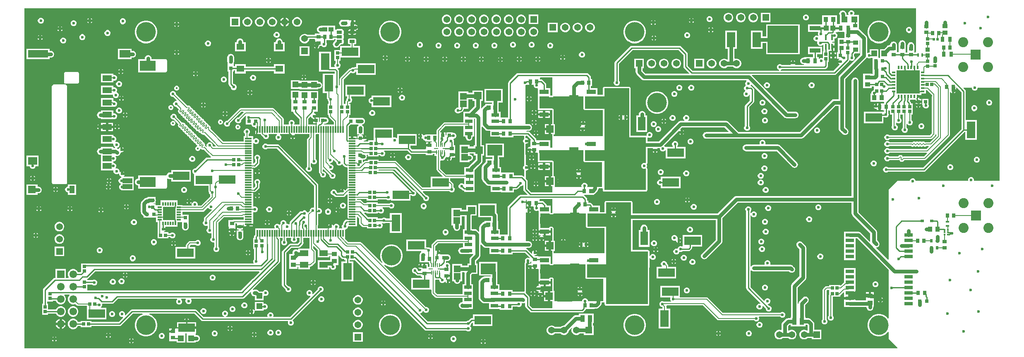
<source format=gtl>
G04*
G04 #@! TF.GenerationSoftware,Altium Limited,Altium Designer,23.7.1 (13)*
G04*
G04 Layer_Physical_Order=1*
G04 Layer_Color=255*
%FSLAX44Y44*%
%MOMM*%
G71*
G04*
G04 #@! TF.SameCoordinates,9AC6D79B-6B5E-4FBD-9D38-37E555C90168*
G04*
G04*
G04 #@! TF.FilePolarity,Positive*
G04*
G01*
G75*
%ADD15C,0.2540*%
%ADD17R,1.2000X1.2000*%
%ADD18R,1.2000X1.2000*%
%ADD19R,1.7800X3.4300*%
%ADD20R,0.9500X0.8000*%
%ADD21R,0.9500X1.0500*%
%ADD22R,0.8000X0.5000*%
%ADD23R,3.4300X1.7800*%
%ADD24R,0.6500X0.7000*%
%ADD25R,0.7000X0.6500*%
%ADD26R,1.3500X0.3500*%
%ADD27R,0.3500X1.3500*%
%ADD28R,0.8500X0.7500*%
G04:AMPARAMS|DCode=29|XSize=1.1mm|YSize=0.6mm|CornerRadius=0.051mm|HoleSize=0mm|Usage=FLASHONLY|Rotation=0.000|XOffset=0mm|YOffset=0mm|HoleType=Round|Shape=RoundedRectangle|*
%AMROUNDEDRECTD29*
21,1,1.1000,0.4980,0,0,0.0*
21,1,0.9980,0.6000,0,0,0.0*
1,1,0.1020,0.4990,-0.2490*
1,1,0.1020,-0.4990,-0.2490*
1,1,0.1020,-0.4990,0.2490*
1,1,0.1020,0.4990,0.2490*
%
%ADD29ROUNDEDRECTD29*%
%ADD30R,0.7500X0.8500*%
%ADD31R,1.1311X0.9121*%
%ADD32R,0.7000X0.7000*%
%ADD33R,1.9000X0.9500*%
%ADD34R,1.9000X3.2500*%
%ADD35R,0.8500X0.3500*%
%ADD36R,0.6000X0.8000*%
%ADD37R,0.8000X0.9500*%
%ADD38R,0.6500X0.3500*%
%ADD39R,0.4250X0.3700*%
%ADD40R,1.8000X0.8000*%
%ADD41R,0.8000X0.8000*%
%ADD42R,0.7500X0.3000*%
%ADD43R,1.1000X0.9500*%
%ADD44R,1.8000X1.2000*%
%ADD45R,1.5250X0.6500*%
%ADD46R,3.1000X2.2000*%
%ADD47R,1.6000X2.8000*%
%ADD48R,1.5000X1.5200*%
%ADD49R,1.4562X1.3781*%
%ADD50R,0.9000X0.8500*%
%ADD51R,1.0500X0.9000*%
%ADD52R,0.4000X1.2000*%
%ADD53R,2.2500X0.9000*%
%ADD54R,1.1000X1.1000*%
%ADD55R,0.8000X1.0000*%
%ADD56R,0.7000X0.9000*%
%ADD57R,0.2000X0.9500*%
%ADD58R,6.3000X5.5500*%
%ADD59R,1.7800X3.1500*%
%ADD60R,0.8500X0.9000*%
%ADD61R,0.9500X0.2000*%
%ADD62R,0.3000X0.7500*%
%ADD63R,0.9500X1.3500*%
%ADD64R,0.9000X0.7500*%
%ADD65R,0.9000X0.8000*%
%ADD66R,0.3500X0.6500*%
%ADD67R,0.6500X0.7500*%
%ADD68R,0.9500X1.1000*%
%ADD69R,0.8500X0.8500*%
%ADD70R,0.6725X0.7154*%
%ADD71R,0.7500X0.9000*%
%ADD72R,0.7400X0.7800*%
%ADD73R,0.5153X0.4725*%
%ADD74R,0.7400X0.9200*%
%ADD75R,2.0000X1.0000*%
%ADD76R,1.1000X1.5000*%
%ADD77R,1.8700X1.6000*%
%ADD78R,1.0200X0.8400*%
%ADD79R,1.9500X1.2000*%
%ADD80R,1.5500X1.3000*%
%ADD81R,0.7000X0.7000*%
%ADD82R,2.6000X2.7000*%
%ADD83R,0.3500X0.8000*%
%ADD84R,1.0500X0.9500*%
%ADD85R,4.8000X4.8000*%
%ADD86R,2.2000X1.5500*%
%ADD87R,3.2000X2.1000*%
%ADD88R,1.6500X1.5000*%
%ADD89R,4.1700X1.5500*%
%ADD158C,0.1564*%
%ADD159C,0.7620*%
%ADD160C,0.1651*%
%ADD161C,0.1564*%
%ADD162C,0.3810*%
%ADD163R,1.3700X1.3700*%
%ADD164C,1.3700*%
%ADD165C,1.5500*%
%ADD166R,1.5500X1.5500*%
%ADD167C,2.0500*%
%ADD168R,2.0500X2.0500*%
%ADD169C,4.0000*%
%ADD170R,1.3700X1.3700*%
%ADD171C,0.6000*%
%ADD172C,0.4000*%
%ADD173C,0.5000*%
G36*
X1679320Y649860D02*
X1679513Y649860D01*
X1679748Y649752D01*
X1680580Y649184D01*
Y637320D01*
X1666360D01*
Y622820D01*
Y609820D01*
X1666996D01*
Y608480D01*
X1664850D01*
Y595480D01*
X1669763D01*
X1670015Y594210D01*
X1669452Y593977D01*
X1667893Y592418D01*
X1667629Y591780D01*
X1672590D01*
Y586780D01*
X1667629D01*
X1667893Y586142D01*
X1669452Y584583D01*
X1670125Y584305D01*
X1670372Y583059D01*
X1658087Y570774D01*
X1550044D01*
X1549791Y572044D01*
X1551529Y572763D01*
X1552262Y573496D01*
X1639570D01*
X1641236Y573828D01*
X1642648Y574771D01*
X1645188Y577312D01*
X1646132Y578724D01*
X1646464Y580390D01*
Y588190D01*
X1648360D01*
Y597690D01*
Y610690D01*
X1649580Y610810D01*
X1653610D01*
Y611270D01*
X1653610D01*
Y619810D01*
X1655110D01*
Y622310D01*
X1659650D01*
Y628350D01*
X1654826D01*
X1654723Y628540D01*
X1655479Y629810D01*
X1660110D01*
Y636620D01*
X1661084D01*
X1663289Y637533D01*
X1664977Y639221D01*
X1665890Y641426D01*
Y643813D01*
X1664977Y646019D01*
X1663289Y647707D01*
X1662363Y648090D01*
X1662616Y649360D01*
X1664730D01*
Y649360D01*
X1665590Y649860D01*
X1679320D01*
D02*
G37*
G36*
X1826260Y609150D02*
X1826150D01*
Y607604D01*
X1823600D01*
Y622350D01*
X1822962D01*
X1822735Y624078D01*
X1822048Y625734D01*
X1820957Y627157D01*
X1819534Y628248D01*
X1817878Y628935D01*
X1816100Y629169D01*
X1814322Y628935D01*
X1812666Y628248D01*
X1811243Y627157D01*
X1810152Y625734D01*
X1809465Y624078D01*
X1809238Y622350D01*
X1808600D01*
Y607954D01*
X1805820D01*
Y610100D01*
X1805820Y610370D01*
Y611370D01*
X1805820Y611640D01*
Y625370D01*
X1805189D01*
Y626110D01*
X1804955Y627888D01*
X1804268Y629544D01*
X1803177Y630967D01*
X1801754Y632058D01*
X1800098Y632745D01*
X1798320Y632979D01*
X1796542Y632745D01*
X1794886Y632058D01*
X1793463Y630967D01*
X1792372Y629544D01*
X1791685Y627888D01*
X1791451Y626110D01*
Y625370D01*
X1790820D01*
Y611640D01*
X1790820Y611370D01*
Y610370D01*
X1790820Y610100D01*
Y608304D01*
X1788040D01*
Y622700D01*
X1787409D01*
Y623570D01*
X1787175Y625348D01*
X1786488Y627004D01*
X1785397Y628427D01*
X1783974Y629519D01*
X1782318Y630205D01*
X1780540Y630439D01*
X1778762Y630205D01*
X1777106Y629519D01*
X1775683Y628427D01*
X1774592Y627004D01*
X1773905Y625348D01*
X1773671Y623570D01*
Y622819D01*
X1771990D01*
X1770212Y622585D01*
X1768556Y621898D01*
X1767133Y620807D01*
X1767133Y620807D01*
X1761116Y614790D01*
X1752830D01*
Y597702D01*
X1751830Y597050D01*
X1751100D01*
X1749830Y597702D01*
Y614790D01*
X1731830D01*
Y607980D01*
X1729816D01*
X1727719Y607111D01*
X1726449Y607563D01*
Y637540D01*
X1726449Y637540D01*
X1726215Y639318D01*
X1725529Y640974D01*
X1724437Y642397D01*
X1711707Y655127D01*
X1710284Y656218D01*
X1709550Y656523D01*
Y666640D01*
X1709870D01*
Y684640D01*
X1700516D01*
X1699668Y685910D01*
X1700180Y687147D01*
Y689533D01*
X1699267Y691739D01*
X1697579Y693427D01*
X1695374Y694340D01*
X1692986D01*
X1690781Y693427D01*
X1689093Y691739D01*
X1688180Y689533D01*
Y687147D01*
X1688692Y685910D01*
X1687844Y684640D01*
X1684549D01*
Y685790D01*
X1684315Y687568D01*
X1683629Y689224D01*
X1682537Y690647D01*
X1682537Y690647D01*
X1681257Y691927D01*
X1679834Y693018D01*
X1678178Y693705D01*
X1676400Y693939D01*
X1674622Y693705D01*
X1672966Y693018D01*
X1671543Y691927D01*
X1670452Y690504D01*
X1669765Y688848D01*
X1669531Y687070D01*
X1669765Y685292D01*
X1670452Y683636D01*
X1670811Y683167D01*
Y677830D01*
X1670811Y677830D01*
X1670870Y677383D01*
Y667130D01*
X1670870Y666640D01*
X1669923Y665860D01*
X1665793D01*
X1664730Y666774D01*
X1664730Y667390D01*
X1664730D01*
Y683890D01*
X1634730D01*
Y667390D01*
X1634730D01*
Y666512D01*
X1634223Y665300D01*
X1606090D01*
Y650300D01*
X1625954D01*
X1626183Y650081D01*
X1626698Y649030D01*
X1625950Y647224D01*
Y644837D01*
X1626863Y642631D01*
X1627158Y642337D01*
X1626459Y641357D01*
X1624254Y642270D01*
X1621866D01*
X1619661Y641357D01*
X1617973Y639669D01*
X1617060Y637463D01*
Y635076D01*
X1617973Y632871D01*
X1619661Y631183D01*
X1621866Y630270D01*
X1624008D01*
X1624644Y629637D01*
X1624929Y629175D01*
X1624680Y628573D01*
Y626186D01*
X1625593Y623981D01*
X1627281Y622293D01*
X1629487Y621380D01*
X1631873D01*
X1634079Y622293D01*
X1635767Y623981D01*
X1635840Y624159D01*
X1637110Y623906D01*
Y610810D01*
X1635890Y610690D01*
X1635860D01*
Y596924D01*
X1634804Y596218D01*
X1634092Y596513D01*
X1631705D01*
X1629500Y595600D01*
X1628670Y594771D01*
X1627400Y595297D01*
Y598550D01*
X1624694D01*
Y604700D01*
X1634590D01*
Y619700D01*
X1606090D01*
Y604700D01*
X1615986D01*
Y598550D01*
X1613670D01*
X1613400Y598550D01*
X1612400D01*
X1612130Y598550D01*
X1598400D01*
Y597419D01*
X1596390D01*
X1594612Y597185D01*
X1592956Y596498D01*
X1591533Y595407D01*
X1590441Y593984D01*
X1589755Y592328D01*
X1589521Y590550D01*
X1589755Y588772D01*
X1590441Y587116D01*
X1591533Y585693D01*
X1592956Y584602D01*
X1594612Y583915D01*
X1596390Y583681D01*
X1597502D01*
X1597562Y583621D01*
X1597506Y582951D01*
X1596704Y582204D01*
X1579758D01*
X1579272Y583377D01*
X1579497Y583602D01*
X1579761Y584240D01*
X1569839D01*
X1570103Y583602D01*
X1570328Y583377D01*
X1569842Y582204D01*
X1552262D01*
X1551529Y582937D01*
X1549323Y583850D01*
X1546936D01*
X1544731Y582937D01*
X1543043Y581249D01*
X1542130Y579044D01*
Y576656D01*
X1543043Y574451D01*
X1544731Y572763D01*
X1546469Y572044D01*
X1546216Y570774D01*
X1369593D01*
X1359444Y580923D01*
Y604520D01*
X1359112Y606186D01*
X1358168Y607598D01*
X1345468Y620299D01*
X1344056Y621242D01*
X1342390Y621574D01*
X1244600D01*
X1242934Y621242D01*
X1241522Y620299D01*
X1211041Y589818D01*
X1210098Y588406D01*
X1209766Y586740D01*
Y550232D01*
X1209033Y549499D01*
X1208120Y547294D01*
Y544907D01*
X1209033Y542701D01*
X1210721Y541013D01*
X1212926Y540100D01*
X1215313D01*
X1217519Y541013D01*
X1219207Y542701D01*
X1220120Y544907D01*
Y547294D01*
X1219207Y549499D01*
X1218474Y550232D01*
Y584937D01*
X1246403Y612866D01*
X1340587D01*
X1350736Y602717D01*
Y579120D01*
X1351068Y577454D01*
X1352012Y576041D01*
X1362481Y565572D01*
X1361995Y564399D01*
X1272845D01*
X1266709Y570535D01*
Y575620D01*
X1269690D01*
Y595320D01*
X1249990D01*
Y575620D01*
X1252971D01*
Y567690D01*
X1252971Y567690D01*
X1253088Y566801D01*
X1253205Y565912D01*
X1253892Y564256D01*
X1254983Y562833D01*
X1265143Y552673D01*
X1265143Y552673D01*
X1266566Y551581D01*
X1268222Y550895D01*
X1270000Y550661D01*
X1479551D01*
X1479872Y549718D01*
X1479896Y549391D01*
X1478273Y547769D01*
X1477360Y545564D01*
Y543176D01*
X1478092Y541409D01*
X1477710Y539876D01*
X1477421Y539757D01*
X1475733Y538069D01*
X1474820Y535863D01*
Y533476D01*
X1475733Y531271D01*
X1476966Y530039D01*
X1476770Y528583D01*
X1476151Y528327D01*
X1474463Y526639D01*
X1473550Y524434D01*
Y522047D01*
X1474463Y519841D01*
X1476151Y518153D01*
X1478356Y517240D01*
X1480744D01*
X1482949Y518153D01*
X1484637Y519841D01*
X1485356Y521579D01*
X1486626Y521326D01*
Y509803D01*
X1477742Y500919D01*
X1476798Y499506D01*
X1476466Y497840D01*
Y457522D01*
X1475733Y456789D01*
X1474820Y454584D01*
Y452197D01*
X1475733Y449991D01*
X1477421Y448303D01*
X1479626Y447390D01*
X1482014D01*
X1484219Y448303D01*
X1485907Y449991D01*
X1486820Y452197D01*
Y454584D01*
X1485907Y456789D01*
X1485174Y457522D01*
Y496037D01*
X1494059Y504921D01*
X1495002Y506334D01*
X1495334Y508000D01*
Y532130D01*
X1495002Y533796D01*
X1494059Y535209D01*
X1491519Y537748D01*
X1490106Y538692D01*
X1488440Y539024D01*
X1488295D01*
X1487769Y540294D01*
X1488447Y540971D01*
X1488839Y541920D01*
X1490085Y542167D01*
X1556849Y475403D01*
X1556849Y475403D01*
X1558272Y474312D01*
X1559928Y473625D01*
X1561706Y473391D01*
X1561706Y473391D01*
X1579396D01*
X1581174Y473625D01*
X1582831Y474312D01*
X1584253Y475403D01*
X1585345Y476826D01*
X1586031Y478483D01*
X1586265Y480260D01*
X1586031Y482038D01*
X1585345Y483695D01*
X1584253Y485117D01*
X1582831Y486209D01*
X1581174Y486895D01*
X1579396Y487129D01*
X1564551D01*
X1490787Y560893D01*
X1491273Y562066D01*
X1659890D01*
X1661556Y562398D01*
X1662968Y563341D01*
X1689639Y590011D01*
X1690582Y591424D01*
X1690628Y591653D01*
X1691843Y592022D01*
X1692051Y591813D01*
X1694256Y590900D01*
X1696644D01*
X1698849Y591813D01*
X1700537Y593501D01*
X1701450Y595706D01*
Y598093D01*
X1700537Y600299D01*
X1699804Y601032D01*
Y604357D01*
X1701727Y606280D01*
X1711320D01*
Y620780D01*
Y632894D01*
X1712590Y633573D01*
X1712711Y633492D01*
Y603555D01*
X1670273Y561117D01*
X1669182Y559694D01*
X1668495Y558038D01*
X1668378Y557149D01*
X1668261Y556260D01*
X1668261Y556260D01*
Y512329D01*
X1658620D01*
X1658620Y512329D01*
X1656842Y512095D01*
X1655186Y511409D01*
X1653763Y510317D01*
X1588465Y445019D01*
X1463345D01*
X1442497Y465867D01*
X1441074Y466959D01*
X1439418Y467645D01*
X1438529Y467762D01*
X1437640Y467879D01*
X1437640Y467879D01*
X1360810D01*
X1360284Y469149D01*
X1361447Y470311D01*
X1362360Y472517D01*
Y474903D01*
X1361447Y477109D01*
X1359759Y478797D01*
X1357554Y479710D01*
X1355166D01*
X1352961Y478797D01*
X1351273Y477109D01*
X1350360Y474903D01*
Y472517D01*
X1351273Y470311D01*
X1352436Y469149D01*
X1351910Y467879D01*
X1344930D01*
X1343152Y467645D01*
X1341496Y466959D01*
X1340073Y465867D01*
X1340073Y465867D01*
X1300265Y426059D01*
X1276869D01*
Y433700D01*
X1277593Y434095D01*
X1278139Y434289D01*
X1280237Y433420D01*
X1282623D01*
X1284829Y434333D01*
X1286517Y436021D01*
X1287430Y438227D01*
Y440614D01*
X1286517Y442819D01*
X1284829Y444507D01*
X1282623Y445420D01*
X1280237D01*
X1278031Y444507D01*
X1276343Y442819D01*
X1275430Y440614D01*
Y438277D01*
X1275379Y438177D01*
X1274451Y437271D01*
X1273810Y437399D01*
X1242579Y437399D01*
X1242579Y534670D01*
X1242346Y535840D01*
X1241683Y536833D01*
X1240691Y537496D01*
X1239520Y537729D01*
X1188720Y537729D01*
X1187550Y537496D01*
X1186557Y536833D01*
X1185894Y535840D01*
X1185661Y534670D01*
Y521219D01*
X1174530D01*
Y534940D01*
X1161474D01*
Y538850D01*
X1163870D01*
Y553350D01*
X1161474D01*
Y557162D01*
X1161142Y558828D01*
X1160199Y560241D01*
X1156021Y564418D01*
X1154608Y565362D01*
X1152942Y565694D01*
X1012190D01*
X1010524Y565362D01*
X1009111Y564418D01*
X993251Y548559D01*
X992308Y547146D01*
X991976Y545480D01*
Y474860D01*
X989830D01*
Y474860D01*
X988830D01*
Y474860D01*
X976275D01*
Y486310D01*
X972369D01*
Y487800D01*
X972600D01*
Y502800D01*
X972219D01*
Y505430D01*
X980560D01*
Y533430D01*
X943560D01*
Y505430D01*
X958481D01*
Y502800D01*
X945100D01*
Y500749D01*
X944639Y500559D01*
X943217Y499467D01*
X943217Y499467D01*
X938753Y495003D01*
X937816Y493782D01*
X936980Y493950D01*
X936585Y494164D01*
X936729Y495255D01*
Y508830D01*
X940360D01*
Y530030D01*
X919360D01*
Y525674D01*
X910711D01*
Y528071D01*
X890149D01*
Y508290D01*
Y494950D01*
X887806D01*
X885601Y494037D01*
X883913Y492349D01*
X883000Y490144D01*
Y487757D01*
X883913Y485551D01*
X885601Y483863D01*
X887806Y482950D01*
X890193D01*
X892399Y483863D01*
X893794Y485258D01*
X894742D01*
X896408Y485590D01*
X897821Y486534D01*
X899698Y488411D01*
X900642Y489824D01*
X900974Y491490D01*
Y493009D01*
X910711D01*
Y508290D01*
Y511936D01*
X919360D01*
Y508830D01*
X922991D01*
Y498100D01*
X911820Y486929D01*
X911410D01*
X911410Y486929D01*
X910521Y486812D01*
X909632Y486695D01*
X908703Y486310D01*
X900785D01*
Y474880D01*
X900785Y473810D01*
X900785D01*
Y473610D01*
X900785D01*
Y464866D01*
X862330D01*
X860854Y464572D01*
X859604Y463736D01*
X846713Y450846D01*
X845878Y449596D01*
X845584Y448120D01*
Y440320D01*
X822410D01*
Y439070D01*
X821767D01*
X819561Y438157D01*
X819513Y438109D01*
X818120Y438512D01*
X817497Y440018D01*
X815938Y441577D01*
X815300Y441841D01*
Y436880D01*
Y431919D01*
X815690Y432081D01*
X816044Y432024D01*
X816627Y431804D01*
X817097Y431546D01*
X817873Y429671D01*
X819561Y427983D01*
X821767Y427070D01*
X822410D01*
Y425820D01*
X835500D01*
X835664Y425540D01*
X834938Y424270D01*
X833080D01*
Y417980D01*
X830580D01*
Y415480D01*
X823790D01*
Y411730D01*
X823330D01*
Y409334D01*
X795703D01*
X791754Y413283D01*
Y417360D01*
X805010D01*
Y441160D01*
X764710D01*
Y433021D01*
X763440Y432495D01*
X762859Y433077D01*
X760654Y433990D01*
X758267D01*
X757806Y433799D01*
X756750Y434505D01*
Y453860D01*
X716450D01*
Y430060D01*
X717006D01*
Y427890D01*
X705360D01*
Y425994D01*
X696912D01*
X696714Y426347D01*
X696644Y426878D01*
X697241Y427530D01*
X698332D01*
X700368Y428373D01*
X701927Y429932D01*
X702191Y430570D01*
X697230D01*
Y433070D01*
X694730D01*
Y438460D01*
X692422D01*
X691957Y439730D01*
X692182Y439920D01*
X696110D01*
Y444317D01*
X696245Y444642D01*
X696479Y446420D01*
Y453390D01*
X696245Y455168D01*
X695558Y456824D01*
X694467Y458247D01*
X693056Y459329D01*
X693050Y459378D01*
X693235Y460634D01*
X693928Y460725D01*
X695584Y461412D01*
X697007Y462503D01*
X698099Y463926D01*
X698785Y465582D01*
X699019Y467360D01*
X698785Y469138D01*
X698099Y470794D01*
X697007Y472217D01*
X695584Y473308D01*
X693928Y473995D01*
X692150Y474229D01*
X683910D01*
X682132Y473995D01*
X681807Y473860D01*
X677680D01*
X677410Y473860D01*
X676410D01*
X676140Y473860D01*
X666381D01*
X665891Y475130D01*
X666502Y476044D01*
X666796Y477520D01*
Y480240D01*
X669190D01*
Y489740D01*
Y502740D01*
X666796D01*
Y504540D01*
X667943D01*
X670149Y505453D01*
X671837Y507141D01*
X672750Y509347D01*
Y511734D01*
X671837Y513939D01*
X670606Y515169D01*
Y517690D01*
X699600D01*
Y541490D01*
X659300D01*
Y517690D01*
X662894D01*
Y515169D01*
X661663Y513939D01*
X660750Y511734D01*
Y509993D01*
X660213Y509456D01*
X659378Y508206D01*
X659084Y506730D01*
Y502740D01*
X655366D01*
Y552122D01*
X670252Y567007D01*
X670908Y566351D01*
X673114Y565437D01*
X675501D01*
X677706Y566351D01*
X679394Y568038D01*
X679620Y568585D01*
X680890Y568332D01*
Y562140D01*
X721190D01*
Y585940D01*
X680890D01*
Y577896D01*
X678111D01*
X676635Y577602D01*
X676048Y577210D01*
X675501Y577437D01*
X673114D01*
X670908Y576524D01*
X669411Y575026D01*
X668962D01*
X667486Y574733D01*
X666235Y573897D01*
X648783Y556445D01*
X647948Y555194D01*
X647654Y553719D01*
Y541387D01*
X646726Y540965D01*
X646411Y540924D01*
X645704Y541635D01*
Y570230D01*
X645372Y571896D01*
X644428Y573308D01*
X643250Y574487D01*
X643736Y575660D01*
X643813D01*
X646019Y576573D01*
X647707Y578261D01*
X648620Y580466D01*
Y582854D01*
X647707Y585059D01*
X646476Y586289D01*
Y590730D01*
X648870D01*
Y597700D01*
X688810D01*
Y621500D01*
X676626D01*
Y624511D01*
X677760D01*
X679129Y624784D01*
X680291Y625559D01*
X681066Y626721D01*
X681339Y628090D01*
Y633070D01*
X681066Y634440D01*
X680291Y635601D01*
X679129Y636376D01*
X677760Y636649D01*
X667780D01*
X666411Y636376D01*
X665249Y635601D01*
X664474Y634440D01*
X664201Y633070D01*
Y628090D01*
X664474Y626721D01*
X665249Y625559D01*
X666411Y624784D01*
X667780Y624511D01*
X668914D01*
Y621500D01*
X648510D01*
Y613230D01*
X636370D01*
Y600230D01*
Y590730D01*
X638764D01*
Y586289D01*
X637533Y585059D01*
X636620Y582854D01*
Y580466D01*
X637218Y579024D01*
X636382Y577754D01*
X629120D01*
Y609430D01*
X605320D01*
Y569130D01*
X624430D01*
X624850Y569046D01*
X636377D01*
X636996Y568427D01*
Y566144D01*
X636740Y564980D01*
X612940D01*
Y524680D01*
X620984D01*
Y515620D01*
X621278Y514144D01*
X622113Y512893D01*
X622650Y512357D01*
Y510616D01*
X623563Y508411D01*
X624794Y507181D01*
Y502740D01*
X622400D01*
Y489740D01*
Y480240D01*
X624794D01*
Y477520D01*
X625088Y476044D01*
X625924Y474794D01*
X635064Y465653D01*
Y460170D01*
X615870D01*
X615159Y461413D01*
X615553Y462130D01*
X619290D01*
Y462630D01*
X619683D01*
X621889Y463543D01*
X623577Y465231D01*
X624490Y467436D01*
Y469823D01*
X623577Y472029D01*
X621889Y473717D01*
X619683Y474630D01*
X619290D01*
Y475130D01*
X606290D01*
Y466193D01*
X606147Y465976D01*
X606100Y465953D01*
X604830Y466758D01*
Y474670D01*
X600319D01*
X600085Y475020D01*
X594360D01*
Y480020D01*
X599321D01*
X599057Y480658D01*
X597498Y482217D01*
X595462Y483060D01*
X595084D01*
X594405Y484330D01*
X594902Y485074D01*
X595234Y486740D01*
Y487130D01*
X602110D01*
Y499630D01*
Y511360D01*
X603360D01*
Y529360D01*
X585360D01*
Y529360D01*
X584310D01*
Y529360D01*
X566310D01*
X565260Y529891D01*
Y530290D01*
X547260D01*
Y512290D01*
X548510D01*
Y499630D01*
Y487130D01*
X551906D01*
Y486410D01*
X552238Y484744D01*
X553181Y483331D01*
X565064Y471449D01*
Y460170D01*
X555290D01*
X554441Y461440D01*
X554949Y462666D01*
Y465053D01*
X554036Y467258D01*
X552348Y468946D01*
X550143Y469859D01*
X547756D01*
X545550Y468946D01*
X543863Y467258D01*
X542949Y465053D01*
Y462666D01*
X543457Y461440D01*
X542608Y460170D01*
X532776D01*
Y471840D01*
X532482Y473316D01*
X531646Y474566D01*
X513266Y492947D01*
X512016Y493782D01*
X510540Y494076D01*
X444500D01*
X443024Y493782D01*
X441773Y492947D01*
X417107Y468280D01*
X415367D01*
X413161Y467367D01*
X411473Y465679D01*
X410560Y463474D01*
Y461087D01*
X411473Y458881D01*
X413161Y457193D01*
X415367Y456280D01*
X417753D01*
X419959Y457193D01*
X421647Y458881D01*
X422560Y461087D01*
Y462827D01*
X446097Y486364D01*
X450042D01*
X450528Y485191D01*
X439967Y474630D01*
X438227D01*
X436021Y473717D01*
X434333Y472029D01*
X433420Y469823D01*
Y467436D01*
X434333Y465231D01*
X436021Y463543D01*
X438227Y462630D01*
X440614D01*
X442819Y463543D01*
X444507Y465231D01*
X445420Y467436D01*
Y469177D01*
X454497Y478254D01*
X455574Y477535D01*
X455010Y476174D01*
Y473787D01*
X455130Y473497D01*
Y460860D01*
X466900D01*
Y459908D01*
X467743Y457872D01*
X469302Y456313D01*
X471338Y455470D01*
X473542D01*
X473574Y455483D01*
X474630Y454778D01*
Y452920D01*
X478920D01*
Y450420D01*
X479170D01*
Y441130D01*
X479170D01*
Y440670D01*
X485825D01*
X486598Y439514D01*
X490672Y435439D01*
X491483Y433481D01*
X493171Y431793D01*
X495377Y430880D01*
X497763D01*
X499969Y431793D01*
X501657Y433481D01*
X502570Y435686D01*
Y438074D01*
X502020Y439400D01*
X502869Y440670D01*
X518255D01*
X518540Y439548D01*
X518545Y439400D01*
X516883Y437739D01*
X515970Y435533D01*
Y433147D01*
X516883Y430941D01*
X518571Y429253D01*
X520776Y428340D01*
X523163D01*
X525369Y429253D01*
X527057Y430941D01*
X527970Y433147D01*
Y435533D01*
X527057Y437739D01*
X525395Y439400D01*
X525400Y439548D01*
X525685Y440670D01*
X543670D01*
Y440670D01*
X544170D01*
Y440670D01*
X546609D01*
X547135Y439400D01*
X546483Y438748D01*
X546219Y438110D01*
X556141D01*
X555877Y438748D01*
X555225Y439400D01*
X555751Y440670D01*
X585064D01*
Y435577D01*
X581474Y431987D01*
X580638Y430736D01*
X580344Y429260D01*
Y374199D01*
X579113Y372969D01*
X578200Y370764D01*
Y368377D01*
X579113Y366171D01*
X580801Y364483D01*
X583007Y363570D01*
X585393D01*
X587599Y364483D01*
X589287Y366171D01*
X590200Y368377D01*
Y370764D01*
X589287Y372969D01*
X588056Y374199D01*
Y381032D01*
X589054Y381343D01*
X589326Y381359D01*
X590961Y379723D01*
X593167Y378810D01*
X595554D01*
X597759Y379723D01*
X599447Y381411D01*
X600360Y383616D01*
Y386003D01*
X599447Y388209D01*
X597996Y389659D01*
Y440439D01*
X599170Y440670D01*
X599170Y440670D01*
X599170Y440670D01*
X605064D01*
Y362630D01*
X605358Y361154D01*
X606194Y359903D01*
X607410Y358687D01*
Y356946D01*
X608323Y354741D01*
X610011Y353053D01*
X612216Y352140D01*
X614604D01*
X616809Y353053D01*
X618497Y354741D01*
X619410Y356946D01*
Y359333D01*
X618497Y361539D01*
X616809Y363227D01*
X614604Y364140D01*
X612863D01*
X612776Y364227D01*
Y368172D01*
X613949Y368658D01*
X626460Y356147D01*
Y354407D01*
X627373Y352201D01*
X629061Y350513D01*
X631267Y349600D01*
X633653D01*
X635859Y350513D01*
X637547Y352201D01*
X638460Y354407D01*
Y356794D01*
X637547Y358999D01*
X635859Y360687D01*
X633653Y361600D01*
X631913D01*
X627365Y366148D01*
X627929Y367380D01*
X629843D01*
X632049Y368293D01*
X633737Y369981D01*
X634650Y372187D01*
Y374574D01*
X633737Y376779D01*
X632049Y378467D01*
X629843Y379380D01*
X628362D01*
X627752Y380153D01*
X628280Y381350D01*
X628573D01*
X630779Y382263D01*
X632467Y383951D01*
X633380Y386157D01*
Y388071D01*
X634612Y388635D01*
X640430Y382817D01*
Y381077D01*
X641343Y378871D01*
X643031Y377183D01*
X645237Y376270D01*
X647624D01*
X649829Y377183D01*
X651489Y378844D01*
X651564Y378871D01*
X652889Y378866D01*
X653537Y377896D01*
X657321Y374112D01*
X658734Y373168D01*
X660400Y372836D01*
X661650Y373085D01*
X662698Y372460D01*
X662920Y372211D01*
Y361920D01*
Y351920D01*
Y341920D01*
Y331920D01*
X662920D01*
Y331420D01*
X662920D01*
Y329515D01*
X662041Y328928D01*
X660412Y327299D01*
X660412Y327299D01*
X659053Y325941D01*
X657808Y326188D01*
X657477Y326988D01*
X655918Y328547D01*
X655280Y328811D01*
Y323850D01*
X652780D01*
Y321350D01*
X647274D01*
X646762Y320584D01*
X641883D01*
X641000Y321467D01*
Y322504D01*
X640087Y324709D01*
X638399Y326397D01*
X636194Y327310D01*
X633806D01*
X631601Y326397D01*
X629913Y324709D01*
X629000Y322504D01*
Y320117D01*
X629913Y317911D01*
X631601Y316223D01*
X633806Y315310D01*
X634843D01*
X637001Y313151D01*
X638414Y312208D01*
X640080Y311876D01*
X654796D01*
X656462Y312208D01*
X657875Y313151D01*
X658818Y314564D01*
X658877Y314858D01*
X661747Y317728D01*
X662920Y317242D01*
Y306920D01*
Y296920D01*
Y286920D01*
Y276920D01*
Y267020D01*
X662698Y266238D01*
X662238Y265861D01*
X661670Y265974D01*
X660004Y265642D01*
X658592Y264699D01*
X655482Y261589D01*
X654538Y260176D01*
X654206Y258510D01*
Y256610D01*
X652812Y255215D01*
X651898Y253009D01*
Y250622D01*
X652595Y248940D01*
X651899Y247670D01*
X646379D01*
X645530Y248940D01*
X646080Y250266D01*
Y252654D01*
X645167Y254859D01*
X643479Y256547D01*
X641273Y257460D01*
X638886D01*
X636681Y256547D01*
X634993Y254859D01*
X634751Y254273D01*
X633481D01*
X633347Y254598D01*
X631788Y256157D01*
X631150Y256421D01*
Y251460D01*
X628650D01*
Y248960D01*
X623689D01*
X623703Y248926D01*
X622946Y247670D01*
X602776D01*
Y253969D01*
X602942Y254217D01*
X603274Y255884D01*
X603186Y256326D01*
Y277116D01*
X603327Y277210D01*
X605714D01*
X607919Y278123D01*
X609607Y279811D01*
X610520Y282017D01*
Y284403D01*
X609607Y286609D01*
X607919Y288297D01*
X605714Y289210D01*
X603327D01*
X603186Y289304D01*
Y337158D01*
X602854Y338824D01*
X601911Y340237D01*
X523778Y418368D01*
X522366Y419312D01*
X520700Y419644D01*
X499432D01*
X498699Y420377D01*
X496493Y421290D01*
X494106D01*
X491901Y420377D01*
X490213Y418689D01*
X489300Y416483D01*
Y414096D01*
X490213Y411891D01*
X491901Y410203D01*
X494106Y409290D01*
X496493D01*
X498699Y410203D01*
X499432Y410936D01*
X518897D01*
X594478Y335355D01*
Y291100D01*
X593422Y290394D01*
X593215Y290480D01*
X590829D01*
X588623Y289567D01*
X586936Y287879D01*
X586022Y285674D01*
Y283933D01*
X582572Y280483D01*
X581074Y280781D01*
X580495Y282178D01*
X578807Y283865D01*
X576602Y284779D01*
X574215D01*
X572010Y283865D01*
X571007Y282863D01*
X568598D01*
X566932Y282531D01*
X565520Y281588D01*
X545841Y261909D01*
X544898Y260497D01*
X544566Y258831D01*
X544898Y257165D01*
X544677Y256814D01*
X543149Y256547D01*
X540943Y257460D01*
X539303D01*
X538443Y257773D01*
X538130Y258633D01*
Y260273D01*
X537217Y262479D01*
X535529Y264167D01*
X533324Y265080D01*
X530937D01*
X528731Y264167D01*
X527043Y262479D01*
X526130Y260273D01*
Y257887D01*
X526274Y257538D01*
X526194Y257457D01*
X525358Y256206D01*
X525293Y255879D01*
X523914Y255461D01*
X522829Y256547D01*
X520624Y257460D01*
X518237D01*
X516031Y256547D01*
X514343Y254859D01*
X513430Y252654D01*
Y250266D01*
X513979Y248940D01*
X513131Y247670D01*
X474170D01*
Y233996D01*
X473172Y233328D01*
X472228Y231916D01*
X471896Y230250D01*
Y228420D01*
X470000D01*
Y215420D01*
Y205920D01*
X471896D01*
Y184472D01*
X471163Y183739D01*
X470250Y181534D01*
Y179146D01*
X471109Y177074D01*
X470642Y175804D01*
X130710D01*
Y176350D01*
X118210D01*
Y163350D01*
Y160007D01*
X116567Y158364D01*
X111612D01*
X110315Y160611D01*
X108313Y162612D01*
X105862Y164027D01*
X103128Y164760D01*
X100297D01*
X97563Y164027D01*
X95112Y162612D01*
X93110Y160611D01*
X91695Y158159D01*
X90962Y155425D01*
Y152595D01*
X91695Y149861D01*
X92848Y147864D01*
X92246Y146594D01*
X87062D01*
Y164760D01*
X65562D01*
Y146594D01*
X64770D01*
X63104Y146262D01*
X61691Y145318D01*
X41371Y124999D01*
X40428Y123586D01*
X40096Y121920D01*
Y93800D01*
X38200D01*
Y80800D01*
Y71300D01*
X50700D01*
Y73451D01*
X66416D01*
X67710Y71209D01*
X69712Y69208D01*
X72163Y67793D01*
X74897Y67060D01*
X77728D01*
X80462Y67793D01*
X82913Y69208D01*
X84915Y71209D01*
X86330Y73661D01*
X87062Y76395D01*
Y79225D01*
X86330Y81959D01*
X84915Y84411D01*
X82913Y86412D01*
X80462Y87827D01*
X77728Y88560D01*
X74897D01*
X72163Y87827D01*
X69712Y86412D01*
X67710Y84411D01*
X66410Y82159D01*
X50700D01*
Y93800D01*
X48804D01*
Y97970D01*
X60860D01*
Y99486D01*
X66181D01*
X66295Y99061D01*
X67710Y96609D01*
X69712Y94608D01*
X72163Y93193D01*
X74897Y92460D01*
X77728D01*
X80462Y93193D01*
X82913Y94608D01*
X84915Y96609D01*
X86330Y99061D01*
X87062Y101795D01*
Y104625D01*
X86330Y107359D01*
X84915Y109811D01*
X83509Y111216D01*
X84035Y112486D01*
X93990D01*
X94516Y111216D01*
X93110Y109811D01*
X91695Y107359D01*
X90962Y104625D01*
Y101795D01*
X91695Y99061D01*
X93110Y96609D01*
X95112Y94608D01*
X97563Y93193D01*
X100297Y92460D01*
X103128D01*
X105862Y93193D01*
X106125Y93344D01*
X109086Y90384D01*
X110337Y89548D01*
X111812Y89254D01*
X129720D01*
Y86460D01*
X129720D01*
X129710Y85560D01*
X129710D01*
X129710Y85194D01*
Y61760D01*
X170010D01*
Y85560D01*
X159341D01*
X158815Y86830D01*
X160027Y88041D01*
X160940Y90246D01*
Y92633D01*
X161476Y93436D01*
X181610D01*
X183276Y93768D01*
X184688Y94712D01*
X193573Y103596D01*
X314295D01*
X314821Y102326D01*
X313683Y101189D01*
X312770Y98983D01*
Y96596D01*
X313683Y94391D01*
X315371Y92703D01*
X317577Y91790D01*
X319963D01*
X322169Y92703D01*
X323857Y94391D01*
X324770Y96596D01*
Y98983D01*
X323857Y101189D01*
X322719Y102326D01*
X323245Y103596D01*
X332212D01*
X332679Y102326D01*
X331820Y100253D01*
Y97866D01*
X332733Y95661D01*
X334421Y93973D01*
X336627Y93060D01*
X339013D01*
X341219Y93973D01*
X342907Y95661D01*
X343820Y97866D01*
Y100253D01*
X342961Y102326D01*
X343428Y103596D01*
X448310D01*
X449976Y103928D01*
X451389Y104872D01*
X464831Y118314D01*
X465907Y117594D01*
X465805Y117348D01*
X465571Y115570D01*
X465805Y113792D01*
X466492Y112136D01*
X467583Y110713D01*
X469006Y109621D01*
X470662Y108935D01*
X472440Y108701D01*
X473600D01*
Y100560D01*
X491600D01*
Y109234D01*
X492870Y110082D01*
X494106Y109570D01*
X496493D01*
X498699Y110483D01*
X500387Y112171D01*
X501300Y114376D01*
Y116763D01*
X500387Y118969D01*
X498699Y120657D01*
X496493Y121570D01*
X494106D01*
X491901Y120657D01*
X490213Y118969D01*
X490044Y118560D01*
X483314D01*
X481447Y120427D01*
X480024Y121518D01*
X478368Y122205D01*
X477479Y122322D01*
X476590Y122439D01*
X476590Y122439D01*
X472440D01*
X470662Y122205D01*
X470416Y122103D01*
X469696Y123179D01*
X523778Y177262D01*
X524722Y178674D01*
X525054Y180340D01*
Y225580D01*
X524791Y226900D01*
X525516Y228170D01*
X529991D01*
Y223516D01*
X528687Y222213D01*
X527774Y220007D01*
Y217620D01*
X528687Y215415D01*
X530375Y213727D01*
X532580Y212814D01*
X534967D01*
X537173Y213727D01*
X538860Y215415D01*
X539774Y217620D01*
Y220007D01*
X538860Y222213D01*
X537703Y223370D01*
Y228170D01*
X547483D01*
X548188Y227114D01*
X547720Y225984D01*
Y223596D01*
X548633Y221391D01*
X550321Y219703D01*
X552527Y218790D01*
X554913D01*
X557119Y219703D01*
X558807Y221391D01*
X559720Y223596D01*
Y225984D01*
X559340Y226900D01*
X560189Y228170D01*
X565064D01*
Y220701D01*
X560807Y216444D01*
X546100D01*
X544434Y216112D01*
X543022Y215168D01*
X530322Y202468D01*
X529378Y201056D01*
X529046Y199390D01*
Y132080D01*
X529378Y130414D01*
X530322Y129002D01*
X536290Y123033D01*
Y121996D01*
X537203Y119791D01*
X538891Y118103D01*
X541096Y117190D01*
X543484D01*
X545689Y118103D01*
X547377Y119791D01*
X548290Y121996D01*
Y124383D01*
X547377Y126589D01*
X545689Y128277D01*
X543484Y129190D01*
X542447D01*
X537754Y133883D01*
Y197587D01*
X547903Y207736D01*
X562610D01*
X564276Y208068D01*
X565689Y209011D01*
X571998Y215322D01*
X572942Y216734D01*
X573274Y218400D01*
X572942Y220066D01*
X572776Y220315D01*
Y228170D01*
X585424D01*
Y206420D01*
X562360D01*
Y204433D01*
X561221Y203872D01*
X560964Y204069D01*
X559308Y204755D01*
X557530Y204989D01*
X555752Y204755D01*
X554096Y204069D01*
X552673Y202977D01*
X551581Y201554D01*
X550895Y199898D01*
X550661Y198120D01*
X550860Y196610D01*
X550405Y195830D01*
X549936Y195340D01*
X543950D01*
Y179840D01*
Y165340D01*
X560950D01*
Y169564D01*
X562360D01*
Y164420D01*
X586360D01*
Y169564D01*
X587440D01*
X588916Y169858D01*
X590167Y170693D01*
X597086Y177614D01*
X597922Y178864D01*
X598216Y180340D01*
Y200660D01*
X597922Y202136D01*
X597086Y203386D01*
X593136Y207337D01*
Y211532D01*
X594309Y212018D01*
X602360Y203967D01*
Y188420D01*
X626360D01*
Y191354D01*
X627770D01*
Y182479D01*
X616550D01*
X616550Y182479D01*
X616103Y182420D01*
X602360D01*
Y164420D01*
X626360D01*
Y168741D01*
X627730D01*
Y167717D01*
X628643Y165511D01*
X630331Y163823D01*
X632537Y162910D01*
X634924D01*
X637129Y163823D01*
X638817Y165511D01*
X639730Y167717D01*
Y170103D01*
X639073Y171690D01*
X639825Y172960D01*
X644770D01*
Y187460D01*
Y192143D01*
X646040Y192268D01*
X646218Y191374D01*
X647161Y189961D01*
X650972Y186152D01*
X652384Y185208D01*
X654050Y184876D01*
X656770D01*
Y182980D01*
X658916D01*
Y180170D01*
X651040D01*
Y139870D01*
X674840D01*
Y180170D01*
X667624D01*
Y182980D01*
X678273D01*
X821152Y40101D01*
X822564Y39158D01*
X824230Y38826D01*
X906458D01*
X907191Y38093D01*
X909397Y37180D01*
X911784D01*
X913989Y38093D01*
X915677Y39781D01*
X916590Y41986D01*
Y44373D01*
X915677Y46579D01*
X913995Y48260D01*
X915677Y49941D01*
X916590Y52147D01*
Y53183D01*
X918380Y54973D01*
X919650Y54459D01*
Y47790D01*
X959950D01*
Y71590D01*
X919650D01*
Y64044D01*
X916940D01*
X915274Y63712D01*
X913861Y62769D01*
X910433Y59340D01*
X909397D01*
X907191Y58427D01*
X906458Y57694D01*
X827303D01*
X812160Y72837D01*
X812646Y74010D01*
X812723D01*
X814929Y74923D01*
X816617Y76611D01*
X817456Y78637D01*
X818089Y78793D01*
X818778Y78763D01*
X819143Y77881D01*
X820831Y76193D01*
X823036Y75280D01*
X825424D01*
X827629Y76193D01*
X829317Y77881D01*
X830230Y80086D01*
Y82473D01*
X829317Y84679D01*
X827629Y86367D01*
X825424Y87280D01*
X823683D01*
X738862Y172101D01*
X739672Y173087D01*
X742215Y171388D01*
X746401Y169654D01*
X750845Y168770D01*
X755375D01*
X759819Y169654D01*
X764005Y171388D01*
X767772Y173905D01*
X770975Y177108D01*
X773492Y180875D01*
X775226Y185061D01*
X776110Y189505D01*
Y194035D01*
X775226Y198479D01*
X773492Y202665D01*
X770975Y206432D01*
X767772Y209635D01*
X764005Y212152D01*
X759819Y213886D01*
X755375Y214770D01*
X750845D01*
X746401Y213886D01*
X742215Y212152D01*
X738448Y209635D01*
X735245Y206432D01*
X732728Y202665D01*
X730994Y198479D01*
X730110Y194035D01*
Y189505D01*
X730994Y185061D01*
X732728Y180875D01*
X734427Y178332D01*
X733441Y177522D01*
X692337Y218626D01*
X691086Y219462D01*
X689610Y219756D01*
X665103D01*
X657862Y226997D01*
X658348Y228170D01*
X658670D01*
Y245816D01*
X659091D01*
X661297Y246729D01*
X662985Y248417D01*
X663898Y250622D01*
Y251920D01*
X682420D01*
Y256920D01*
Y266420D01*
X682420D01*
Y266920D01*
X682420D01*
Y271245D01*
X683690Y271771D01*
X687024Y268437D01*
Y259080D01*
X687318Y257604D01*
X688154Y256353D01*
X693233Y251273D01*
X694484Y250438D01*
X695960Y250144D01*
X702820D01*
Y247750D01*
X725320D01*
Y247750D01*
X726590Y248496D01*
X727786Y248000D01*
X730173D01*
X732379Y248913D01*
X734067Y250601D01*
X734980Y252806D01*
Y255194D01*
X734067Y257399D01*
X733841Y257625D01*
X734241Y259020D01*
X734471Y259073D01*
X736676Y258160D01*
X739063D01*
X741269Y259073D01*
X741372Y259176D01*
X750100D01*
Y238930D01*
X773900D01*
Y279230D01*
X750100D01*
Y267884D01*
X742632D01*
X741269Y269247D01*
X739063Y270160D01*
X736676D01*
X734471Y269247D01*
X733738Y268514D01*
X724990D01*
Y270410D01*
X707430D01*
X707010Y270494D01*
X705943D01*
X697581Y278856D01*
X698107Y280126D01*
X702490D01*
Y278230D01*
X724990D01*
Y280126D01*
X727388D01*
X728121Y279393D01*
X730327Y278480D01*
X732713D01*
X734919Y279393D01*
X736607Y281081D01*
X737520Y283286D01*
Y285674D01*
X736607Y287879D01*
X734971Y289514D01*
X734987Y289786D01*
X735298Y290784D01*
X748481D01*
X749711Y289553D01*
X751917Y288640D01*
X754304D01*
X756509Y289553D01*
X758197Y291241D01*
X759110Y293447D01*
Y295833D01*
X758197Y298039D01*
X756509Y299727D01*
X754304Y300640D01*
X751917D01*
X749711Y299727D01*
X748481Y298496D01*
X724990D01*
Y300890D01*
X702490D01*
Y299766D01*
X697557D01*
X692337Y304986D01*
X691086Y305822D01*
X689610Y306116D01*
X682420D01*
Y307814D01*
X702490D01*
Y304900D01*
X724990D01*
Y306796D01*
X742628D01*
X743361Y306063D01*
X745566Y305150D01*
X747953D01*
X750159Y306063D01*
X750740Y306645D01*
X752010Y306119D01*
Y304330D01*
X792310D01*
Y315320D01*
X793580Y315535D01*
X794161Y314953D01*
X796367Y314040D01*
X798754D01*
X800959Y314953D01*
X802647Y316641D01*
X803560Y318846D01*
Y321233D01*
X802647Y323439D01*
X800959Y325127D01*
X798754Y326040D01*
X797717D01*
X758728Y365028D01*
X757316Y365972D01*
X755650Y366304D01*
X726590D01*
Y367756D01*
X760197D01*
X818230Y309723D01*
Y308687D01*
X819143Y306481D01*
X820831Y304793D01*
X823036Y303880D01*
X825424D01*
X827629Y304793D01*
X829317Y306481D01*
X830230Y308687D01*
Y311073D01*
X829317Y313279D01*
X827629Y314967D01*
X825424Y315880D01*
X824387D01*
X817636Y322631D01*
X818122Y323804D01*
X871671D01*
X872901Y322573D01*
X875107Y321660D01*
X877494D01*
X879699Y322573D01*
X881387Y324261D01*
X882300Y326466D01*
Y328853D01*
X881387Y331059D01*
X880156Y332289D01*
Y337820D01*
X879862Y339296D01*
X879026Y340546D01*
X875217Y344356D01*
X873966Y345192D01*
X873590Y345267D01*
Y350474D01*
X902055D01*
Y348080D01*
X902055D01*
Y347880D01*
X902055D01*
Y338856D01*
X900785Y338330D01*
X900019Y339097D01*
X897813Y340010D01*
X895426D01*
X893221Y339097D01*
X891533Y337409D01*
X890620Y335204D01*
Y332817D01*
X891533Y330611D01*
X893221Y328923D01*
X895426Y328010D01*
X896463D01*
X898622Y325852D01*
X900034Y324908D01*
X901700Y324576D01*
X902055D01*
Y322680D01*
X923305D01*
Y334110D01*
X923305Y335180D01*
X923305D01*
Y335380D01*
X923305D01*
Y347880D01*
X923305D01*
Y348080D01*
X923305D01*
Y360580D01*
X923305Y360580D01*
Y360780D01*
X923305D01*
X923305Y361850D01*
Y367144D01*
X923358Y367544D01*
X937257Y381443D01*
X937257Y381443D01*
X938348Y382866D01*
X939035Y384522D01*
X939269Y386300D01*
X939269Y386300D01*
Y397070D01*
X942900D01*
Y418270D01*
X937779D01*
Y433070D01*
Y455439D01*
X939049Y455857D01*
X945103Y449803D01*
X945103Y449803D01*
X946526Y448712D01*
X948182Y448025D01*
X949960Y447791D01*
X955025D01*
Y435710D01*
X975830D01*
Y434460D01*
X988830D01*
Y434460D01*
X989830D01*
Y434460D01*
X1002830D01*
Y437606D01*
X1023614D01*
X1024680Y436715D01*
X1024694Y436699D01*
X1024706Y432252D01*
X1024823Y431671D01*
X1024880Y431385D01*
X1023613Y430119D01*
X1022700Y427914D01*
Y425527D01*
X1023613Y423321D01*
X1025176Y421758D01*
X1024969Y421447D01*
X1024969Y421446D01*
X1024968Y421444D01*
X1024853Y420858D01*
X1024738Y420277D01*
X1024739Y420275D01*
X1024738Y420273D01*
X1024852Y377642D01*
X1024969Y377061D01*
X1025002Y376897D01*
X1023613Y375509D01*
X1022700Y373303D01*
Y370916D01*
X1023613Y368711D01*
X1025264Y367061D01*
X1025116Y366838D01*
X1025115Y366836D01*
X1025114Y366834D01*
X1024999Y366249D01*
X1024884Y365667D01*
X1024885Y365665D01*
X1024884Y365663D01*
X1024914Y354503D01*
X1023741Y354016D01*
X1022888Y354869D01*
X1021476Y355812D01*
X1019810Y356144D01*
X1004100D01*
Y361830D01*
X991100D01*
X991100Y361830D01*
X990100D01*
Y361830D01*
X989830Y361830D01*
X977545D01*
Y373280D01*
X973639D01*
Y374770D01*
X973870D01*
Y389770D01*
X973489D01*
Y393670D01*
X983100D01*
Y421670D01*
X946100D01*
Y393670D01*
X959751D01*
Y389770D01*
X946370D01*
Y384484D01*
X940023Y378137D01*
X938932Y376714D01*
X938245Y375058D01*
X938128Y374169D01*
X938011Y373280D01*
X938011Y373280D01*
Y349250D01*
X938011Y349250D01*
X938128Y348361D01*
X938245Y347472D01*
X938932Y345816D01*
X940023Y344393D01*
X947083Y337333D01*
X948506Y336241D01*
X950162Y335555D01*
X951940Y335321D01*
X951940Y335321D01*
X955083D01*
X956295Y335180D01*
Y322680D01*
X977100D01*
Y321430D01*
X989830D01*
X990100Y321430D01*
Y321430D01*
X991100D01*
Y321430D01*
X1004100D01*
Y327806D01*
X1009070D01*
X1010736Y328138D01*
X1012149Y329081D01*
X1017427Y334360D01*
X1018464D01*
X1020669Y335273D01*
X1021806Y336411D01*
X1023076Y335885D01*
Y327660D01*
X1023408Y325994D01*
X1024352Y324581D01*
X1031346Y317587D01*
X1030860Y316414D01*
X1016910D01*
X1015244Y316082D01*
X1013831Y315138D01*
X991982Y293288D01*
X991038Y291876D01*
X990706Y290210D01*
Y234830D01*
X988560D01*
Y234830D01*
X987560D01*
Y234830D01*
X975005D01*
Y246280D01*
X971099D01*
Y247770D01*
X971330D01*
Y262770D01*
X970799D01*
Y274410D01*
X970799Y274410D01*
X970565Y276188D01*
X969879Y277844D01*
X968787Y279267D01*
X967860Y280194D01*
Y298480D01*
X930860D01*
Y270480D01*
X957061D01*
Y262770D01*
X943830D01*
Y261392D01*
X942486Y261215D01*
X940829Y260529D01*
X939407Y259437D01*
X939407Y259437D01*
X934943Y254973D01*
X933851Y253551D01*
X933165Y251894D01*
X933048Y251005D01*
X932931Y250116D01*
X932931Y250116D01*
Y241762D01*
X931758Y241276D01*
X928707Y244327D01*
X927284Y245418D01*
X925628Y246105D01*
X924739Y246222D01*
X923850Y246339D01*
X923850Y246339D01*
X917009D01*
Y273880D01*
X927660D01*
Y295080D01*
X906660D01*
Y286289D01*
X896741D01*
Y289311D01*
X876179D01*
Y269530D01*
Y254249D01*
X879591D01*
Y250190D01*
X879591Y250190D01*
X879708Y249301D01*
X879825Y248412D01*
X880511Y246756D01*
X881603Y245333D01*
X881921Y245016D01*
X883343Y243924D01*
X885000Y243238D01*
X886777Y243004D01*
X888555Y243238D01*
X890212Y243924D01*
X891635Y245016D01*
X892726Y246438D01*
X893412Y248095D01*
X893646Y249872D01*
X893412Y251650D01*
X893329Y251852D01*
Y254249D01*
X896741D01*
Y269530D01*
Y272552D01*
X903271D01*
Y246280D01*
X899515D01*
Y234850D01*
X899515Y233780D01*
X899515D01*
Y233580D01*
X899515D01*
Y224836D01*
X847090D01*
X845614Y224542D01*
X844363Y223706D01*
X836404Y215746D01*
X835568Y214496D01*
X835274Y213020D01*
Y207517D01*
X834004Y206991D01*
X832709Y208287D01*
X830503Y209200D01*
X828117D01*
X827285Y208855D01*
X826068Y209098D01*
X824060D01*
Y225260D01*
X783760D01*
Y201460D01*
X811656D01*
X812028Y201386D01*
X814211D01*
X814463Y200116D01*
X814446Y200109D01*
X813023Y199017D01*
X812933Y198927D01*
X811842Y197504D01*
X811155Y195848D01*
X811038Y194959D01*
X810921Y194070D01*
X810921Y194070D01*
Y185876D01*
X810861Y185420D01*
X810980Y184518D01*
Y178170D01*
X829842D01*
Y177432D01*
X830136Y175956D01*
X830900Y174813D01*
Y168980D01*
X827210D01*
Y175350D01*
X822920D01*
Y169060D01*
X817920D01*
Y175350D01*
X815300D01*
Y170180D01*
X812800D01*
Y167680D01*
X807839D01*
X808103Y167042D01*
X809662Y165483D01*
X811698Y164640D01*
X813630D01*
Y162810D01*
X813170D01*
Y160414D01*
X808403D01*
X807370Y161447D01*
Y162484D01*
X806457Y164689D01*
X804769Y166377D01*
X802563Y167290D01*
X800176D01*
X797971Y166377D01*
X796283Y164689D01*
X795370Y162484D01*
Y160096D01*
X796283Y157891D01*
X797971Y156203D01*
X800176Y155290D01*
X801213D01*
X803521Y152982D01*
X804934Y152038D01*
X806600Y151706D01*
X813170D01*
Y149310D01*
X816066D01*
Y146520D01*
X793920D01*
Y122720D01*
X834220D01*
X835044Y121791D01*
Y116140D01*
X835338Y114664D01*
X836173Y113413D01*
X843093Y106494D01*
X844344Y105658D01*
X845820Y105364D01*
X898885D01*
Y97871D01*
X897930Y97034D01*
X897890Y97039D01*
X896112Y96805D01*
X894456Y96118D01*
X893033Y95027D01*
X891942Y93604D01*
X891255Y91948D01*
X891021Y90170D01*
X891255Y88392D01*
X891942Y86736D01*
X893033Y85313D01*
X893256Y85090D01*
X894678Y83999D01*
X896335Y83312D01*
X898113Y83078D01*
X898113Y83078D01*
X906945D01*
X907732Y82753D01*
X909510Y82518D01*
X911288Y82753D01*
X912216Y83137D01*
X920135D01*
Y94567D01*
X920135Y95637D01*
X920135D01*
Y95837D01*
X920135D01*
Y108337D01*
X920135D01*
Y108537D01*
X920135D01*
Y121037D01*
X920135Y121037D01*
Y121237D01*
X920135D01*
X920135Y122307D01*
Y133737D01*
X916379D01*
Y152635D01*
X918244Y154500D01*
X929530D01*
Y175700D01*
X926689D01*
Y181285D01*
X933227Y187823D01*
X933227Y187823D01*
X934318Y189246D01*
X935005Y190902D01*
X935239Y192680D01*
Y214168D01*
X936412Y214654D01*
X941293Y209773D01*
X941293Y209773D01*
X942716Y208682D01*
X944372Y207995D01*
X946150Y207761D01*
X953755D01*
Y195680D01*
X974560D01*
Y194430D01*
X987560D01*
Y194430D01*
X988560D01*
Y194430D01*
X1001560D01*
Y197576D01*
X1026397D01*
X1035897Y188076D01*
X1035178Y186999D01*
X1033704Y187610D01*
X1031317D01*
X1029111Y186697D01*
X1027423Y185009D01*
X1026510Y182803D01*
Y180417D01*
X1026951Y179351D01*
Y178798D01*
X1026724Y178631D01*
X1026281Y178333D01*
X1026245Y178278D01*
X1026191Y178239D01*
X1025916Y177783D01*
X1025621Y177339D01*
X1025608Y177275D01*
X1025574Y177218D01*
X1025493Y176691D01*
X1025391Y176168D01*
X1025542Y119562D01*
X1024275Y118523D01*
X1023620Y118654D01*
X1001560D01*
Y121800D01*
X988560D01*
Y121800D01*
X987560D01*
Y121800D01*
X975412D01*
X974560Y121800D01*
X974375Y122993D01*
Y133737D01*
X970119D01*
Y141800D01*
X970060Y142247D01*
Y149740D01*
X969679D01*
Y151100D01*
X969730D01*
Y179100D01*
X932730D01*
Y151100D01*
X955941D01*
Y149740D01*
X942560D01*
Y149052D01*
X941216Y148875D01*
X939559Y148188D01*
X938137Y147097D01*
X938137Y147097D01*
X933673Y142633D01*
X932581Y141211D01*
X931895Y139554D01*
X931778Y138665D01*
X931661Y137776D01*
X931661Y137776D01*
Y106064D01*
X931661Y106064D01*
X931778Y105175D01*
X931895Y104286D01*
X932581Y102629D01*
X933673Y101207D01*
X938137Y96743D01*
X938137Y96743D01*
X939559Y95652D01*
X941216Y94965D01*
X942994Y94731D01*
X953125D01*
Y83137D01*
X974375D01*
X974560Y81944D01*
Y81400D01*
X987560D01*
Y81400D01*
X988560D01*
Y81400D01*
X1001560D01*
Y87776D01*
X1009908D01*
X1010061Y87623D01*
X1012266Y86710D01*
X1014653D01*
X1016859Y87623D01*
X1018547Y89311D01*
X1019460Y91517D01*
Y93904D01*
X1019349Y94171D01*
X1020358Y95054D01*
X1020572Y94965D01*
X1022350Y94731D01*
X1024128Y94965D01*
X1025616Y95582D01*
X1026886Y95094D01*
Y88900D01*
X1027218Y87234D01*
X1028161Y85822D01*
X1037051Y76932D01*
X1038464Y75988D01*
X1040130Y75656D01*
X1143000D01*
X1144666Y75988D01*
X1146078Y76932D01*
X1149799Y80652D01*
X1150742Y82064D01*
X1150912Y82920D01*
X1168950D01*
Y83301D01*
X1171776D01*
X1171776Y83301D01*
X1172665Y83418D01*
X1173554Y83535D01*
X1175211Y84221D01*
X1176633Y85313D01*
X1181097Y89777D01*
X1181097Y89777D01*
X1182188Y91199D01*
X1182875Y92856D01*
X1183109Y94634D01*
Y96001D01*
X1186180D01*
X1187350Y96234D01*
X1188201Y96802D01*
X1188828Y96640D01*
X1189471Y96300D01*
Y92710D01*
X1189704Y91539D01*
X1190367Y90547D01*
X1191359Y89884D01*
X1192530Y89651D01*
X1277620D01*
X1278791Y89884D01*
X1279783Y90547D01*
X1280446Y91539D01*
X1280679Y92710D01*
X1280679Y167240D01*
X1281000D01*
Y186601D01*
X1282270Y186854D01*
X1282693Y185831D01*
X1284381Y184143D01*
X1286586Y183230D01*
X1288974D01*
X1291179Y184143D01*
X1292867Y185831D01*
X1293780Y188036D01*
Y190424D01*
X1292867Y192629D01*
X1291179Y194317D01*
X1288974Y195230D01*
X1286586D01*
X1284381Y194317D01*
X1282693Y192629D01*
X1282270Y191606D01*
X1281000Y191859D01*
Y201240D01*
X1280563D01*
X1280446Y201831D01*
X1279783Y202823D01*
X1278791Y203486D01*
X1277620Y203719D01*
X1246389Y203719D01*
X1246389Y264911D01*
X1416801D01*
Y224655D01*
X1388553Y196407D01*
X1387462Y194984D01*
X1386775Y193328D01*
X1386541Y191550D01*
X1386775Y189772D01*
X1387462Y188116D01*
X1388553Y186693D01*
X1389976Y185602D01*
X1391632Y184915D01*
X1393410Y184681D01*
X1395188Y184915D01*
X1396844Y185602D01*
X1398267Y186693D01*
X1428527Y216953D01*
X1428527Y216953D01*
X1429619Y218376D01*
X1430305Y220032D01*
X1430539Y221810D01*
X1430539Y221810D01*
Y268935D01*
X1462075Y300471D01*
X1694931D01*
Y278130D01*
X1694931Y278130D01*
X1695048Y277241D01*
X1695165Y276352D01*
X1695851Y274696D01*
X1696943Y273273D01*
X1733031Y237185D01*
Y221579D01*
X1731761Y221053D01*
X1713867Y238947D01*
X1712444Y240039D01*
X1710788Y240725D01*
X1709899Y240842D01*
X1709010Y240959D01*
X1709010Y240959D01*
X1703020D01*
Y241090D01*
X1679020D01*
Y227090D01*
Y216090D01*
Y205090D01*
Y194090D01*
Y183090D01*
X1703020D01*
Y194090D01*
Y205090D01*
Y216090D01*
Y227221D01*
X1706165D01*
X1770380Y163006D01*
Y63993D01*
X1769165Y63624D01*
X1768625Y64432D01*
X1765422Y67635D01*
X1761655Y70152D01*
X1757469Y71886D01*
X1753025Y72770D01*
X1748495D01*
X1744051Y71886D01*
X1739865Y70152D01*
X1736098Y67635D01*
X1732895Y64432D01*
X1730378Y60665D01*
X1728644Y56479D01*
X1727760Y52035D01*
Y47505D01*
X1728644Y43061D01*
X1730378Y38875D01*
X1732895Y35108D01*
X1736098Y31905D01*
X1739865Y29388D01*
X1744051Y27654D01*
X1748495Y26770D01*
X1753025D01*
X1757469Y27654D01*
X1761655Y29388D01*
X1765422Y31905D01*
X1768625Y35108D01*
X1769165Y35916D01*
X1770380Y35547D01*
Y21590D01*
X1788758Y3212D01*
X1788272Y2039D01*
X2039D01*
Y697961D01*
X1826260D01*
Y609150D01*
D02*
G37*
G36*
X1727611Y596893D02*
X1729816Y595980D01*
X1732204D01*
X1734159Y596790D01*
X1737830D01*
Y592653D01*
X1737695Y592328D01*
X1737461Y590550D01*
Y582930D01*
Y574690D01*
X1737461Y574690D01*
X1737578Y573801D01*
X1737695Y572912D01*
X1738111Y571908D01*
Y565300D01*
X1737830D01*
Y564029D01*
X1735700D01*
Y564910D01*
X1718700D01*
Y549410D01*
Y534910D01*
X1735700D01*
Y537936D01*
X1740000D01*
Y530436D01*
X1738141Y529666D01*
X1736453Y527979D01*
X1735540Y525773D01*
Y524120D01*
X1733790D01*
Y507120D01*
X1760832D01*
X1761248Y506342D01*
X1761397Y505850D01*
X1761096Y504340D01*
Y503820D01*
X1758700D01*
Y503360D01*
X1754950D01*
Y496570D01*
Y489780D01*
X1758700D01*
Y489320D01*
X1761096D01*
Y487420D01*
X1760050Y486880D01*
X1719750D01*
Y463080D01*
X1760050D01*
Y475639D01*
X1761334D01*
X1763513Y474736D01*
X1765900D01*
X1768105Y475649D01*
X1769793Y477337D01*
X1770706Y479543D01*
Y481930D01*
X1769804Y484108D01*
Y489320D01*
X1772200D01*
X1773020Y488390D01*
Y481180D01*
X1777882D01*
Y457791D01*
X1777080Y455854D01*
Y453466D01*
X1777993Y451261D01*
X1779681Y449573D01*
X1781886Y448660D01*
X1784274D01*
X1786479Y449573D01*
X1788167Y451261D01*
X1789080Y453466D01*
Y455854D01*
X1788167Y458059D01*
X1786479Y459747D01*
X1785594Y460113D01*
Y463455D01*
X1786864Y463981D01*
X1787301Y463543D01*
X1789507Y462630D01*
X1791893D01*
X1794099Y463543D01*
X1795787Y465231D01*
X1796700Y467436D01*
Y469823D01*
X1795787Y472029D01*
X1794556Y473259D01*
Y481180D01*
X1799544D01*
Y454209D01*
X1798313Y452979D01*
X1797400Y450774D01*
Y448386D01*
X1798313Y446181D01*
X1800001Y444493D01*
X1802207Y443580D01*
X1804594D01*
X1806799Y444493D01*
X1808487Y446181D01*
X1809400Y448386D01*
Y450774D01*
X1808487Y452979D01*
X1807256Y454209D01*
Y461042D01*
X1808254Y461353D01*
X1808526Y461369D01*
X1810161Y459733D01*
X1812366Y458820D01*
X1814754D01*
X1816959Y459733D01*
X1818647Y461421D01*
X1819560Y463627D01*
Y466013D01*
X1818647Y468219D01*
X1817416Y469449D01*
Y481180D01*
X1819810D01*
Y490680D01*
Y503680D01*
X1816344D01*
Y504490D01*
X1816012Y506156D01*
X1815069Y507569D01*
X1813929Y508708D01*
X1814082Y508938D01*
X1814414Y510604D01*
Y511320D01*
X1825920D01*
Y509230D01*
X1838000D01*
Y512770D01*
X1833830D01*
Y515570D01*
X1829790D01*
Y520570D01*
X1833830D01*
Y520820D01*
X1837290D01*
Y523820D01*
X1846790D01*
Y530814D01*
X1848793D01*
X1859285Y520322D01*
Y518414D01*
X1859234Y518160D01*
Y442287D01*
X1855143Y438196D01*
X1772469D01*
X1771239Y439427D01*
X1769034Y440340D01*
X1766647D01*
X1764441Y439427D01*
X1762753Y437739D01*
X1761840Y435533D01*
Y433147D01*
X1762753Y430941D01*
X1764441Y429253D01*
X1766647Y428340D01*
X1769034D01*
X1771239Y429253D01*
X1772469Y430484D01*
X1856740D01*
X1858216Y430778D01*
X1859467Y431614D01*
X1865816Y437963D01*
X1866652Y439214D01*
X1866854Y440229D01*
X1868124Y440104D01*
Y437207D01*
X1855143Y424226D01*
X1846265D01*
X1845512Y424076D01*
X1845410Y424230D01*
X1843639Y425413D01*
X1841550Y425828D01*
X1839461Y425413D01*
X1838407Y424708D01*
X1837352Y425413D01*
X1835263Y425828D01*
X1833174Y425413D01*
X1832119Y424708D01*
X1831065Y425413D01*
X1828976Y425828D01*
X1826887Y425413D01*
X1825832Y424708D01*
X1824778Y425413D01*
X1822689Y425828D01*
X1820600Y425413D01*
X1818829Y424230D01*
X1818727Y424076D01*
X1817973Y424226D01*
X1772469D01*
X1771239Y425457D01*
X1769034Y426370D01*
X1766647D01*
X1764441Y425457D01*
X1762753Y423769D01*
X1761840Y421563D01*
Y419176D01*
X1762753Y416971D01*
X1764441Y415283D01*
X1766647Y414370D01*
X1769034D01*
X1771239Y415283D01*
X1772469Y416514D01*
X1815683D01*
X1815686Y416510D01*
X1817456Y415327D01*
X1819545Y414912D01*
X1821634Y415327D01*
X1822689Y416032D01*
X1823743Y415327D01*
X1825832Y414912D01*
X1827921Y415327D01*
X1828976Y416032D01*
X1830031Y415327D01*
X1832119Y414912D01*
X1834208Y415327D01*
X1835263Y416032D01*
X1836318Y415327D01*
X1838407Y414912D01*
X1840495Y415327D01*
X1841550Y416032D01*
X1842605Y415327D01*
X1844693Y414912D01*
X1846782Y415327D01*
X1848553Y416510D01*
X1848556Y416514D01*
X1852226D01*
X1852712Y415341D01*
X1847627Y410256D01*
X1772469D01*
X1771239Y411487D01*
X1769034Y412400D01*
X1766647D01*
X1764441Y411487D01*
X1762753Y409799D01*
X1761840Y407593D01*
Y405206D01*
X1762753Y403001D01*
X1764441Y401313D01*
X1766647Y400400D01*
X1769034D01*
X1771239Y401313D01*
X1772469Y402544D01*
X1848279D01*
X1848805Y401274D01*
X1842547Y395016D01*
X1800912D01*
Y395047D01*
X1799672Y394800D01*
X1799668Y394821D01*
X1798485Y396592D01*
X1796714Y397775D01*
X1794626Y398190D01*
X1794625D01*
X1794625D01*
Y398190D01*
X1792536Y397775D01*
X1790766Y396592D01*
X1789713Y395016D01*
X1772469D01*
X1771239Y396247D01*
X1769034Y397160D01*
X1766647D01*
X1764441Y396247D01*
X1762753Y394559D01*
X1761840Y392354D01*
Y389967D01*
X1762753Y387761D01*
X1764441Y386073D01*
X1766647Y385160D01*
X1769034D01*
X1771239Y386073D01*
X1772469Y387304D01*
X1791482D01*
Y387273D01*
X1792722Y387520D01*
X1792726Y387499D01*
X1793909Y385728D01*
X1795680Y384545D01*
X1797769Y384130D01*
X1797769D01*
X1797769D01*
Y384130D01*
X1799858Y384545D01*
X1801629Y385728D01*
X1802681Y387304D01*
X1844144D01*
X1845619Y387598D01*
X1846870Y388433D01*
X1895305Y436868D01*
X1896141Y438119D01*
X1896434Y439594D01*
Y526343D01*
X1897704Y526595D01*
X1897763Y526452D01*
X1899322Y524893D01*
X1899960Y524629D01*
Y529590D01*
X1902460D01*
Y532090D01*
X1908900D01*
Y535940D01*
X1910347D01*
X1919696Y526591D01*
Y451383D01*
X1840967Y372654D01*
X1769432D01*
X1768699Y373387D01*
X1766494Y374300D01*
X1764106D01*
X1761901Y373387D01*
X1760213Y371699D01*
X1759300Y369493D01*
Y367107D01*
X1760213Y364901D01*
X1761901Y363213D01*
X1764106Y362300D01*
X1766494D01*
X1768699Y363213D01*
X1769432Y363946D01*
X1842770D01*
X1844436Y364278D01*
X1845849Y365221D01*
X1925853Y445226D01*
X1927390D01*
Y429430D01*
X1951190D01*
Y469730D01*
X1928404D01*
Y528394D01*
X1928072Y530061D01*
X1927128Y531473D01*
X1923835Y534767D01*
X1924321Y535940D01*
X1941017D01*
Y534652D01*
X1941931Y532447D01*
X1943618Y530759D01*
X1945824Y529845D01*
X1948211D01*
X1950416Y530759D01*
X1952104Y532447D01*
X1953017Y534652D01*
Y535940D01*
X1997961D01*
Y345440D01*
X1945397D01*
Y347809D01*
X1944484Y350014D01*
X1942796Y351702D01*
X1940591Y352615D01*
X1938204D01*
X1935998Y351702D01*
X1934311Y350014D01*
X1933397Y347809D01*
Y345440D01*
X1825946D01*
X1825104Y347474D01*
X1823416Y349162D01*
X1821211Y350075D01*
X1818824D01*
X1816618Y349162D01*
X1814931Y347474D01*
X1814088Y345440D01*
X1788160D01*
X1770380Y327660D01*
Y184093D01*
X1769207Y183607D01*
X1745004Y207810D01*
X1745509Y209101D01*
X1746758Y209265D01*
X1748414Y209951D01*
X1749837Y211043D01*
X1750929Y212466D01*
X1751615Y214122D01*
X1751849Y215900D01*
X1751615Y217678D01*
X1750929Y219334D01*
X1749837Y220757D01*
X1746769Y223825D01*
Y240030D01*
X1746535Y241808D01*
X1745849Y243464D01*
X1744757Y244887D01*
X1744757Y244887D01*
X1708669Y280975D01*
Y307340D01*
Y549910D01*
X1708435Y551688D01*
X1707749Y553344D01*
X1706657Y554767D01*
X1705234Y555858D01*
X1703578Y556545D01*
X1701800Y556779D01*
X1700022Y556545D01*
X1698366Y555858D01*
X1696943Y554767D01*
X1695851Y553344D01*
X1695165Y551688D01*
X1694931Y549910D01*
Y314209D01*
X1459230D01*
X1459230Y314209D01*
X1458341Y314092D01*
X1457452Y313975D01*
X1455796Y313288D01*
X1454373Y312197D01*
X1420825Y278649D01*
X1246389D01*
Y300990D01*
X1246156Y302160D01*
X1245493Y303153D01*
X1244501Y303816D01*
X1243330Y304049D01*
X1192530Y304049D01*
X1191359Y303816D01*
X1190367Y303153D01*
X1189704Y302160D01*
X1189471Y300990D01*
Y281189D01*
X1179673D01*
Y294640D01*
X1165742D01*
X1165546Y295628D01*
X1164602Y297041D01*
X1162654Y298988D01*
X1161242Y299932D01*
X1159576Y300264D01*
X1156250D01*
Y304430D01*
X1153854D01*
Y307190D01*
X1153522Y308856D01*
X1152579Y310268D01*
X1147709Y315138D01*
X1147422Y315330D01*
X1147807Y316600D01*
X1167680D01*
Y317943D01*
X1168641Y318342D01*
X1170063Y319433D01*
X1174867Y324237D01*
X1174867Y324237D01*
X1175958Y325659D01*
X1176645Y327316D01*
X1176879Y329094D01*
Y329681D01*
X1183640D01*
X1184391Y329831D01*
X1185661Y329071D01*
Y326390D01*
X1185894Y325219D01*
X1186557Y324227D01*
X1187550Y323564D01*
X1188720Y323331D01*
X1273810D01*
X1274980Y323564D01*
X1275973Y324227D01*
X1276636Y325219D01*
X1276869Y326390D01*
Y369490D01*
X1276810Y369785D01*
Y370087D01*
X1276695Y370365D01*
X1276636Y370661D01*
X1276469Y370911D01*
X1276353Y371189D01*
X1276140Y371403D01*
X1275973Y371653D01*
X1275194Y372427D01*
X1276107Y374632D01*
Y377019D01*
X1275194Y379224D01*
X1275973Y379998D01*
X1276140Y380248D01*
X1276353Y380461D01*
X1276469Y380740D01*
X1276636Y380990D01*
X1276695Y381286D01*
X1276810Y381564D01*
X1276810Y381865D01*
X1276869Y382161D01*
Y412321D01*
X1288017D01*
X1288503Y411148D01*
X1288163Y410808D01*
X1287899Y410170D01*
X1297821D01*
X1297557Y410808D01*
X1297217Y411148D01*
X1297703Y412321D01*
X1302190D01*
Y410147D01*
X1303104Y407942D01*
X1304792Y406254D01*
X1306997Y405341D01*
X1309384D01*
X1311589Y406254D01*
X1313277Y407942D01*
X1313350Y408119D01*
X1314620Y407866D01*
Y390690D01*
X1354920D01*
Y414490D01*
X1337854D01*
Y416238D01*
X1338587Y416971D01*
X1339500Y419176D01*
Y421563D01*
X1338587Y423769D01*
X1336899Y425457D01*
X1334693Y426370D01*
X1332307D01*
X1330101Y425457D01*
X1328413Y423769D01*
X1327500Y421563D01*
Y419176D01*
X1328413Y416971D01*
X1329146Y416238D01*
Y414490D01*
X1314755D01*
X1314620Y414490D01*
X1313365Y414526D01*
X1313277Y414739D01*
X1311589Y416427D01*
X1311564Y416437D01*
X1311317Y417683D01*
X1340891Y447257D01*
X1341275Y447000D01*
X1344620D01*
Y450345D01*
X1344363Y450729D01*
X1347775Y454141D01*
X1434795D01*
X1442744Y446192D01*
X1442258Y445019D01*
X1397000D01*
X1395222Y444785D01*
X1393566Y444099D01*
X1392143Y443007D01*
X1391051Y441584D01*
X1390365Y439928D01*
X1390131Y438150D01*
X1390365Y436372D01*
X1391051Y434716D01*
X1392143Y433293D01*
X1393566Y432201D01*
X1395222Y431515D01*
X1397000Y431281D01*
X1591310D01*
X1591310Y431281D01*
X1592199Y431398D01*
X1593088Y431515D01*
X1594744Y432201D01*
X1596167Y433293D01*
X1661465Y498591D01*
X1668261D01*
Y452120D01*
X1668261Y452120D01*
X1668378Y451231D01*
X1668495Y450342D01*
X1669182Y448686D01*
X1670273Y447263D01*
X1676623Y440913D01*
X1678046Y439822D01*
X1679702Y439135D01*
X1681480Y438901D01*
X1683258Y439135D01*
X1684914Y439822D01*
X1686337Y440913D01*
X1687428Y442336D01*
X1688115Y443992D01*
X1688349Y445770D01*
X1688115Y447548D01*
X1687428Y449204D01*
X1686337Y450627D01*
X1681999Y454965D01*
Y505460D01*
Y553415D01*
X1724437Y595853D01*
X1724437Y595853D01*
X1725487Y597222D01*
X1725729Y597450D01*
X1726835Y597670D01*
X1727611Y596893D01*
D02*
G37*
G36*
X1039940Y541850D02*
X1043690D01*
Y541390D01*
X1044435D01*
Y539972D01*
X1045349Y537767D01*
X1047037Y536079D01*
X1049242Y535165D01*
X1051629D01*
X1051876Y535268D01*
X1053010Y534363D01*
Y519440D01*
Y511940D01*
Y496440D01*
Y490400D01*
X1052830Y490220D01*
X1082040D01*
Y460990D01*
X1079680D01*
Y450850D01*
Y440710D01*
X1082040D01*
Y412750D01*
X1079276D01*
X1078010Y412760D01*
Y428260D01*
X1053010D01*
X1052460Y428540D01*
Y428540D01*
X1049564D01*
Y429260D01*
X1049232Y430926D01*
X1048288Y432338D01*
X1035589Y445038D01*
X1034176Y445982D01*
X1032510Y446314D01*
X1028943D01*
X1028857Y446521D01*
X1029705Y447791D01*
X1033780D01*
X1035558Y448025D01*
X1037214Y448712D01*
X1038637Y449803D01*
X1039728Y451226D01*
X1040415Y452882D01*
X1040649Y454660D01*
X1040415Y456438D01*
X1039728Y458094D01*
X1038637Y459517D01*
X1037214Y460608D01*
X1035558Y461295D01*
X1033780Y461529D01*
X1027687D01*
X1027475Y540648D01*
X1029298Y541403D01*
X1029880Y541985D01*
X1031150Y541850D01*
X1031150Y541850D01*
X1031150Y541850D01*
X1034940D01*
Y548640D01*
X1039940D01*
Y541850D01*
D02*
G37*
G36*
X1082040Y519444D02*
X1082030Y519440D01*
X1078010D01*
Y534940D01*
X1069864D01*
Y542310D01*
X1069532Y543976D01*
X1068588Y545388D01*
X1062259Y551718D01*
X1060846Y552662D01*
X1059180Y552994D01*
X1057190D01*
Y555890D01*
X1057190D01*
X1057609Y556986D01*
X1082040D01*
Y519444D01*
D02*
G37*
G36*
X1146291Y492760D02*
X1146524Y491590D01*
X1147187Y490597D01*
X1148179Y489934D01*
X1149350Y489701D01*
X1185661D01*
Y436880D01*
X1085099D01*
Y440250D01*
X1087680D01*
Y461450D01*
X1085099D01*
Y490220D01*
X1084866Y491390D01*
X1084203Y492383D01*
X1083211Y493046D01*
X1082040Y493279D01*
X1056069D01*
Y496440D01*
Y511940D01*
Y518160D01*
X1075257D01*
X1075847Y517277D01*
X1076840Y516614D01*
X1078010Y516381D01*
X1082030D01*
X1082031Y516381D01*
X1082032Y516381D01*
X1082624Y516499D01*
X1083201Y516614D01*
X1083202Y516615D01*
X1083203Y516615D01*
X1083213Y516619D01*
X1083708Y516950D01*
X1084203Y517281D01*
X1084204Y517282D01*
X1084205Y517283D01*
X1084537Y517780D01*
X1084790Y518160D01*
X1146291D01*
Y492760D01*
D02*
G37*
G36*
X682132Y460725D02*
X683910Y460491D01*
X685669D01*
X685989Y459762D01*
X686023Y459221D01*
X684753Y458247D01*
X683661Y456824D01*
X682975Y455168D01*
X682741Y453390D01*
Y446420D01*
X682975Y444642D01*
X683110Y444317D01*
Y439920D01*
X687038D01*
X687262Y439730D01*
X686798Y438460D01*
X683570D01*
Y432945D01*
X682300Y432295D01*
X681965Y432536D01*
X681960Y432549D01*
Y435960D01*
X675170D01*
Y431670D01*
X670170D01*
Y435960D01*
X666024D01*
Y457317D01*
X669567Y460860D01*
X676140D01*
X676410Y460860D01*
X677410D01*
X677680Y460860D01*
X681807D01*
X682132Y460725D01*
D02*
G37*
G36*
X588820Y476864D02*
Y476418D01*
X589663Y474382D01*
X591222Y472823D01*
X592750Y472190D01*
Y471130D01*
X598790D01*
Y466130D01*
X592750D01*
Y462590D01*
X600463D01*
X601062Y461470D01*
X600869Y461181D01*
X600667Y460170D01*
X599170D01*
Y460170D01*
X598670D01*
Y460170D01*
X582976D01*
Y472679D01*
X587647Y477350D01*
X588820Y476864D01*
D02*
G37*
G36*
X924041Y472191D02*
Y433070D01*
Y418270D01*
X921900D01*
Y415184D01*
X913251D01*
Y418851D01*
X892689D01*
Y399070D01*
Y383789D01*
X913251D01*
Y385577D01*
X914908Y385795D01*
X916564Y386482D01*
X917987Y387573D01*
X919079Y388996D01*
X919765Y390652D01*
X919999Y392430D01*
X919765Y394208D01*
X919079Y395864D01*
X917987Y397287D01*
X916564Y398378D01*
X914908Y399065D01*
X913251Y399283D01*
Y401446D01*
X921900D01*
Y397070D01*
X925531D01*
Y389145D01*
X911638Y375252D01*
X910546Y373829D01*
X910390Y373453D01*
X909973Y373280D01*
X902055D01*
Y361850D01*
X902055Y360780D01*
X902055D01*
Y360580D01*
X902055D01*
Y358186D01*
X865197D01*
X853296Y370087D01*
Y386190D01*
X854566Y386997D01*
X856057Y386380D01*
X858444D01*
X860649Y387294D01*
X862337Y388981D01*
X863250Y391187D01*
Y392223D01*
X864519Y393492D01*
X865130Y394407D01*
X866255Y393805D01*
X866231Y393746D01*
X871192D01*
Y391246D01*
X873692D01*
Y386285D01*
X874330Y386549D01*
X875888Y388107D01*
X876732Y390144D01*
Y392340D01*
X883090D01*
Y396130D01*
X876300D01*
Y401130D01*
X883090D01*
Y404880D01*
X883550D01*
Y418380D01*
X880654D01*
Y424514D01*
X880640Y424584D01*
X881030Y425527D01*
Y427914D01*
X880117Y430119D01*
X880048Y430188D01*
X880574Y431458D01*
X881303D01*
X883509Y432371D01*
X885197Y434059D01*
X886110Y436264D01*
Y438651D01*
X885197Y440856D01*
X883509Y442544D01*
X881303Y443457D01*
X878917D01*
X878370Y443823D01*
Y444650D01*
X865370D01*
Y438913D01*
X865180Y438786D01*
X863910Y439465D01*
Y444190D01*
X860370D01*
Y438150D01*
X855370D01*
Y444190D01*
X853296D01*
Y446523D01*
X863927Y457154D01*
X900785D01*
Y448410D01*
X900785Y448410D01*
Y448210D01*
X900785D01*
X900785Y447140D01*
Y435710D01*
X904991D01*
Y434340D01*
X905225Y432562D01*
X905911Y430906D01*
X907003Y429483D01*
X908426Y428391D01*
X910082Y427705D01*
X911860Y427471D01*
X913638Y427705D01*
X915294Y428391D01*
X916717Y429483D01*
X917809Y430906D01*
X918495Y432562D01*
X918729Y434340D01*
Y435710D01*
X922035D01*
Y447140D01*
X922035Y448210D01*
X922035D01*
Y448410D01*
X922035D01*
Y460910D01*
X922035D01*
Y461110D01*
X922035D01*
Y472631D01*
X923601D01*
X924041Y472191D01*
D02*
G37*
G36*
X790822Y401902D02*
X792234Y400958D01*
X793900Y400626D01*
X823330D01*
Y398230D01*
X837830D01*
Y400626D01*
X841440D01*
Y396230D01*
X845584D01*
Y368490D01*
X845878Y367014D01*
X846713Y365764D01*
X857774Y354703D01*
X857288Y353530D01*
X833290D01*
Y331516D01*
X816937D01*
X763456Y384996D01*
X762206Y385832D01*
X760730Y386126D01*
X727200D01*
Y388520D01*
X704700D01*
Y386126D01*
X699770D01*
X698294Y385832D01*
X697044Y384996D01*
X695553Y383506D01*
X694380Y383992D01*
Y388101D01*
X695960D01*
X697738Y388335D01*
X699394Y389021D01*
X700817Y390113D01*
X701908Y391536D01*
X702595Y393192D01*
X702829Y394970D01*
X702595Y396748D01*
X702298Y397464D01*
X703147Y398734D01*
X704700D01*
Y395070D01*
X727200D01*
Y397464D01*
X729431D01*
X730661Y396233D01*
X732867Y395320D01*
X735254D01*
X737459Y396233D01*
X739147Y397921D01*
X740060Y400126D01*
Y402514D01*
X739147Y404719D01*
X738009Y405856D01*
X738535Y407126D01*
X785597D01*
X790822Y401902D01*
D02*
G37*
G36*
X1239520Y534670D02*
X1239520Y434340D01*
X1273810Y434340D01*
Y382161D01*
X1272540Y381312D01*
X1271301Y381825D01*
X1268914D01*
X1266708Y380912D01*
X1265021Y379224D01*
X1264107Y377019D01*
Y374632D01*
X1265021Y372427D01*
X1266708Y370739D01*
X1268914Y369825D01*
X1271301D01*
X1272540Y370339D01*
X1273810Y369490D01*
Y326390D01*
X1188720D01*
Y386080D01*
X1149350D01*
Y407670D01*
X1188720D01*
Y492760D01*
X1149350D01*
Y518160D01*
X1188720D01*
Y534670D01*
X1239520Y534670D01*
D02*
G37*
G36*
X1146291Y385142D02*
X1146524Y384910D01*
X1147187Y383917D01*
X1148179Y383254D01*
X1148412Y383021D01*
X1183640D01*
Y332740D01*
X1154665D01*
X1153960Y333796D01*
X1154080Y334086D01*
Y336474D01*
X1153167Y338679D01*
X1151479Y340367D01*
X1149274Y341280D01*
X1146887D01*
X1144681Y340367D01*
X1142993Y338679D01*
X1142080Y336474D01*
Y334086D01*
X1142200Y333796D01*
X1141495Y332740D01*
X1088606D01*
X1087680Y333570D01*
Y354770D01*
X1085099D01*
Y383540D01*
X1084866Y384711D01*
X1084203Y385703D01*
X1083211Y386366D01*
X1082040Y386599D01*
X1055889D01*
Y401574D01*
X1055788Y402078D01*
X1055716Y402588D01*
X1055673Y402661D01*
X1055656Y402744D01*
X1055370Y403172D01*
Y407670D01*
X1146291D01*
Y385142D01*
D02*
G37*
G36*
X1038600Y429713D02*
X1038114Y428540D01*
X1037960D01*
Y415632D01*
X1037590Y414841D01*
X1036922Y414480D01*
X1035218D01*
X1033182Y413637D01*
X1031623Y412078D01*
X1031359Y411440D01*
X1036320D01*
Y408940D01*
X1038820D01*
Y402500D01*
X1042710D01*
Y408790D01*
X1047710D01*
Y402500D01*
X1052000D01*
X1052830Y401574D01*
Y383540D01*
X1082040D01*
Y354310D01*
X1079680D01*
Y344170D01*
Y334030D01*
X1082040D01*
Y321954D01*
X1039293D01*
X1031784Y329463D01*
Y344170D01*
X1031452Y345836D01*
X1030508Y347248D01*
X1027986Y349771D01*
X1027943Y365671D01*
X1028840Y366570D01*
X1029802D01*
X1031838Y367413D01*
X1033397Y368972D01*
X1033661Y369610D01*
X1028700D01*
Y374610D01*
X1033661D01*
X1033397Y375248D01*
X1031838Y376807D01*
X1029802Y377650D01*
X1027911D01*
X1027797Y420281D01*
X1028694Y421180D01*
X1029802D01*
X1031838Y422023D01*
X1033397Y423582D01*
X1033661Y424220D01*
X1028700D01*
Y429220D01*
X1033661D01*
X1033397Y429858D01*
X1031838Y431417D01*
X1029802Y432260D01*
X1027765D01*
X1027753Y436707D01*
X1028650Y437606D01*
X1030707D01*
X1038600Y429713D01*
D02*
G37*
G36*
X1029843Y306756D02*
X1029880Y306510D01*
X1029880Y306436D01*
Y302220D01*
X1036170D01*
Y299720D01*
X1038670D01*
Y292930D01*
X1042420D01*
Y292470D01*
X1043858D01*
X1044564Y291414D01*
X1044290Y290753D01*
Y288367D01*
X1045203Y286161D01*
X1046891Y284473D01*
X1049097Y283560D01*
X1051484D01*
X1052990Y284184D01*
X1054260Y283385D01*
X1054260Y279410D01*
X1054720Y278331D01*
Y271910D01*
X1054260D01*
Y256410D01*
X1054720D01*
Y248450D01*
Y243660D01*
X1078800D01*
Y248450D01*
X1081240D01*
X1082040Y247650D01*
Y222230D01*
X1079680D01*
Y212090D01*
Y201950D01*
X1082040D01*
Y175274D01*
X1082030Y175270D01*
X1079260D01*
Y190770D01*
X1054260D01*
Y190770D01*
X1053730Y190900D01*
X1053730Y190900D01*
X1053044Y190900D01*
X1046028D01*
X1045725Y191310D01*
X1046365Y192580D01*
X1047582D01*
X1049618Y193423D01*
X1051177Y194982D01*
X1051441Y195620D01*
X1046480D01*
Y198120D01*
X1043980D01*
Y203081D01*
X1043342Y202817D01*
X1041783Y201258D01*
X1040940Y199222D01*
Y197143D01*
X1040617Y196878D01*
X1039775Y196512D01*
X1031279Y205009D01*
X1029866Y205952D01*
X1029355Y206054D01*
X1029216Y206511D01*
X1030163Y207761D01*
X1033780D01*
X1035558Y207995D01*
X1037214Y208682D01*
X1038637Y209773D01*
X1039728Y211196D01*
X1040415Y212852D01*
X1040649Y214630D01*
X1040415Y216408D01*
X1039728Y218064D01*
X1038637Y219487D01*
X1037214Y220578D01*
X1035558Y221265D01*
X1033780Y221499D01*
X1028328D01*
X1028171Y280479D01*
X1029439Y280986D01*
X1030642Y279783D01*
X1031280Y279519D01*
Y284480D01*
Y289441D01*
X1030642Y289177D01*
X1029421Y287955D01*
X1028149Y288430D01*
X1028103Y305993D01*
X1029321Y306928D01*
X1029843Y306756D01*
D02*
G37*
G36*
X1082040Y279400D02*
X1080526D01*
X1079260Y279410D01*
X1079260Y280670D01*
Y294910D01*
X1071068D01*
X1070782Y296346D01*
X1069838Y297759D01*
X1064799Y302799D01*
X1063386Y303742D01*
X1061720Y304074D01*
X1056818D01*
X1055920Y304972D01*
X1055920Y306970D01*
X1056885Y307706D01*
X1082040D01*
Y279400D01*
D02*
G37*
G36*
X1151371Y251460D02*
X1151604Y250289D01*
X1152267Y249297D01*
X1153260Y248634D01*
X1154430Y248401D01*
X1188720D01*
Y196850D01*
X1085099D01*
Y201490D01*
X1087680D01*
Y222690D01*
X1085099D01*
Y247650D01*
X1084866Y248820D01*
X1084203Y249813D01*
X1083403Y250613D01*
X1082411Y251276D01*
X1081240Y251509D01*
X1081240Y251509D01*
X1078800D01*
X1077629Y251276D01*
X1076637Y250613D01*
X1075974Y249620D01*
X1075833Y248910D01*
X1057779D01*
Y256410D01*
X1057546Y257581D01*
X1057319Y257920D01*
Y270399D01*
X1057546Y270739D01*
X1057779Y271910D01*
Y278130D01*
X1076507D01*
X1076758Y277755D01*
X1077080Y277264D01*
X1077090Y277257D01*
X1077097Y277247D01*
X1077583Y276922D01*
X1078067Y276593D01*
X1078079Y276591D01*
X1078090Y276584D01*
X1078664Y276470D01*
X1079236Y276351D01*
X1080502Y276341D01*
X1080514Y276344D01*
X1080526Y276341D01*
X1082040D01*
X1083211Y276574D01*
X1084203Y277237D01*
X1084799Y278130D01*
X1151371D01*
Y251460D01*
D02*
G37*
G36*
X1035010Y176649D02*
X1035648Y176913D01*
X1037207Y178472D01*
X1038050Y180508D01*
X1039230Y180291D01*
Y177400D01*
X1039230D01*
X1039269Y176751D01*
X1038200Y175720D01*
X1036488D01*
X1034452Y174877D01*
X1032893Y173318D01*
X1032629Y172680D01*
X1037590D01*
Y170180D01*
X1040090D01*
Y164860D01*
X1043980D01*
Y171150D01*
X1048980D01*
Y164860D01*
X1053270D01*
X1054260Y164184D01*
Y144770D01*
X1054720Y144310D01*
Y139520D01*
X1078800D01*
Y144310D01*
X1082040D01*
Y119360D01*
X1078410D01*
Y109220D01*
Y99080D01*
X1082040D01*
Y84364D01*
X1041933D01*
X1035594Y90703D01*
Y106680D01*
X1035262Y108346D01*
X1034318Y109759D01*
X1028612Y115465D01*
X1028450Y176176D01*
X1029718Y176770D01*
X1030010Y176649D01*
Y181610D01*
X1035010D01*
Y176649D01*
D02*
G37*
G36*
X1150101Y147320D02*
X1150334Y146150D01*
X1150997Y145157D01*
X1151990Y144494D01*
X1153160Y144261D01*
X1186180D01*
Y99060D01*
X1155350D01*
Y100253D01*
X1154437Y102459D01*
X1152749Y104147D01*
X1150544Y105060D01*
X1148157D01*
X1145951Y104147D01*
X1144263Y102459D01*
X1143350Y100253D01*
Y99060D01*
X1086410D01*
Y119820D01*
X1085099D01*
Y144310D01*
X1084866Y145480D01*
X1084203Y146473D01*
X1083211Y147136D01*
X1082040Y147369D01*
X1078800D01*
X1077629Y147136D01*
X1076637Y146473D01*
X1075974Y145480D01*
X1075833Y144770D01*
X1057910D01*
Y173990D01*
X1076507D01*
X1077097Y173107D01*
X1078090Y172444D01*
X1079260Y172211D01*
X1082030D01*
X1082031Y172211D01*
X1082032Y172211D01*
X1082624Y172329D01*
X1083201Y172444D01*
X1083202Y172445D01*
X1083203Y172445D01*
X1083213Y172449D01*
X1083708Y172780D01*
X1084203Y173111D01*
X1084204Y173112D01*
X1084205Y173113D01*
X1084537Y173610D01*
X1084790Y173990D01*
X1150101D01*
Y147320D01*
D02*
G37*
G36*
X899515Y208799D02*
X896620D01*
X894842Y208565D01*
X893186Y207878D01*
X891763Y206787D01*
X890671Y205364D01*
X889985Y203708D01*
X889751Y201930D01*
X889985Y200152D01*
X890671Y198496D01*
X891763Y197073D01*
X893186Y195982D01*
X894842Y195295D01*
X896620Y195061D01*
X910140D01*
X911918Y195295D01*
X912847Y195680D01*
X919860D01*
X920386Y194410D01*
X914963Y188987D01*
X913872Y187564D01*
X913185Y185908D01*
X913068Y185019D01*
X912951Y184130D01*
X912951Y184130D01*
Y175700D01*
X908530D01*
Y171979D01*
X898011D01*
Y175011D01*
X877449D01*
Y155230D01*
Y139949D01*
X880996D01*
X881095Y139192D01*
X881781Y137536D01*
X882873Y136113D01*
X884296Y135021D01*
X885952Y134335D01*
X887730Y134101D01*
X889508Y134335D01*
X891164Y135021D01*
X892587Y136113D01*
X893679Y137536D01*
X894365Y139192D01*
X894464Y139949D01*
X898011D01*
Y155230D01*
Y158242D01*
X902088D01*
X902838Y156972D01*
X902641Y155480D01*
X902641Y155480D01*
Y133737D01*
X898885D01*
Y122307D01*
X898885Y121237D01*
X898885D01*
Y121037D01*
X898885D01*
Y113076D01*
X847417D01*
X842756Y117737D01*
Y142402D01*
X843738Y143208D01*
X844388Y143078D01*
X849596D01*
X850267Y143212D01*
X851383Y142097D01*
Y141060D01*
X852296Y138855D01*
X853984Y137167D01*
X856189Y136254D01*
X858576D01*
X860781Y137167D01*
X862268Y138654D01*
X863231Y138643D01*
X863702Y138512D01*
X863983Y137832D01*
X865542Y136273D01*
X866180Y136009D01*
Y140970D01*
X868680D01*
Y143470D01*
X873641D01*
X873377Y144108D01*
X872780Y144705D01*
Y148480D01*
X865990D01*
Y153480D01*
X872780D01*
Y157230D01*
X873240D01*
Y169846D01*
X873410Y170257D01*
Y172644D01*
X872497Y174849D01*
X870809Y176537D01*
X868604Y177450D01*
X866217D01*
X865563Y177179D01*
X864581Y177985D01*
X864644Y178300D01*
Y181091D01*
X867410D01*
X869188Y181325D01*
X870844Y182012D01*
X872267Y183103D01*
X873359Y184526D01*
X874045Y186182D01*
X874279Y187960D01*
X874045Y189738D01*
X873359Y191394D01*
X872267Y192817D01*
X870844Y193909D01*
X869188Y194595D01*
X867410Y194829D01*
X860290D01*
X858512Y194595D01*
X858187Y194460D01*
X854194D01*
X853279Y195518D01*
X853321Y195620D01*
X848360D01*
Y198120D01*
X845860D01*
Y203081D01*
X845222Y202817D01*
X844256Y201851D01*
X842986Y202377D01*
Y211423D01*
X848687Y217124D01*
X899515D01*
Y208799D01*
D02*
G37*
G36*
X482775Y158303D02*
X469386Y144913D01*
X468092Y144049D01*
X445237Y121194D01*
X131741D01*
X130710Y121770D01*
Y133111D01*
X140343D01*
X141381Y132073D01*
X143587Y131160D01*
X145974D01*
X148179Y132073D01*
X149867Y133761D01*
X150780Y135967D01*
Y138354D01*
X149867Y140559D01*
X148179Y142247D01*
X145974Y143160D01*
X143587D01*
X141381Y142247D01*
X140953Y141819D01*
X130710D01*
Y144270D01*
X131160Y144556D01*
X131206Y144568D01*
X131206Y144568D01*
X132619Y145512D01*
X146583Y159476D01*
X482290D01*
X482775Y158303D01*
D02*
G37*
G36*
X1243330Y300990D02*
X1243330Y200660D01*
X1277620Y200660D01*
X1277620Y92710D01*
X1192530D01*
Y147320D01*
X1153160D01*
Y173990D01*
X1192530D01*
Y251460D01*
X1154430D01*
Y278130D01*
X1192530D01*
Y300990D01*
X1243330Y300990D01*
D02*
G37*
%LPC*%
G36*
X1659650Y617310D02*
X1657610D01*
Y611270D01*
X1659650D01*
Y617310D01*
D02*
G37*
G36*
X1663390Y608020D02*
X1659850D01*
Y604480D01*
X1663390D01*
Y608020D01*
D02*
G37*
G36*
X1654850D02*
X1651310D01*
Y604480D01*
X1654850D01*
Y608020D01*
D02*
G37*
G36*
X1663390Y599480D02*
X1659850D01*
Y595940D01*
X1663390D01*
Y599480D01*
D02*
G37*
G36*
X1654850D02*
X1651310D01*
Y595940D01*
X1654850D01*
Y599480D01*
D02*
G37*
G36*
X1369505Y678498D02*
Y676037D01*
X1371966D01*
X1371702Y676675D01*
X1370143Y678233D01*
X1369505Y678498D01*
D02*
G37*
G36*
X1364505D02*
X1363867Y678233D01*
X1362309Y676675D01*
X1362044Y676037D01*
X1364505D01*
Y678498D01*
D02*
G37*
G36*
X138390Y678061D02*
Y675600D01*
X140851D01*
X140587Y676238D01*
X139028Y677797D01*
X138390Y678061D01*
D02*
G37*
G36*
X133390D02*
X132752Y677797D01*
X131193Y676238D01*
X130929Y675600D01*
X133390D01*
Y678061D01*
D02*
G37*
G36*
X1602664Y685450D02*
X1600276D01*
X1598071Y684537D01*
X1596383Y682849D01*
X1595470Y680643D01*
Y678257D01*
X1596383Y676051D01*
X1598071Y674363D01*
X1600276Y673450D01*
X1602664D01*
X1604869Y674363D01*
X1606557Y676051D01*
X1607470Y678257D01*
Y680643D01*
X1606557Y682849D01*
X1604869Y684537D01*
X1602664Y685450D01*
D02*
G37*
G36*
X537170Y679611D02*
Y673060D01*
X543721D01*
X543420Y674184D01*
X542184Y676326D01*
X540436Y678074D01*
X538294Y679310D01*
X537170Y679611D01*
D02*
G37*
G36*
X532170D02*
X531046Y679310D01*
X528904Y678074D01*
X527156Y676326D01*
X525920Y674184D01*
X525619Y673060D01*
X532170D01*
Y679611D01*
D02*
G37*
G36*
X1291550Y674251D02*
Y671790D01*
X1294011D01*
X1293747Y672428D01*
X1292188Y673987D01*
X1291550Y674251D01*
D02*
G37*
G36*
X1286550D02*
X1285912Y673987D01*
X1284353Y672428D01*
X1284089Y671790D01*
X1286550D01*
Y674251D01*
D02*
G37*
G36*
X679160Y674060D02*
X675620D01*
Y670520D01*
X679160D01*
Y674060D01*
D02*
G37*
G36*
X1405054Y682094D02*
X1402667D01*
X1400462Y681180D01*
X1398774Y679493D01*
X1397861Y677287D01*
Y674901D01*
X1398774Y672695D01*
X1400462Y671007D01*
X1402667Y670094D01*
X1405054D01*
X1407259Y671007D01*
X1408947Y672695D01*
X1409861Y674901D01*
Y677287D01*
X1408947Y679493D01*
X1407259Y681180D01*
X1405054Y682094D01*
D02*
G37*
G36*
X1528770Y689300D02*
X1509070D01*
Y669600D01*
X1528770D01*
Y689300D01*
D02*
G37*
G36*
X1494817D02*
X1492223D01*
X1489718Y688629D01*
X1487472Y687332D01*
X1485638Y685498D01*
X1484341Y683252D01*
X1483670Y680747D01*
Y678153D01*
X1484341Y675648D01*
X1485638Y673402D01*
X1487472Y671568D01*
X1489718Y670271D01*
X1492223Y669600D01*
X1494817D01*
X1497322Y670271D01*
X1499568Y671568D01*
X1501402Y673402D01*
X1502699Y675648D01*
X1503370Y678153D01*
Y680747D01*
X1502699Y683252D01*
X1501402Y685498D01*
X1499568Y687332D01*
X1497322Y688629D01*
X1494817Y689300D01*
D02*
G37*
G36*
X1469417D02*
X1466823D01*
X1464318Y688629D01*
X1462072Y687332D01*
X1460238Y685498D01*
X1458941Y683252D01*
X1458270Y680747D01*
Y678153D01*
X1458941Y675648D01*
X1460238Y673402D01*
X1462072Y671568D01*
X1464318Y670271D01*
X1466823Y669600D01*
X1469417D01*
X1471922Y670271D01*
X1474168Y671568D01*
X1476002Y673402D01*
X1477299Y675648D01*
X1477970Y678153D01*
Y680747D01*
X1477299Y683252D01*
X1476002Y685498D01*
X1474168Y687332D01*
X1471922Y688629D01*
X1469417Y689300D01*
D02*
G37*
G36*
X1444017D02*
X1441423D01*
X1438918Y688629D01*
X1436672Y687332D01*
X1434838Y685498D01*
X1433541Y683252D01*
X1432870Y680747D01*
Y678153D01*
X1433541Y675648D01*
X1434838Y673402D01*
X1436672Y671568D01*
X1438918Y670271D01*
X1441423Y669600D01*
X1444017D01*
X1446522Y670271D01*
X1448768Y671568D01*
X1450602Y673402D01*
X1451899Y675648D01*
X1452570Y678153D01*
Y680747D01*
X1451899Y683252D01*
X1450602Y685498D01*
X1448768Y687332D01*
X1446522Y688629D01*
X1444017Y689300D01*
D02*
G37*
G36*
X1371966Y671037D02*
X1369505D01*
Y668576D01*
X1370143Y668840D01*
X1371702Y670399D01*
X1371966Y671037D01*
D02*
G37*
G36*
X1364505D02*
X1362044D01*
X1362309Y670399D01*
X1363867Y668840D01*
X1364505Y668576D01*
Y671037D01*
D02*
G37*
G36*
X140851Y670600D02*
X138390D01*
Y668139D01*
X139028Y668403D01*
X140587Y669962D01*
X140851Y670600D01*
D02*
G37*
G36*
X133390D02*
X130929D01*
X131193Y669962D01*
X132752Y668403D01*
X133390Y668139D01*
Y670600D01*
D02*
G37*
G36*
X316190Y670441D02*
Y667980D01*
X318651D01*
X318387Y668618D01*
X316828Y670177D01*
X316190Y670441D01*
D02*
G37*
G36*
X311190D02*
X310552Y670177D01*
X308993Y668618D01*
X308729Y667980D01*
X311190D01*
Y670441D01*
D02*
G37*
G36*
X36753Y679100D02*
X34367D01*
X32161Y678187D01*
X30473Y676499D01*
X29560Y674294D01*
Y671907D01*
X30473Y669701D01*
X32161Y668013D01*
X34367Y667100D01*
X36753D01*
X38959Y668013D01*
X40647Y669701D01*
X41560Y671907D01*
Y674294D01*
X40647Y676499D01*
X38959Y678187D01*
X36753Y679100D01*
D02*
G37*
G36*
X1053790Y685490D02*
X1034090D01*
Y665790D01*
X1053790D01*
Y685490D01*
D02*
G37*
G36*
X1019837D02*
X1017243D01*
X1014738Y684819D01*
X1012492Y683522D01*
X1010658Y681688D01*
X1009361Y679442D01*
X1008690Y676937D01*
Y674343D01*
X1009361Y671838D01*
X1010658Y669592D01*
X1012492Y667758D01*
X1014738Y666461D01*
X1017243Y665790D01*
X1019837D01*
X1022342Y666461D01*
X1024588Y667758D01*
X1026422Y669592D01*
X1027719Y671838D01*
X1028390Y674343D01*
Y676937D01*
X1027719Y679442D01*
X1026422Y681688D01*
X1024588Y683522D01*
X1022342Y684819D01*
X1019837Y685490D01*
D02*
G37*
G36*
X994437D02*
X991843D01*
X989338Y684819D01*
X987092Y683522D01*
X985258Y681688D01*
X983961Y679442D01*
X983290Y676937D01*
Y674343D01*
X983961Y671838D01*
X985258Y669592D01*
X987092Y667758D01*
X989338Y666461D01*
X991843Y665790D01*
X994437D01*
X996942Y666461D01*
X999188Y667758D01*
X1001022Y669592D01*
X1002319Y671838D01*
X1002990Y674343D01*
Y676937D01*
X1002319Y679442D01*
X1001022Y681688D01*
X999188Y683522D01*
X996942Y684819D01*
X994437Y685490D01*
D02*
G37*
G36*
X969037D02*
X966443D01*
X963938Y684819D01*
X961692Y683522D01*
X959858Y681688D01*
X958561Y679442D01*
X957890Y676937D01*
Y674343D01*
X958561Y671838D01*
X959858Y669592D01*
X961692Y667758D01*
X963938Y666461D01*
X966443Y665790D01*
X969037D01*
X971542Y666461D01*
X973788Y667758D01*
X975622Y669592D01*
X976919Y671838D01*
X977590Y674343D01*
Y676937D01*
X976919Y679442D01*
X975622Y681688D01*
X973788Y683522D01*
X971542Y684819D01*
X969037Y685490D01*
D02*
G37*
G36*
X943637D02*
X941043D01*
X938538Y684819D01*
X936292Y683522D01*
X934458Y681688D01*
X933161Y679442D01*
X932490Y676937D01*
Y674343D01*
X933161Y671838D01*
X934458Y669592D01*
X936292Y667758D01*
X938538Y666461D01*
X941043Y665790D01*
X943637D01*
X946142Y666461D01*
X948388Y667758D01*
X950222Y669592D01*
X951519Y671838D01*
X952190Y674343D01*
Y676937D01*
X951519Y679442D01*
X950222Y681688D01*
X948388Y683522D01*
X946142Y684819D01*
X943637Y685490D01*
D02*
G37*
G36*
X918237D02*
X915643D01*
X913138Y684819D01*
X910892Y683522D01*
X909058Y681688D01*
X907761Y679442D01*
X907090Y676937D01*
Y674343D01*
X907761Y671838D01*
X909058Y669592D01*
X910892Y667758D01*
X913138Y666461D01*
X915643Y665790D01*
X918237D01*
X920742Y666461D01*
X922988Y667758D01*
X924822Y669592D01*
X926119Y671838D01*
X926790Y674343D01*
Y676937D01*
X926119Y679442D01*
X924822Y681688D01*
X922988Y683522D01*
X920742Y684819D01*
X918237Y685490D01*
D02*
G37*
G36*
X892837D02*
X890243D01*
X887738Y684819D01*
X885492Y683522D01*
X883658Y681688D01*
X882361Y679442D01*
X881690Y676937D01*
Y674343D01*
X882361Y671838D01*
X883658Y669592D01*
X885492Y667758D01*
X887738Y666461D01*
X890243Y665790D01*
X892837D01*
X895342Y666461D01*
X897588Y667758D01*
X899422Y669592D01*
X900719Y671838D01*
X901390Y674343D01*
Y676937D01*
X900719Y679442D01*
X899422Y681688D01*
X897588Y683522D01*
X895342Y684819D01*
X892837Y685490D01*
D02*
G37*
G36*
X867437D02*
X864843D01*
X862338Y684819D01*
X860092Y683522D01*
X858258Y681688D01*
X856961Y679442D01*
X856290Y676937D01*
Y674343D01*
X856961Y671838D01*
X858258Y669592D01*
X860092Y667758D01*
X862338Y666461D01*
X864843Y665790D01*
X867437D01*
X869942Y666461D01*
X872188Y667758D01*
X874022Y669592D01*
X875319Y671838D01*
X875990Y674343D01*
Y676937D01*
X875319Y679442D01*
X874022Y681688D01*
X872188Y683522D01*
X869942Y684819D01*
X867437Y685490D01*
D02*
G37*
G36*
X204501Y677735D02*
X202114D01*
X199908Y676822D01*
X198221Y675134D01*
X197307Y672929D01*
Y670542D01*
X198221Y668337D01*
X199908Y666649D01*
X202114Y665735D01*
X204501D01*
X206706Y666649D01*
X208394Y668337D01*
X209307Y670542D01*
Y672929D01*
X208394Y675134D01*
X206706Y676822D01*
X204501Y677735D01*
D02*
G37*
G36*
X1294011Y666790D02*
X1291550D01*
Y664329D01*
X1292188Y664593D01*
X1293747Y666152D01*
X1294011Y666790D01*
D02*
G37*
G36*
X1286550D02*
X1284089D01*
X1284353Y666152D01*
X1285912Y664593D01*
X1286550Y664329D01*
Y666790D01*
D02*
G37*
G36*
X104064Y674020D02*
X101677D01*
X99471Y673107D01*
X97783Y671419D01*
X96870Y669213D01*
Y666826D01*
X97783Y664621D01*
X99471Y662933D01*
X101677Y662020D01*
X104064D01*
X106269Y662933D01*
X107957Y664621D01*
X108870Y666826D01*
Y669213D01*
X107957Y671419D01*
X106269Y673107D01*
X104064Y674020D01*
D02*
G37*
G36*
X659120Y674889D02*
X652780D01*
X651002Y674655D01*
X649346Y673969D01*
X647923Y672877D01*
X646832Y671454D01*
X646145Y669798D01*
X645911Y668020D01*
X646145Y666242D01*
X646832Y664586D01*
X647923Y663163D01*
X649346Y662072D01*
X651002Y661385D01*
X652780Y661151D01*
X659120D01*
X660898Y661385D01*
X661223Y661520D01*
X665620D01*
Y665448D01*
X665810Y665673D01*
X667080Y665208D01*
Y661980D01*
X673491D01*
X673725Y661630D01*
X684411D01*
X684147Y662268D01*
X682588Y663827D01*
X680552Y664670D01*
X679160D01*
Y665520D01*
X673120D01*
Y668020D01*
X670620D01*
Y674060D01*
X667080D01*
Y670832D01*
X665810Y670368D01*
X665620Y670592D01*
Y674520D01*
X661223D01*
X660898Y674655D01*
X659120Y674889D01*
D02*
G37*
G36*
X543721Y668060D02*
X537170D01*
Y661509D01*
X538294Y661810D01*
X540436Y663046D01*
X542184Y664794D01*
X543420Y666936D01*
X543721Y668060D01*
D02*
G37*
G36*
X532170D02*
X525619D01*
X525920Y666936D01*
X527156Y664794D01*
X528904Y663046D01*
X531046Y661810D01*
X532170Y661509D01*
Y668060D01*
D02*
G37*
G36*
X561367Y680410D02*
X558773D01*
X556268Y679739D01*
X554022Y678442D01*
X552188Y676608D01*
X550891Y674362D01*
X550220Y671857D01*
Y669263D01*
X550891Y666758D01*
X552188Y664512D01*
X554022Y662678D01*
X556268Y661381D01*
X558773Y660710D01*
X561367D01*
X563872Y661381D01*
X566118Y662678D01*
X567952Y664512D01*
X569249Y666758D01*
X569920Y669263D01*
Y671857D01*
X569249Y674362D01*
X567952Y676608D01*
X566118Y678442D01*
X563872Y679739D01*
X561367Y680410D01*
D02*
G37*
G36*
X510567D02*
X507973D01*
X505468Y679739D01*
X503222Y678442D01*
X501388Y676608D01*
X500091Y674362D01*
X499420Y671857D01*
Y669263D01*
X500091Y666758D01*
X501388Y664512D01*
X503222Y662678D01*
X505468Y661381D01*
X507973Y660710D01*
X510567D01*
X513072Y661381D01*
X515318Y662678D01*
X517152Y664512D01*
X518449Y666758D01*
X519120Y669263D01*
Y671857D01*
X518449Y674362D01*
X517152Y676608D01*
X515318Y678442D01*
X513072Y679739D01*
X510567Y680410D01*
D02*
G37*
G36*
X485167D02*
X482573D01*
X480068Y679739D01*
X477822Y678442D01*
X475988Y676608D01*
X474691Y674362D01*
X474020Y671857D01*
Y669263D01*
X474691Y666758D01*
X475988Y664512D01*
X477822Y662678D01*
X480068Y661381D01*
X482573Y660710D01*
X485167D01*
X487672Y661381D01*
X489918Y662678D01*
X491752Y664512D01*
X493049Y666758D01*
X493720Y669263D01*
Y671857D01*
X493049Y674362D01*
X491752Y676608D01*
X489918Y678442D01*
X487672Y679739D01*
X485167Y680410D01*
D02*
G37*
G36*
X459767D02*
X457173D01*
X454668Y679739D01*
X452422Y678442D01*
X450588Y676608D01*
X449291Y674362D01*
X448620Y671857D01*
Y669263D01*
X449291Y666758D01*
X450588Y664512D01*
X452422Y662678D01*
X454668Y661381D01*
X457173Y660710D01*
X459767D01*
X462272Y661381D01*
X464518Y662678D01*
X466352Y664512D01*
X467649Y666758D01*
X468320Y669263D01*
Y671857D01*
X467649Y674362D01*
X466352Y676608D01*
X464518Y678442D01*
X462272Y679739D01*
X459767Y680410D01*
D02*
G37*
G36*
X442920D02*
X423220D01*
Y660710D01*
X442920D01*
Y680410D01*
D02*
G37*
G36*
X318651Y662980D02*
X316190D01*
Y660519D01*
X316828Y660783D01*
X318387Y662342D01*
X318651Y662980D01*
D02*
G37*
G36*
X311190D02*
X308729D01*
X308993Y662342D01*
X310552Y660783D01*
X311190Y660519D01*
Y662980D01*
D02*
G37*
G36*
X77430Y661551D02*
Y659090D01*
X79891D01*
X79627Y659728D01*
X78068Y661287D01*
X77430Y661551D01*
D02*
G37*
G36*
X72430D02*
X71792Y661287D01*
X70233Y659728D01*
X69969Y659090D01*
X72430D01*
Y661551D01*
D02*
G37*
G36*
X1409207Y659301D02*
Y656840D01*
X1411668D01*
X1411404Y657478D01*
X1409845Y659037D01*
X1409207Y659301D01*
D02*
G37*
G36*
X1404207D02*
X1403569Y659037D01*
X1402010Y657478D01*
X1401746Y656840D01*
X1404207D01*
Y659301D01*
D02*
G37*
G36*
X684411Y656630D02*
X674489D01*
X674564Y656450D01*
X673906Y655180D01*
X667780D01*
X666590Y654943D01*
X665581Y654269D01*
X664907Y653260D01*
X664672Y652080D01*
X680868D01*
X680633Y653260D01*
X681639Y654040D01*
X682588Y654433D01*
X684147Y655992D01*
X684411Y656630D01*
D02*
G37*
G36*
X79891Y654090D02*
X77430D01*
Y651629D01*
X78068Y651893D01*
X79627Y653452D01*
X79891Y654090D01*
D02*
G37*
G36*
X72430D02*
X69969D01*
X70233Y653452D01*
X71792Y651893D01*
X72430Y651629D01*
Y654090D01*
D02*
G37*
G36*
X1411668Y651840D02*
X1409207D01*
Y649379D01*
X1409845Y649644D01*
X1411404Y651202D01*
X1411668Y651840D01*
D02*
G37*
G36*
X1404207D02*
X1401746D01*
X1402010Y651202D01*
X1403569Y649644D01*
X1404207Y649379D01*
Y651840D01*
D02*
G37*
G36*
X1160807Y668980D02*
X1158213D01*
X1155708Y668309D01*
X1153462Y667012D01*
X1151628Y665178D01*
X1150331Y662932D01*
X1149660Y660427D01*
Y657833D01*
X1150331Y655328D01*
X1151628Y653082D01*
X1153462Y651248D01*
X1155708Y649951D01*
X1158213Y649280D01*
X1160807D01*
X1163312Y649951D01*
X1165558Y651248D01*
X1167392Y653082D01*
X1168689Y655328D01*
X1169360Y657833D01*
Y660427D01*
X1168689Y662932D01*
X1167392Y665178D01*
X1165558Y667012D01*
X1163312Y668309D01*
X1160807Y668980D01*
D02*
G37*
G36*
X1135407D02*
X1132813D01*
X1130308Y668309D01*
X1128062Y667012D01*
X1126228Y665178D01*
X1124931Y662932D01*
X1124260Y660427D01*
Y657833D01*
X1124931Y655328D01*
X1126228Y653082D01*
X1128062Y651248D01*
X1130308Y649951D01*
X1132813Y649280D01*
X1135407D01*
X1137912Y649951D01*
X1140158Y651248D01*
X1141992Y653082D01*
X1143289Y655328D01*
X1143960Y657833D01*
Y660427D01*
X1143289Y662932D01*
X1141992Y665178D01*
X1140158Y667012D01*
X1137912Y668309D01*
X1135407Y668980D01*
D02*
G37*
G36*
X1110007D02*
X1107413D01*
X1104908Y668309D01*
X1102662Y667012D01*
X1100828Y665178D01*
X1099531Y662932D01*
X1098860Y660427D01*
Y657833D01*
X1099531Y655328D01*
X1100828Y653082D01*
X1102662Y651248D01*
X1104908Y649951D01*
X1107413Y649280D01*
X1110007D01*
X1112512Y649951D01*
X1114758Y651248D01*
X1116592Y653082D01*
X1117889Y655328D01*
X1118560Y657833D01*
Y660427D01*
X1117889Y662932D01*
X1116592Y665178D01*
X1114758Y667012D01*
X1112512Y668309D01*
X1110007Y668980D01*
D02*
G37*
G36*
X1093160D02*
X1073460D01*
Y649280D01*
X1093160D01*
Y668980D01*
D02*
G37*
G36*
X1813591Y659955D02*
X1811204D01*
X1808998Y659042D01*
X1807311Y657354D01*
X1806397Y655149D01*
Y652762D01*
X1807311Y650557D01*
X1808998Y648869D01*
X1811204Y647955D01*
X1813591D01*
X1815796Y648869D01*
X1817484Y650557D01*
X1818397Y652762D01*
Y655149D01*
X1817484Y657354D01*
X1815796Y659042D01*
X1813591Y659955D01*
D02*
G37*
G36*
X638001Y662881D02*
X607879D01*
Y662189D01*
X607700D01*
X605922Y661955D01*
X604266Y661268D01*
X602843Y660177D01*
X601752Y658754D01*
X601065Y657098D01*
X600831Y655320D01*
X601065Y653542D01*
X601752Y651886D01*
X602843Y650463D01*
X604266Y649371D01*
X605922Y648685D01*
X606856Y648562D01*
X606948Y648244D01*
X605988Y646980D01*
X596640D01*
Y644584D01*
X582290D01*
X581041Y644335D01*
X579112Y645449D01*
X576607Y646120D01*
X574013D01*
X571508Y645449D01*
X569262Y644152D01*
X567428Y642318D01*
X566131Y640072D01*
X565460Y637567D01*
Y634973D01*
X566131Y632468D01*
X567428Y630222D01*
X569262Y628388D01*
X571508Y627091D01*
X574013Y626420D01*
X576607D01*
X579112Y627091D01*
X581358Y628388D01*
X583192Y630222D01*
X584489Y632468D01*
X585160Y634973D01*
Y635876D01*
X596640D01*
Y633480D01*
X597100D01*
Y629730D01*
X603890D01*
Y624730D01*
X595945D01*
X595383Y624168D01*
X595119Y623530D01*
X600080D01*
Y621030D01*
X602580D01*
Y616069D01*
X603218Y616333D01*
X604777Y617892D01*
X605620Y619928D01*
Y620940D01*
X610680D01*
X610680Y620940D01*
Y620940D01*
X611554Y620121D01*
X611921Y619753D01*
X614127Y618840D01*
X616513D01*
X618719Y619753D01*
X620407Y621441D01*
X621320Y623647D01*
Y626034D01*
X620407Y628239D01*
X620234Y628412D01*
Y632830D01*
X636190D01*
Y635726D01*
X637806D01*
X638485Y634456D01*
X638474Y634440D01*
X638201Y633070D01*
Y632605D01*
X635524Y629928D01*
X635223Y629697D01*
X634132Y628274D01*
X633445Y626618D01*
X633211Y624840D01*
X633445Y623062D01*
X634132Y621406D01*
X635223Y619983D01*
X636646Y618891D01*
X638302Y618205D01*
X640080Y617971D01*
X640150D01*
X640150Y617971D01*
X641039Y618088D01*
X641928Y618205D01*
X643584Y618891D01*
X645007Y619983D01*
X649267Y624243D01*
X649914Y624511D01*
X651760D01*
X653130Y624784D01*
X654291Y625559D01*
X655066Y626721D01*
X655339Y628090D01*
Y633070D01*
X655066Y634440D01*
X654471Y635330D01*
X655066Y636221D01*
X655339Y637590D01*
Y642570D01*
X655066Y643940D01*
X654471Y644830D01*
X655066Y645721D01*
X655339Y647090D01*
Y652070D01*
X655066Y653439D01*
X654291Y654601D01*
X653130Y655376D01*
X651760Y655649D01*
X641780D01*
X640411Y655376D01*
X639249Y654601D01*
X638001Y655017D01*
Y662881D01*
D02*
G37*
G36*
X680868Y647080D02*
X675270D01*
Y643980D01*
X677760D01*
X678950Y644217D01*
X679959Y644891D01*
X680633Y645900D01*
X680868Y647080D01*
D02*
G37*
G36*
X670270D02*
X664672D01*
X664907Y645900D01*
X665581Y644891D01*
X666590Y644217D01*
X667780Y643980D01*
X670270D01*
Y647080D01*
D02*
G37*
G36*
X173062Y653945D02*
X170675D01*
X168470Y653031D01*
X166782Y651343D01*
X165868Y649138D01*
Y646751D01*
X166782Y644546D01*
X168470Y642858D01*
X170675Y641945D01*
X173062D01*
X175267Y642858D01*
X176955Y644546D01*
X177868Y646751D01*
Y649138D01*
X176955Y651343D01*
X175267Y653031D01*
X173062Y653945D01*
D02*
G37*
G36*
X36790Y643771D02*
Y641310D01*
X39251D01*
X38987Y641948D01*
X37428Y643507D01*
X36790Y643771D01*
D02*
G37*
G36*
X31790D02*
X31152Y643507D01*
X29593Y641948D01*
X29329Y641310D01*
X31790D01*
Y643771D01*
D02*
G37*
G36*
X1588840Y665750D02*
X1519840D01*
Y640599D01*
X1512520D01*
Y652480D01*
X1488720D01*
Y614980D01*
X1512520D01*
Y626861D01*
X1519840D01*
Y604250D01*
X1588840D01*
Y665750D01*
D02*
G37*
G36*
X1045237Y660090D02*
X1042643D01*
X1040138Y659419D01*
X1037892Y658122D01*
X1036058Y656288D01*
X1034761Y654042D01*
X1034090Y651537D01*
Y648943D01*
X1034761Y646438D01*
X1036058Y644192D01*
X1037892Y642358D01*
X1040138Y641061D01*
X1042643Y640390D01*
X1045237D01*
X1047742Y641061D01*
X1049988Y642358D01*
X1051822Y644192D01*
X1053119Y646438D01*
X1053790Y648943D01*
Y651537D01*
X1053119Y654042D01*
X1051822Y656288D01*
X1049988Y658122D01*
X1047742Y659419D01*
X1045237Y660090D01*
D02*
G37*
G36*
X1019837D02*
X1017243D01*
X1014738Y659419D01*
X1012492Y658122D01*
X1010658Y656288D01*
X1009361Y654042D01*
X1008690Y651537D01*
Y648943D01*
X1009361Y646438D01*
X1010658Y644192D01*
X1012492Y642358D01*
X1014738Y641061D01*
X1017243Y640390D01*
X1019837D01*
X1022342Y641061D01*
X1024588Y642358D01*
X1026422Y644192D01*
X1027719Y646438D01*
X1028390Y648943D01*
Y651537D01*
X1027719Y654042D01*
X1026422Y656288D01*
X1024588Y658122D01*
X1022342Y659419D01*
X1019837Y660090D01*
D02*
G37*
G36*
X994437D02*
X991843D01*
X989338Y659419D01*
X987092Y658122D01*
X985258Y656288D01*
X983961Y654042D01*
X983290Y651537D01*
Y648943D01*
X983961Y646438D01*
X985258Y644192D01*
X987092Y642358D01*
X989338Y641061D01*
X991843Y640390D01*
X994437D01*
X996942Y641061D01*
X999188Y642358D01*
X1001022Y644192D01*
X1002319Y646438D01*
X1002990Y648943D01*
Y651537D01*
X1002319Y654042D01*
X1001022Y656288D01*
X999188Y658122D01*
X996942Y659419D01*
X994437Y660090D01*
D02*
G37*
G36*
X969037D02*
X966443D01*
X963938Y659419D01*
X961692Y658122D01*
X959858Y656288D01*
X958561Y654042D01*
X957890Y651537D01*
Y648943D01*
X958561Y646438D01*
X959858Y644192D01*
X961692Y642358D01*
X963938Y641061D01*
X966443Y640390D01*
X969037D01*
X971542Y641061D01*
X973788Y642358D01*
X975622Y644192D01*
X976919Y646438D01*
X977590Y648943D01*
Y651537D01*
X976919Y654042D01*
X975622Y656288D01*
X973788Y658122D01*
X971542Y659419D01*
X969037Y660090D01*
D02*
G37*
G36*
X943637D02*
X941043D01*
X938538Y659419D01*
X936292Y658122D01*
X934458Y656288D01*
X933161Y654042D01*
X932490Y651537D01*
Y648943D01*
X933161Y646438D01*
X934458Y644192D01*
X936292Y642358D01*
X938538Y641061D01*
X941043Y640390D01*
X943637D01*
X946142Y641061D01*
X948388Y642358D01*
X950222Y644192D01*
X951519Y646438D01*
X952190Y648943D01*
Y651537D01*
X951519Y654042D01*
X950222Y656288D01*
X948388Y658122D01*
X946142Y659419D01*
X943637Y660090D01*
D02*
G37*
G36*
X918237D02*
X915643D01*
X913138Y659419D01*
X910892Y658122D01*
X909058Y656288D01*
X907761Y654042D01*
X907090Y651537D01*
Y648943D01*
X907761Y646438D01*
X909058Y644192D01*
X910892Y642358D01*
X913138Y641061D01*
X915643Y640390D01*
X918237D01*
X920742Y641061D01*
X922988Y642358D01*
X924822Y644192D01*
X926119Y646438D01*
X926790Y648943D01*
Y651537D01*
X926119Y654042D01*
X924822Y656288D01*
X922988Y658122D01*
X920742Y659419D01*
X918237Y660090D01*
D02*
G37*
G36*
X892837D02*
X890243D01*
X887738Y659419D01*
X885492Y658122D01*
X883658Y656288D01*
X882361Y654042D01*
X881690Y651537D01*
Y648943D01*
X882361Y646438D01*
X883658Y644192D01*
X885492Y642358D01*
X887738Y641061D01*
X890243Y640390D01*
X892837D01*
X895342Y641061D01*
X897588Y642358D01*
X899422Y644192D01*
X900719Y646438D01*
X901390Y648943D01*
Y651537D01*
X900719Y654042D01*
X899422Y656288D01*
X897588Y658122D01*
X895342Y659419D01*
X892837Y660090D01*
D02*
G37*
G36*
X867437D02*
X864843D01*
X862338Y659419D01*
X860092Y658122D01*
X858258Y656288D01*
X856961Y654042D01*
X856290Y651537D01*
Y648943D01*
X856961Y646438D01*
X858258Y644192D01*
X860092Y642358D01*
X862338Y641061D01*
X864843Y640390D01*
X867437D01*
X869942Y641061D01*
X872188Y642358D01*
X874022Y644192D01*
X875319Y646438D01*
X875990Y648943D01*
Y651537D01*
X875319Y654042D01*
X874022Y656288D01*
X872188Y658122D01*
X869942Y659419D01*
X867437Y660090D01*
D02*
G37*
G36*
X1292820Y642501D02*
Y640040D01*
X1295281D01*
X1295017Y640678D01*
X1293458Y642237D01*
X1292820Y642501D01*
D02*
G37*
G36*
X1287820D02*
X1287182Y642237D01*
X1285623Y640678D01*
X1285359Y640040D01*
X1287820D01*
Y642501D01*
D02*
G37*
G36*
X519353Y649890D02*
X516967D01*
X514761Y648977D01*
X513073Y647289D01*
X512160Y645083D01*
Y642697D01*
X513073Y640491D01*
X514761Y638803D01*
X516967Y637890D01*
X519353D01*
X521559Y638803D01*
X523247Y640491D01*
X524160Y642697D01*
Y645083D01*
X523247Y647289D01*
X521559Y648977D01*
X519353Y649890D01*
D02*
G37*
G36*
X1359309Y649057D02*
X1356922D01*
X1354717Y648143D01*
X1353029Y646456D01*
X1352115Y644250D01*
Y641863D01*
X1353029Y639658D01*
X1354717Y637970D01*
X1356922Y637057D01*
X1359309D01*
X1361514Y637970D01*
X1363202Y639658D01*
X1364115Y641863D01*
Y644250D01*
X1363202Y646456D01*
X1361514Y648143D01*
X1359309Y649057D01*
D02*
G37*
G36*
X39251Y636310D02*
X36790D01*
Y633849D01*
X37428Y634113D01*
X38987Y635672D01*
X39251Y636310D01*
D02*
G37*
G36*
X31790D02*
X29329D01*
X29593Y635672D01*
X31152Y634113D01*
X31790Y633849D01*
Y636310D01*
D02*
G37*
G36*
X121553Y645506D02*
X119166D01*
X116961Y644593D01*
X115273Y642905D01*
X114360Y640700D01*
Y638313D01*
X115273Y636108D01*
X116961Y634420D01*
X119166Y633506D01*
X121553D01*
X123758Y634420D01*
X125446Y636108D01*
X126360Y638313D01*
Y640700D01*
X125446Y642905D01*
X123758Y644593D01*
X121553Y645506D01*
D02*
G37*
G36*
X1295281Y635040D02*
X1292820D01*
Y632579D01*
X1293458Y632843D01*
X1295017Y634402D01*
X1295281Y635040D01*
D02*
G37*
G36*
X1287820D02*
X1285359D01*
X1285623Y634402D01*
X1287182Y632843D01*
X1287820Y632579D01*
Y635040D01*
D02*
G37*
G36*
X1753025Y672770D02*
X1748495D01*
X1744051Y671886D01*
X1739865Y670152D01*
X1736098Y667635D01*
X1732895Y664432D01*
X1730378Y660665D01*
X1728644Y656479D01*
X1727760Y652035D01*
Y647505D01*
X1728644Y643061D01*
X1730378Y638875D01*
X1732895Y635108D01*
X1736098Y631905D01*
X1739865Y629388D01*
X1744051Y627654D01*
X1748495Y626770D01*
X1753025D01*
X1757469Y627654D01*
X1761655Y629388D01*
X1765422Y631905D01*
X1768625Y635108D01*
X1771142Y638875D01*
X1772876Y643061D01*
X1773760Y647505D01*
Y652035D01*
X1772876Y656479D01*
X1771142Y660665D01*
X1768625Y664432D01*
X1765422Y667635D01*
X1761655Y670152D01*
X1757469Y671886D01*
X1753025Y672770D01*
D02*
G37*
G36*
X1253025D02*
X1248495D01*
X1244051Y671886D01*
X1239865Y670152D01*
X1236098Y667635D01*
X1232895Y664432D01*
X1230378Y660665D01*
X1228644Y656479D01*
X1227760Y652035D01*
Y647505D01*
X1228644Y643061D01*
X1230378Y638875D01*
X1232895Y635108D01*
X1236098Y631905D01*
X1239865Y629388D01*
X1244051Y627654D01*
X1248495Y626770D01*
X1253025D01*
X1257469Y627654D01*
X1261655Y629388D01*
X1265422Y631905D01*
X1268625Y635108D01*
X1271142Y638875D01*
X1272876Y643061D01*
X1273760Y647505D01*
Y652035D01*
X1272876Y656479D01*
X1271142Y660665D01*
X1268625Y664432D01*
X1265422Y667635D01*
X1261655Y670152D01*
X1257469Y671886D01*
X1253025Y672770D01*
D02*
G37*
G36*
X753025D02*
X748495D01*
X744051Y671886D01*
X739865Y670152D01*
X736098Y667635D01*
X732895Y664432D01*
X730378Y660665D01*
X728644Y656479D01*
X727760Y652035D01*
Y647505D01*
X728644Y643061D01*
X730378Y638875D01*
X732895Y635108D01*
X736098Y631905D01*
X739865Y629388D01*
X744051Y627654D01*
X748495Y626770D01*
X753025D01*
X757469Y627654D01*
X761655Y629388D01*
X765422Y631905D01*
X768625Y635108D01*
X771142Y638875D01*
X772876Y643061D01*
X773760Y647505D01*
Y652035D01*
X772876Y656479D01*
X771142Y660665D01*
X768625Y664432D01*
X765422Y667635D01*
X761655Y670152D01*
X757469Y671886D01*
X753025Y672770D01*
D02*
G37*
G36*
X253025D02*
X248495D01*
X244051Y671886D01*
X239865Y670152D01*
X236098Y667635D01*
X232895Y664432D01*
X230378Y660665D01*
X228644Y656479D01*
X227760Y652035D01*
Y647505D01*
X228644Y643061D01*
X230378Y638875D01*
X232895Y635108D01*
X236098Y631905D01*
X239865Y629388D01*
X244051Y627654D01*
X248495Y626770D01*
X253025D01*
X257469Y627654D01*
X261655Y629388D01*
X265422Y631905D01*
X268625Y635108D01*
X271142Y638875D01*
X272876Y643061D01*
X273760Y647505D01*
Y652035D01*
X272876Y656479D01*
X271142Y660665D01*
X268625Y664432D01*
X265422Y667635D01*
X261655Y670152D01*
X257469Y671886D01*
X253025Y672770D01*
D02*
G37*
G36*
X82473Y638460D02*
X80086D01*
X77881Y637547D01*
X76193Y635859D01*
X75280Y633653D01*
Y631267D01*
X76193Y629061D01*
X77881Y627373D01*
X80086Y626460D01*
X82473D01*
X84679Y627373D01*
X86367Y629061D01*
X87280Y631267D01*
Y633653D01*
X86367Y635859D01*
X84679Y637547D01*
X82473Y638460D01*
D02*
G37*
G36*
X378831Y632729D02*
X376445D01*
X374239Y631816D01*
X372551Y630128D01*
X371638Y627923D01*
Y625536D01*
X372551Y623331D01*
X374239Y621643D01*
X376445Y620729D01*
X378831D01*
X381037Y621643D01*
X382725Y623331D01*
X383638Y625536D01*
Y627923D01*
X382725Y630128D01*
X381037Y631816D01*
X378831Y632729D01*
D02*
G37*
G36*
X1041323Y629570D02*
X1038936D01*
X1036731Y628657D01*
X1035043Y626969D01*
X1034130Y624763D01*
Y622377D01*
X1035043Y620171D01*
X1036731Y618483D01*
X1038936Y617570D01*
X1041323D01*
X1043529Y618483D01*
X1045217Y620171D01*
X1046130Y622377D01*
Y624763D01*
X1045217Y626969D01*
X1043529Y628657D01*
X1041323Y629570D01*
D02*
G37*
G36*
X1003223D02*
X1000836D01*
X998631Y628657D01*
X996943Y626969D01*
X996030Y624763D01*
Y622377D01*
X996943Y620171D01*
X998631Y618483D01*
X1000836Y617570D01*
X1003223D01*
X1005429Y618483D01*
X1007117Y620171D01*
X1008030Y622377D01*
Y624763D01*
X1007117Y626969D01*
X1005429Y628657D01*
X1003223Y629570D01*
D02*
G37*
G36*
X812723D02*
X810337D01*
X808131Y628657D01*
X806443Y626969D01*
X805530Y624763D01*
Y622377D01*
X806443Y620171D01*
X808131Y618483D01*
X810337Y617570D01*
X812723D01*
X814929Y618483D01*
X816617Y620171D01*
X817530Y622377D01*
Y624763D01*
X816617Y626969D01*
X814929Y628657D01*
X812723Y629570D01*
D02*
G37*
G36*
X1079424Y628300D02*
X1077037D01*
X1074831Y627387D01*
X1073143Y625699D01*
X1072230Y623493D01*
Y621106D01*
X1073143Y618901D01*
X1074831Y617213D01*
X1077037Y616300D01*
X1079424D01*
X1081629Y617213D01*
X1083317Y618901D01*
X1084230Y621106D01*
Y623493D01*
X1083317Y625699D01*
X1081629Y627387D01*
X1079424Y628300D01*
D02*
G37*
G36*
X965124D02*
X962737D01*
X960531Y627387D01*
X958843Y625699D01*
X957930Y623493D01*
Y621106D01*
X958843Y618901D01*
X960531Y617213D01*
X962737Y616300D01*
X965124D01*
X967329Y617213D01*
X969017Y618901D01*
X969930Y621106D01*
Y623493D01*
X969017Y625699D01*
X967329Y627387D01*
X965124Y628300D01*
D02*
G37*
G36*
X927023D02*
X924637D01*
X922431Y627387D01*
X920743Y625699D01*
X919830Y623493D01*
Y621106D01*
X920743Y618901D01*
X922431Y617213D01*
X924637Y616300D01*
X927023D01*
X929229Y617213D01*
X930917Y618901D01*
X931830Y621106D01*
Y623493D01*
X930917Y625699D01*
X929229Y627387D01*
X927023Y628300D01*
D02*
G37*
G36*
X888923D02*
X886536D01*
X884331Y627387D01*
X882643Y625699D01*
X881730Y623493D01*
Y621106D01*
X882643Y618901D01*
X884331Y617213D01*
X886536Y616300D01*
X888923D01*
X891129Y617213D01*
X892817Y618901D01*
X893730Y621106D01*
Y623493D01*
X892817Y625699D01*
X891129Y627387D01*
X888923Y628300D01*
D02*
G37*
G36*
X850824D02*
X848437D01*
X846231Y627387D01*
X844543Y625699D01*
X843630Y623493D01*
Y621106D01*
X844543Y618901D01*
X846231Y617213D01*
X848437Y616300D01*
X850824D01*
X853029Y617213D01*
X854717Y618901D01*
X855630Y621106D01*
Y623493D01*
X854717Y625699D01*
X853029Y627387D01*
X850824Y628300D01*
D02*
G37*
G36*
X597580Y618530D02*
X595119D01*
X595383Y617892D01*
X596942Y616333D01*
X597580Y616069D01*
Y618530D01*
D02*
G37*
G36*
X316190Y613291D02*
Y610830D01*
X318651D01*
X318387Y611468D01*
X316828Y613027D01*
X316190Y613291D01*
D02*
G37*
G36*
X311190D02*
X310552Y613027D01*
X308993Y611468D01*
X308729Y610830D01*
X311190D01*
Y613291D01*
D02*
G37*
G36*
X523240Y636789D02*
X521462Y636555D01*
X519806Y635868D01*
X518383Y634777D01*
X517291Y633354D01*
X516605Y631698D01*
X516371Y629920D01*
Y628900D01*
X512870D01*
Y609900D01*
X534370D01*
Y628900D01*
X530109D01*
Y629920D01*
X529875Y631698D01*
X529188Y633354D01*
X528097Y634777D01*
X526674Y635868D01*
X525018Y636555D01*
X523240Y636789D01*
D02*
G37*
G36*
X443230D02*
X441452Y636555D01*
X439796Y635868D01*
X438373Y634777D01*
X437281Y633354D01*
X436595Y631698D01*
X436361Y629920D01*
Y628900D01*
X433370D01*
Y609900D01*
X454870D01*
Y628900D01*
X450099D01*
Y629920D01*
X449865Y631698D01*
X449179Y633354D01*
X448087Y634777D01*
X446664Y635868D01*
X445008Y636555D01*
X443230Y636789D01*
D02*
G37*
G36*
X318651Y605830D02*
X316190D01*
Y603369D01*
X316828Y603633D01*
X318387Y605192D01*
X318651Y605830D01*
D02*
G37*
G36*
X311190D02*
X308729D01*
X308993Y605192D01*
X310552Y603633D01*
X311190Y603369D01*
Y605830D01*
D02*
G37*
G36*
X585160Y620720D02*
X565460D01*
Y601020D01*
X585160D01*
Y620720D01*
D02*
G37*
G36*
X1106130Y603131D02*
Y600670D01*
X1108591D01*
X1108327Y601308D01*
X1106768Y602867D01*
X1106130Y603131D01*
D02*
G37*
G36*
X1101130D02*
X1100492Y602867D01*
X1098933Y601308D01*
X1098669Y600670D01*
X1101130D01*
Y603131D01*
D02*
G37*
G36*
X742910Y601861D02*
Y599400D01*
X745371D01*
X745107Y600038D01*
X743548Y601597D01*
X742910Y601861D01*
D02*
G37*
G36*
X737910D02*
X737272Y601597D01*
X735713Y600038D01*
X735449Y599400D01*
X737910D01*
Y601861D01*
D02*
G37*
G36*
X1144193Y609250D02*
X1141806D01*
X1139601Y608337D01*
X1137913Y606649D01*
X1137000Y604444D01*
Y602057D01*
X1137913Y599851D01*
X1139601Y598163D01*
X1141806Y597250D01*
X1144193D01*
X1146399Y598163D01*
X1148087Y599851D01*
X1149000Y602057D01*
Y604444D01*
X1148087Y606649D01*
X1146399Y608337D01*
X1144193Y609250D01*
D02*
G37*
G36*
X1055330Y599321D02*
Y596860D01*
X1057791D01*
X1057527Y597498D01*
X1055968Y599057D01*
X1055330Y599321D01*
D02*
G37*
G36*
X1050330D02*
X1049692Y599057D01*
X1048133Y597498D01*
X1047869Y596860D01*
X1050330D01*
Y599321D01*
D02*
G37*
G36*
X1017230D02*
Y596860D01*
X1019691D01*
X1019427Y597498D01*
X1017868Y599057D01*
X1017230Y599321D01*
D02*
G37*
G36*
X1012230D02*
X1011592Y599057D01*
X1010033Y597498D01*
X1009769Y596860D01*
X1012230D01*
Y599321D01*
D02*
G37*
G36*
X939760D02*
Y596860D01*
X942221D01*
X941957Y597498D01*
X940398Y599057D01*
X939760Y599321D01*
D02*
G37*
G36*
X934760D02*
X934122Y599057D01*
X932563Y597498D01*
X932299Y596860D01*
X934760D01*
Y599321D01*
D02*
G37*
G36*
X902930D02*
Y596860D01*
X905391D01*
X905127Y597498D01*
X903568Y599057D01*
X902930Y599321D01*
D02*
G37*
G36*
X897930D02*
X897292Y599057D01*
X895733Y597498D01*
X895469Y596860D01*
X897930D01*
Y599321D01*
D02*
G37*
G36*
X864830D02*
Y596860D01*
X867291D01*
X867027Y597498D01*
X865468Y599057D01*
X864830Y599321D01*
D02*
G37*
G36*
X859830D02*
X859192Y599057D01*
X857633Y597498D01*
X857369Y596860D01*
X859830D01*
Y599321D01*
D02*
G37*
G36*
X826730D02*
Y596860D01*
X829191D01*
X828927Y597498D01*
X827368Y599057D01*
X826730Y599321D01*
D02*
G37*
G36*
X821730D02*
X821092Y599057D01*
X819533Y597498D01*
X819269Y596860D01*
X821730D01*
Y599321D01*
D02*
G37*
G36*
X788630D02*
Y596860D01*
X791091D01*
X790827Y597498D01*
X789268Y599057D01*
X788630Y599321D01*
D02*
G37*
G36*
X783630D02*
X782992Y599057D01*
X781433Y597498D01*
X781169Y596860D01*
X783630D01*
Y599321D01*
D02*
G37*
G36*
X978497Y598684D02*
Y596223D01*
X980957D01*
X980693Y596861D01*
X979135Y598420D01*
X978497Y598684D01*
D02*
G37*
G36*
X973497D02*
X972858Y598420D01*
X971300Y596861D01*
X971036Y596223D01*
X973497D01*
Y598684D01*
D02*
G37*
G36*
X504150Y596781D02*
Y594320D01*
X506611D01*
X506347Y594958D01*
X504788Y596517D01*
X504150Y596781D01*
D02*
G37*
G36*
X499150D02*
X498512Y596517D01*
X496953Y594958D01*
X496689Y594320D01*
X499150D01*
Y596781D01*
D02*
G37*
G36*
X221465Y615715D02*
X193465D01*
Y594215D01*
X221465D01*
Y597651D01*
X223520D01*
X225298Y597885D01*
X226954Y598572D01*
X228377Y599663D01*
X229468Y601086D01*
X230155Y602742D01*
X230389Y604520D01*
X230155Y606298D01*
X229468Y607954D01*
X228377Y609377D01*
X226954Y610468D01*
X225298Y611155D01*
X223520Y611389D01*
X221465D01*
Y615715D01*
D02*
G37*
G36*
X53965D02*
X6265D01*
Y594215D01*
X53965D01*
Y597651D01*
X55880D01*
X57658Y597885D01*
X59314Y598572D01*
X60737Y599663D01*
X61828Y601086D01*
X62515Y602742D01*
X62749Y604520D01*
X62515Y606298D01*
X61828Y607954D01*
X60737Y609377D01*
X59314Y610468D01*
X57658Y611155D01*
X55880Y611389D01*
X53965D01*
Y615715D01*
D02*
G37*
G36*
X1108591Y595670D02*
X1106130D01*
Y593209D01*
X1106768Y593473D01*
X1108327Y595032D01*
X1108591Y595670D01*
D02*
G37*
G36*
X1101130D02*
X1098669D01*
X1098933Y595032D01*
X1100492Y593473D01*
X1101130Y593209D01*
Y595670D01*
D02*
G37*
G36*
X1460220Y652480D02*
X1436420D01*
Y614980D01*
X1441451D01*
Y593575D01*
X1440181Y593049D01*
X1439878Y593352D01*
X1437632Y594649D01*
X1435127Y595320D01*
X1432533D01*
X1430028Y594649D01*
X1427782Y593352D01*
X1425948Y591518D01*
X1424651Y589272D01*
X1423980Y586767D01*
Y584173D01*
X1424651Y581668D01*
X1425948Y579422D01*
X1427782Y577588D01*
X1430028Y576291D01*
X1432533Y575620D01*
X1435127D01*
X1437632Y576291D01*
X1439878Y577588D01*
X1440891Y578601D01*
X1446530D01*
X1446530Y578601D01*
X1446530Y578601D01*
X1452169D01*
X1453182Y577588D01*
X1455428Y576291D01*
X1457933Y575620D01*
X1460527D01*
X1463032Y576291D01*
X1465278Y577588D01*
X1467112Y579422D01*
X1468409Y581668D01*
X1469080Y584173D01*
Y586767D01*
X1468409Y589272D01*
X1467112Y591518D01*
X1465278Y593352D01*
X1463032Y594649D01*
X1460527Y595320D01*
X1457933D01*
X1456459Y594925D01*
X1455189Y595899D01*
Y614980D01*
X1460220D01*
Y652480D01*
D02*
G37*
G36*
X745371Y594400D02*
X742910D01*
Y591939D01*
X743548Y592203D01*
X745107Y593762D01*
X745371Y594400D01*
D02*
G37*
G36*
X737910D02*
X735449D01*
X735713Y593762D01*
X737272Y592203D01*
X737910Y591939D01*
Y594400D01*
D02*
G37*
G36*
X1057791Y591860D02*
X1055330D01*
Y589399D01*
X1055968Y589663D01*
X1057527Y591222D01*
X1057791Y591860D01*
D02*
G37*
G36*
X1050330D02*
X1047869D01*
X1048133Y591222D01*
X1049692Y589663D01*
X1050330Y589399D01*
Y591860D01*
D02*
G37*
G36*
X1019691D02*
X1017230D01*
Y589399D01*
X1017868Y589663D01*
X1019427Y591222D01*
X1019691Y591860D01*
D02*
G37*
G36*
X1012230D02*
X1009769D01*
X1010033Y591222D01*
X1011592Y589663D01*
X1012230Y589399D01*
Y591860D01*
D02*
G37*
G36*
X942221D02*
X939760D01*
Y589399D01*
X940398Y589663D01*
X941957Y591222D01*
X942221Y591860D01*
D02*
G37*
G36*
X934760D02*
X932299D01*
X932563Y591222D01*
X934122Y589663D01*
X934760Y589399D01*
Y591860D01*
D02*
G37*
G36*
X905391D02*
X902930D01*
Y589399D01*
X903568Y589663D01*
X905127Y591222D01*
X905391Y591860D01*
D02*
G37*
G36*
X897930D02*
X895469D01*
X895733Y591222D01*
X897292Y589663D01*
X897930Y589399D01*
Y591860D01*
D02*
G37*
G36*
X867291D02*
X864830D01*
Y589399D01*
X865468Y589663D01*
X867027Y591222D01*
X867291Y591860D01*
D02*
G37*
G36*
X859830D02*
X857369D01*
X857633Y591222D01*
X859192Y589663D01*
X859830Y589399D01*
Y591860D01*
D02*
G37*
G36*
X829191D02*
X826730D01*
Y589399D01*
X827368Y589663D01*
X828927Y591222D01*
X829191Y591860D01*
D02*
G37*
G36*
X821730D02*
X819269D01*
X819533Y591222D01*
X821092Y589663D01*
X821730Y589399D01*
Y591860D01*
D02*
G37*
G36*
X791091D02*
X788630D01*
Y589399D01*
X789268Y589663D01*
X790827Y591222D01*
X791091Y591860D01*
D02*
G37*
G36*
X783630D02*
X781169D01*
X781433Y591222D01*
X782992Y589663D01*
X783630Y589399D01*
Y591860D01*
D02*
G37*
G36*
X1577300Y591701D02*
Y589240D01*
X1579761D01*
X1579497Y589878D01*
X1577938Y591437D01*
X1577300Y591701D01*
D02*
G37*
G36*
X1572300D02*
X1571662Y591437D01*
X1570103Y589878D01*
X1569839Y589240D01*
X1572300D01*
Y591701D01*
D02*
G37*
G36*
X980957Y591223D02*
X978497D01*
Y588763D01*
X979135Y589027D01*
X980693Y590585D01*
X980957Y591223D01*
D02*
G37*
G36*
X973497D02*
X971036D01*
X971300Y590585D01*
X972858Y589027D01*
X973497Y588763D01*
Y591223D01*
D02*
G37*
G36*
X506611Y589320D02*
X504150D01*
Y586859D01*
X504788Y587123D01*
X506347Y588682D01*
X506611Y589320D01*
D02*
G37*
G36*
X499150D02*
X496689D01*
X496953Y588682D01*
X498512Y587123D01*
X499150Y586859D01*
Y589320D01*
D02*
G37*
G36*
X1409727Y595320D02*
X1407133D01*
X1404628Y594649D01*
X1402382Y593352D01*
X1400548Y591518D01*
X1399251Y589272D01*
X1398580Y586767D01*
Y584173D01*
X1399251Y581668D01*
X1400548Y579422D01*
X1402382Y577588D01*
X1404628Y576291D01*
X1407133Y575620D01*
X1409727D01*
X1412232Y576291D01*
X1414478Y577588D01*
X1416312Y579422D01*
X1417609Y581668D01*
X1418280Y584173D01*
Y586767D01*
X1417609Y589272D01*
X1416312Y591518D01*
X1414478Y593352D01*
X1412232Y594649D01*
X1409727Y595320D01*
D02*
G37*
G36*
X1392880D02*
X1373180D01*
Y575620D01*
X1392880D01*
Y595320D01*
D02*
G37*
G36*
X1337337D02*
X1334743D01*
X1332238Y594649D01*
X1329992Y593352D01*
X1328158Y591518D01*
X1326861Y589272D01*
X1326190Y586767D01*
Y584173D01*
X1326861Y581668D01*
X1328158Y579422D01*
X1329992Y577588D01*
X1332238Y576291D01*
X1334743Y575620D01*
X1337337D01*
X1339842Y576291D01*
X1342088Y577588D01*
X1343922Y579422D01*
X1345219Y581668D01*
X1345890Y584173D01*
Y586767D01*
X1345219Y589272D01*
X1343922Y591518D01*
X1342088Y593352D01*
X1339842Y594649D01*
X1337337Y595320D01*
D02*
G37*
G36*
X1311937D02*
X1309343D01*
X1306838Y594649D01*
X1304592Y593352D01*
X1302758Y591518D01*
X1301461Y589272D01*
X1300790Y586767D01*
Y584173D01*
X1301461Y581668D01*
X1302758Y579422D01*
X1304592Y577588D01*
X1306838Y576291D01*
X1309343Y575620D01*
X1311937D01*
X1314442Y576291D01*
X1316688Y577588D01*
X1318522Y579422D01*
X1319819Y581668D01*
X1320490Y584173D01*
Y586767D01*
X1319819Y589272D01*
X1318522Y591518D01*
X1316688Y593352D01*
X1314442Y594649D01*
X1311937Y595320D01*
D02*
G37*
G36*
X1286537D02*
X1283943D01*
X1281438Y594649D01*
X1279192Y593352D01*
X1277358Y591518D01*
X1276061Y589272D01*
X1275390Y586767D01*
Y584173D01*
X1276061Y581668D01*
X1277358Y579422D01*
X1279192Y577588D01*
X1281438Y576291D01*
X1283943Y575620D01*
X1286537D01*
X1289042Y576291D01*
X1291288Y577588D01*
X1293122Y579422D01*
X1294419Y581668D01*
X1295090Y584173D01*
Y586767D01*
X1294419Y589272D01*
X1293122Y591518D01*
X1291288Y593352D01*
X1289042Y594649D01*
X1286537Y595320D01*
D02*
G37*
G36*
X201890Y573921D02*
Y571460D01*
X204351D01*
X204087Y572098D01*
X202528Y573657D01*
X201890Y573921D01*
D02*
G37*
G36*
X196890D02*
X196252Y573657D01*
X194693Y572098D01*
X194429Y571460D01*
X196890D01*
Y573921D01*
D02*
G37*
G36*
X255270Y602499D02*
X253492Y602265D01*
X251836Y601578D01*
X250413Y600487D01*
X249321Y599064D01*
X248635Y597408D01*
X248401Y595630D01*
Y594415D01*
X235265D01*
Y567415D01*
X273265D01*
X273265Y567415D01*
X274535Y567503D01*
X275287Y567354D01*
X290787D01*
X291958Y567586D01*
X292950Y568249D01*
X293613Y569242D01*
X293846Y570412D01*
Y591412D01*
X293613Y592583D01*
X292950Y593575D01*
X291958Y594238D01*
X290787Y594471D01*
X275287D01*
X274535Y594321D01*
X273265Y594415D01*
X273265Y594415D01*
X273265Y594415D01*
X262139D01*
Y595630D01*
X261905Y597408D01*
X261218Y599064D01*
X260127Y600487D01*
X258704Y601578D01*
X257048Y602265D01*
X255270Y602499D01*
D02*
G37*
G36*
X354738Y569460D02*
Y567000D01*
X357199D01*
X356935Y567638D01*
X355376Y569196D01*
X354738Y569460D01*
D02*
G37*
G36*
X349738D02*
X349100Y569196D01*
X347542Y567638D01*
X347277Y567000D01*
X349738D01*
Y569460D01*
D02*
G37*
G36*
X424180Y605039D02*
X422402Y604805D01*
X420746Y604118D01*
X419323Y603027D01*
X418232Y601604D01*
X417545Y599948D01*
X417311Y598170D01*
Y589310D01*
X417545Y587532D01*
X417680Y587207D01*
Y583080D01*
X417680Y582810D01*
Y581810D01*
X417680Y581540D01*
Y568810D01*
X419826D01*
Y543065D01*
X420158Y541399D01*
X421101Y539986D01*
X424155Y536933D01*
Y535896D01*
X425068Y533691D01*
X426756Y532003D01*
X428961Y531090D01*
X431348D01*
X433554Y532003D01*
X435242Y533691D01*
X436155Y535896D01*
Y538284D01*
X435242Y540489D01*
X433554Y542177D01*
X431348Y543090D01*
X430312D01*
X428534Y544868D01*
Y568810D01*
X430680D01*
Y570956D01*
X433370D01*
Y564900D01*
X454870D01*
Y570046D01*
X512870D01*
Y564900D01*
X534370D01*
Y583900D01*
X512870D01*
Y578754D01*
X454870D01*
Y583900D01*
X433370D01*
Y579664D01*
X430680D01*
Y581540D01*
X430680Y581810D01*
Y582810D01*
X430680Y583080D01*
Y587207D01*
X430815Y587532D01*
X431049Y589310D01*
Y598170D01*
X430815Y599948D01*
X430129Y601604D01*
X429037Y603027D01*
X427614Y604118D01*
X425958Y604805D01*
X424180Y605039D01*
D02*
G37*
G36*
X204351Y566460D02*
X201890D01*
Y563999D01*
X202528Y564263D01*
X204087Y565822D01*
X204351Y566460D01*
D02*
G37*
G36*
X196890D02*
X194429D01*
X194693Y565822D01*
X196252Y564263D01*
X196890Y563999D01*
Y566460D01*
D02*
G37*
G36*
X576540Y562491D02*
Y560030D01*
X579001D01*
X578737Y560668D01*
X577178Y562227D01*
X576540Y562491D01*
D02*
G37*
G36*
X571540D02*
X570902Y562227D01*
X569343Y560668D01*
X569079Y560030D01*
X571540D01*
Y562491D01*
D02*
G37*
G36*
X357199Y562000D02*
X354738D01*
Y559538D01*
X355376Y559803D01*
X356935Y561361D01*
X357199Y562000D01*
D02*
G37*
G36*
X349738D02*
X347277D01*
X347542Y561361D01*
X349100Y559803D01*
X349738Y559538D01*
Y562000D01*
D02*
G37*
G36*
X579001Y555030D02*
X576540D01*
Y552569D01*
X577178Y552833D01*
X578737Y554392D01*
X579001Y555030D01*
D02*
G37*
G36*
X571540D02*
X569079D01*
X569343Y554392D01*
X570902Y552833D01*
X571540Y552569D01*
Y555030D01*
D02*
G37*
G36*
X471093Y562260D02*
X468707D01*
X466501Y561347D01*
X464813Y559659D01*
X463900Y557453D01*
Y555066D01*
X464813Y552861D01*
X466501Y551173D01*
X468707Y550260D01*
X471093D01*
X473299Y551173D01*
X474987Y552861D01*
X475900Y555066D01*
Y557453D01*
X474987Y559659D01*
X473299Y561347D01*
X471093Y562260D01*
D02*
G37*
G36*
X183965Y564665D02*
X158465D01*
Y546665D01*
X183965D01*
Y550085D01*
X184227Y550260D01*
X186614D01*
X188819Y551173D01*
X190507Y552861D01*
X191420Y555066D01*
Y557453D01*
X190507Y559659D01*
X188819Y561347D01*
X186614Y562260D01*
X184227D01*
X183965Y562435D01*
Y564665D01*
D02*
G37*
G36*
X411404Y558450D02*
X409016D01*
X406811Y557537D01*
X405123Y555849D01*
X404210Y553643D01*
Y551256D01*
X405123Y549051D01*
X406811Y547363D01*
X409016Y546450D01*
X411404D01*
X413609Y547363D01*
X415297Y549051D01*
X416210Y551256D01*
Y553643D01*
X415297Y555849D01*
X413609Y557537D01*
X411404Y558450D01*
D02*
G37*
G36*
X110442Y568225D02*
X86442D01*
X85272Y567992D01*
X84279Y567329D01*
X83616Y566337D01*
X83383Y565166D01*
Y547116D01*
X83616Y545945D01*
X84279Y544953D01*
X85272Y544290D01*
X86442Y544057D01*
X110442D01*
X111613Y544290D01*
X112605Y544953D01*
X113268Y545945D01*
X113501Y547116D01*
Y565166D01*
X113268Y566337D01*
X112605Y567329D01*
X111613Y567992D01*
X110442Y568225D01*
D02*
G37*
G36*
X196773Y549560D02*
X194387D01*
X192181Y548647D01*
X190493Y546959D01*
X189580Y544753D01*
Y542366D01*
X190493Y540161D01*
X192181Y538473D01*
X194387Y537560D01*
X196773D01*
X198979Y538473D01*
X200667Y540161D01*
X201580Y542366D01*
Y544753D01*
X200667Y546959D01*
X198979Y548647D01*
X196773Y549560D01*
D02*
G37*
G36*
X1614093Y547020D02*
X1611707D01*
X1609501Y546107D01*
X1607813Y544419D01*
X1606900Y542214D01*
Y539827D01*
X1607813Y537621D01*
X1609501Y535933D01*
X1611707Y535020D01*
X1614093D01*
X1616299Y535933D01*
X1617987Y537621D01*
X1618900Y539827D01*
Y542214D01*
X1617987Y544419D01*
X1616299Y546107D01*
X1614093Y547020D01*
D02*
G37*
G36*
X1522654D02*
X1520267D01*
X1518061Y546107D01*
X1516373Y544419D01*
X1515460Y542214D01*
Y539827D01*
X1516373Y537621D01*
X1518061Y535933D01*
X1520267Y535020D01*
X1522654D01*
X1524859Y535933D01*
X1526547Y537621D01*
X1527460Y539827D01*
Y542214D01*
X1526547Y544419D01*
X1524859Y546107D01*
X1522654Y547020D01*
D02*
G37*
G36*
X773390Y535821D02*
Y533360D01*
X775851D01*
X775587Y533998D01*
X774028Y535557D01*
X773390Y535821D01*
D02*
G37*
G36*
X768390D02*
X767752Y535557D01*
X766193Y533998D01*
X765929Y533360D01*
X768390D01*
Y535821D01*
D02*
G37*
G36*
X565260Y551290D02*
X547260D01*
Y533290D01*
X565260D01*
X566310Y532759D01*
Y532360D01*
X584310D01*
Y532360D01*
X585360D01*
Y532360D01*
X603360D01*
Y534151D01*
X604520D01*
X606298Y534385D01*
X607954Y535071D01*
X609377Y536163D01*
X610468Y537586D01*
X611155Y539242D01*
X611389Y541020D01*
X611155Y542798D01*
X610468Y544454D01*
X609377Y545877D01*
X607954Y546968D01*
X606298Y547655D01*
X604520Y547889D01*
X603360D01*
Y550360D01*
X585360D01*
Y550360D01*
X584310D01*
Y550360D01*
X566310D01*
X565260Y550891D01*
Y551290D01*
D02*
G37*
G36*
X1367713Y541940D02*
X1365327D01*
X1363121Y541027D01*
X1361433Y539339D01*
X1360520Y537133D01*
Y534747D01*
X1361433Y532541D01*
X1363121Y530853D01*
X1365327Y529940D01*
X1367713D01*
X1369919Y530853D01*
X1371607Y532541D01*
X1372520Y534747D01*
Y537133D01*
X1371607Y539339D01*
X1369919Y541027D01*
X1367713Y541940D01*
D02*
G37*
G36*
X1343584D02*
X1341196D01*
X1338991Y541027D01*
X1337303Y539339D01*
X1336390Y537133D01*
Y534747D01*
X1337303Y532541D01*
X1338991Y530853D01*
X1341196Y529940D01*
X1343584D01*
X1345789Y530853D01*
X1347477Y532541D01*
X1348390Y534747D01*
Y537133D01*
X1347477Y539339D01*
X1345789Y541027D01*
X1343584Y541940D01*
D02*
G37*
G36*
X314685Y539670D02*
X312695D01*
X310858Y538909D01*
X309451Y537502D01*
X308690Y535665D01*
Y533675D01*
X309451Y531838D01*
X310858Y530431D01*
X312695Y529670D01*
X314685D01*
X316522Y530431D01*
X317929Y531838D01*
X318690Y533675D01*
Y535665D01*
X317929Y537502D01*
X316522Y538909D01*
X314685Y539670D01*
D02*
G37*
G36*
X466050Y530741D02*
Y528280D01*
X468511D01*
X468247Y528918D01*
X466688Y530477D01*
X466050Y530741D01*
D02*
G37*
G36*
X461050D02*
X460412Y530477D01*
X458853Y528918D01*
X458589Y528280D01*
X461050D01*
Y530741D01*
D02*
G37*
G36*
X775851Y528360D02*
X773390D01*
Y525899D01*
X774028Y526163D01*
X775587Y527722D01*
X775851Y528360D01*
D02*
G37*
G36*
X768390D02*
X765929D01*
X766193Y527722D01*
X767752Y526163D01*
X768390Y525899D01*
Y528360D01*
D02*
G37*
G36*
X468511Y523280D02*
X466050D01*
Y520819D01*
X466688Y521083D01*
X468247Y522642D01*
X468511Y523280D01*
D02*
G37*
G36*
X461050D02*
X458589D01*
X458853Y522642D01*
X460412Y521083D01*
X461050Y520819D01*
Y523280D01*
D02*
G37*
G36*
X1333423Y529240D02*
X1331037D01*
X1328831Y528327D01*
X1327143Y526639D01*
X1326230Y524434D01*
Y522047D01*
X1327143Y519841D01*
X1328831Y518153D01*
X1331037Y517240D01*
X1333423D01*
X1335629Y518153D01*
X1337317Y519841D01*
X1338230Y522047D01*
Y524434D01*
X1337317Y526639D01*
X1335629Y528327D01*
X1333423Y529240D01*
D02*
G37*
G36*
X203160Y519311D02*
Y516850D01*
X205621D01*
X205357Y517488D01*
X203798Y519047D01*
X203160Y519311D01*
D02*
G37*
G36*
X198160D02*
X197522Y519047D01*
X195963Y517488D01*
X195699Y516850D01*
X198160D01*
Y519311D01*
D02*
G37*
G36*
X183965Y539665D02*
X158465D01*
Y521665D01*
X183230D01*
Y519506D01*
X184143Y517301D01*
X185831Y515613D01*
X188036Y514700D01*
X190424D01*
X192629Y515613D01*
X194317Y517301D01*
X195230Y519506D01*
Y521894D01*
X194317Y524099D01*
X192629Y525787D01*
X191214Y526373D01*
X190567Y527368D01*
X190674Y527866D01*
X191420Y529666D01*
Y532053D01*
X190507Y534259D01*
X188819Y535947D01*
X186614Y536860D01*
X184227D01*
X183965Y537035D01*
Y539665D01*
D02*
G37*
G36*
X775893Y521620D02*
X773506D01*
X771301Y520707D01*
X769613Y519019D01*
X768700Y516814D01*
Y514426D01*
X769613Y512221D01*
X771301Y510533D01*
X773506Y509620D01*
X775893D01*
X778099Y510533D01*
X779787Y512221D01*
X780700Y514426D01*
Y516814D01*
X779787Y519019D01*
X778099Y520707D01*
X775893Y521620D01*
D02*
G37*
G36*
X205621Y511850D02*
X203160D01*
Y509389D01*
X203798Y509653D01*
X205357Y511212D01*
X205621Y511850D01*
D02*
G37*
G36*
X198160D02*
X195699D01*
X195963Y511212D01*
X197522Y509653D01*
X198160Y509389D01*
Y511850D01*
D02*
G37*
G36*
X370800Y505341D02*
Y502880D01*
X373261D01*
X372997Y503518D01*
X371438Y505077D01*
X370800Y505341D01*
D02*
G37*
G36*
X365800D02*
X365162Y505077D01*
X363603Y503518D01*
X363339Y502880D01*
X365800D01*
Y505341D01*
D02*
G37*
G36*
X1513763Y511460D02*
X1511376D01*
X1509171Y510547D01*
X1507483Y508859D01*
X1506570Y506654D01*
Y504267D01*
X1507483Y502061D01*
X1509171Y500373D01*
X1511376Y499460D01*
X1513763D01*
X1515969Y500373D01*
X1517657Y502061D01*
X1518570Y504267D01*
Y506654D01*
X1517657Y508859D01*
X1515969Y510547D01*
X1513763Y511460D01*
D02*
G37*
G36*
X183965Y514665D02*
X158465D01*
Y496665D01*
X183965D01*
Y496745D01*
X184227Y496920D01*
X186614D01*
X188819Y497833D01*
X190507Y499521D01*
X191420Y501726D01*
Y504114D01*
X190507Y506319D01*
X188819Y508007D01*
X186614Y508920D01*
X184227D01*
X183965Y509095D01*
Y514665D01*
D02*
G37*
G36*
X752940Y519900D02*
X712640D01*
Y515270D01*
X711276D01*
X709071Y514357D01*
X707383Y512669D01*
X706470Y510463D01*
Y508077D01*
X707383Y505871D01*
X709071Y504183D01*
X711276Y503270D01*
X712640D01*
Y496100D01*
X752940D01*
Y519900D01*
D02*
G37*
G36*
X373261Y497880D02*
X370800D01*
Y495419D01*
X371438Y495683D01*
X372997Y497242D01*
X373261Y497880D01*
D02*
G37*
G36*
X365800D02*
X363339D01*
X363603Y497242D01*
X365162Y495683D01*
X365800Y495419D01*
Y497880D01*
D02*
G37*
G36*
X303012Y500373D02*
X301023D01*
X299185Y499612D01*
X297779Y498205D01*
X297017Y496367D01*
Y494378D01*
X297779Y492541D01*
X299185Y491134D01*
X301023Y490373D01*
X303012D01*
X304850Y491134D01*
X306256Y492541D01*
X307017Y494378D01*
Y496367D01*
X306256Y498205D01*
X304850Y499612D01*
X303012Y500373D01*
D02*
G37*
G36*
X415250Y487561D02*
Y485100D01*
X417711D01*
X417447Y485738D01*
X415888Y487297D01*
X415250Y487561D01*
D02*
G37*
G36*
X410250D02*
X409612Y487297D01*
X408053Y485738D01*
X407789Y485100D01*
X410250D01*
Y487561D01*
D02*
G37*
G36*
X196773Y494950D02*
X194387D01*
X192181Y494037D01*
X190493Y492349D01*
X189580Y490144D01*
Y487757D01*
X190493Y485551D01*
X192181Y483863D01*
X194387Y482950D01*
X196773D01*
X198979Y483863D01*
X200667Y485551D01*
X201580Y487757D01*
Y490144D01*
X200667Y492349D01*
X198979Y494037D01*
X196773Y494950D01*
D02*
G37*
G36*
X210780Y485021D02*
Y482560D01*
X213241D01*
X212977Y483198D01*
X211418Y484757D01*
X210780Y485021D01*
D02*
G37*
G36*
X205780D02*
X205142Y484757D01*
X203583Y483198D01*
X203319Y482560D01*
X205780D01*
Y485021D01*
D02*
G37*
G36*
X1298935Y528460D02*
X1294405D01*
X1289961Y527576D01*
X1285775Y525842D01*
X1282008Y523325D01*
X1278805Y520122D01*
X1276288Y516355D01*
X1274554Y512169D01*
X1273670Y507725D01*
Y503195D01*
X1274554Y498751D01*
X1276288Y494565D01*
X1278805Y490798D01*
X1282008Y487595D01*
X1285775Y485078D01*
X1289961Y483344D01*
X1294405Y482460D01*
X1298935D01*
X1303379Y483344D01*
X1307565Y485078D01*
X1311332Y487595D01*
X1314535Y490798D01*
X1317052Y494565D01*
X1318786Y498751D01*
X1319670Y503195D01*
Y507725D01*
X1318786Y512169D01*
X1317052Y516355D01*
X1314535Y520122D01*
X1311332Y523325D01*
X1307565Y525842D01*
X1303379Y527576D01*
X1298935Y528460D01*
D02*
G37*
G36*
X1517574Y493680D02*
X1515186D01*
X1512981Y492767D01*
X1511293Y491079D01*
X1510380Y488873D01*
Y486487D01*
X1511293Y484281D01*
X1512981Y482593D01*
X1515186Y481680D01*
X1517574D01*
X1519779Y482593D01*
X1521467Y484281D01*
X1522380Y486487D01*
Y488873D01*
X1521467Y491079D01*
X1519779Y492767D01*
X1517574Y493680D01*
D02*
G37*
G36*
X714933Y489870D02*
X712546D01*
X710341Y488957D01*
X708653Y487269D01*
X707740Y485064D01*
Y482677D01*
X708653Y480471D01*
X710341Y478783D01*
X712546Y477870D01*
X714933D01*
X717139Y478783D01*
X718827Y480471D01*
X719740Y482677D01*
Y485064D01*
X718827Y487269D01*
X717139Y488957D01*
X714933Y489870D01*
D02*
G37*
G36*
X417711Y480100D02*
X415250D01*
Y477639D01*
X415888Y477903D01*
X417447Y479462D01*
X417711Y480100D01*
D02*
G37*
G36*
X410250D02*
X407789D01*
X408053Y479462D01*
X409612Y477903D01*
X410250Y477639D01*
Y480100D01*
D02*
G37*
G36*
X213241Y477560D02*
X210780D01*
Y475099D01*
X211418Y475363D01*
X212977Y476922D01*
X213241Y477560D01*
D02*
G37*
G36*
X205780D02*
X203319D01*
X203583Y476922D01*
X205142Y475363D01*
X205780Y475099D01*
Y477560D01*
D02*
G37*
G36*
X183965Y489665D02*
X158465D01*
Y486929D01*
X157480D01*
X155702Y486695D01*
X154046Y486008D01*
X152623Y484917D01*
X151531Y483494D01*
X150845Y481838D01*
X150611Y480060D01*
X150845Y478282D01*
X151531Y476626D01*
X152623Y475203D01*
X154046Y474112D01*
X155702Y473425D01*
X157480Y473191D01*
X158465D01*
Y471665D01*
X183876D01*
X184226Y471520D01*
X186614D01*
X188819Y472433D01*
X190507Y474121D01*
X191420Y476326D01*
Y478713D01*
X190507Y480919D01*
X188819Y482607D01*
X186614Y483520D01*
X184227D01*
X183965Y483695D01*
Y489665D01*
D02*
G37*
G36*
X1313140Y472321D02*
Y469860D01*
X1315601D01*
X1315337Y470498D01*
X1313778Y472057D01*
X1313140Y472321D01*
D02*
G37*
G36*
X1308140D02*
X1307502Y472057D01*
X1305943Y470498D01*
X1305679Y469860D01*
X1308140D01*
Y472321D01*
D02*
G37*
G36*
X1329613Y479710D02*
X1327227D01*
X1325021Y478797D01*
X1323333Y477109D01*
X1322420Y474903D01*
Y472517D01*
X1323333Y470311D01*
X1325021Y468623D01*
X1327227Y467710D01*
X1329613D01*
X1331819Y468623D01*
X1333507Y470311D01*
X1334420Y472517D01*
Y474903D01*
X1333507Y477109D01*
X1331819Y478797D01*
X1329613Y479710D01*
D02*
G37*
G36*
X1518844Y474630D02*
X1516456D01*
X1514251Y473717D01*
X1512563Y472029D01*
X1511650Y469823D01*
Y467436D01*
X1512563Y465231D01*
X1514251Y463543D01*
X1516456Y462630D01*
X1518844D01*
X1521049Y463543D01*
X1522737Y465231D01*
X1523650Y467436D01*
Y469823D01*
X1522737Y472029D01*
X1521049Y473717D01*
X1518844Y474630D01*
D02*
G37*
G36*
X1315601Y464860D02*
X1313140D01*
Y462399D01*
X1313778Y462663D01*
X1315337Y464222D01*
X1315601Y464860D01*
D02*
G37*
G36*
X1308140D02*
X1305679D01*
X1305943Y464222D01*
X1307502Y462663D01*
X1308140Y462399D01*
Y464860D01*
D02*
G37*
G36*
X404080Y470434D02*
X402091D01*
X400253Y469673D01*
X398847Y468266D01*
X398086Y466428D01*
Y464439D01*
X398847Y462602D01*
X400253Y461195D01*
X402091Y460434D01*
X404080D01*
X405918Y461195D01*
X407325Y462602D01*
X408086Y464439D01*
Y466428D01*
X407325Y468266D01*
X405918Y469673D01*
X404080Y470434D01*
D02*
G37*
G36*
X194270Y460891D02*
Y458430D01*
X196731D01*
X196467Y459068D01*
X194908Y460627D01*
X194270Y460891D01*
D02*
G37*
G36*
X189270D02*
X188632Y460627D01*
X187073Y459068D01*
X186809Y458430D01*
X189270D01*
Y460891D01*
D02*
G37*
G36*
X153710D02*
X153072Y460627D01*
X151513Y459068D01*
X151249Y458430D01*
X153710D01*
Y460891D01*
D02*
G37*
G36*
X183505Y464205D02*
X173715D01*
Y458165D01*
X183505D01*
Y464205D01*
D02*
G37*
G36*
X307244Y467938D02*
X305255D01*
X303418Y467177D01*
X302011Y465770D01*
X301250Y463932D01*
Y461943D01*
X302011Y460106D01*
X303418Y458699D01*
X305255Y457938D01*
X307244D01*
X309082Y458699D01*
X310489Y460106D01*
X311250Y461943D01*
Y463932D01*
X310489Y465770D01*
X309082Y467177D01*
X307244Y467938D01*
D02*
G37*
G36*
X1290914Y467610D02*
X1288527D01*
X1286322Y466696D01*
X1284634Y465008D01*
X1283720Y462803D01*
Y460416D01*
X1284634Y458211D01*
X1286322Y456523D01*
X1288527Y455610D01*
X1290914D01*
X1293119Y456523D01*
X1294807Y458211D01*
X1295720Y460416D01*
Y462803D01*
X1294807Y465008D01*
X1293119Y466696D01*
X1290914Y467610D01*
D02*
G37*
G36*
X196731Y453430D02*
X194270D01*
Y450969D01*
X194908Y451233D01*
X196467Y452792D01*
X196731Y453430D01*
D02*
G37*
G36*
X189270D02*
X186809D01*
X187073Y452792D01*
X188632Y451233D01*
X189270Y450969D01*
Y453430D01*
D02*
G37*
G36*
X153710D02*
X151249D01*
X151513Y452792D01*
X153072Y451233D01*
X153710Y450969D01*
Y453430D01*
D02*
G37*
G36*
X439640Y460274D02*
X437651D01*
X435813Y459513D01*
X434407Y458106D01*
X433646Y456269D01*
Y454279D01*
X434407Y452442D01*
X435813Y451035D01*
X437651Y450274D01*
X439640D01*
X441478Y451035D01*
X442885Y452442D01*
X443646Y454279D01*
Y456269D01*
X442885Y458106D01*
X441478Y459513D01*
X439640Y460274D01*
D02*
G37*
G36*
X183505Y453165D02*
X173715D01*
Y447125D01*
X183505D01*
Y453165D01*
D02*
G37*
G36*
X168715Y464205D02*
X158925D01*
Y461945D01*
X158710Y461801D01*
Y455930D01*
Y450059D01*
X158925Y449915D01*
Y447125D01*
X168715D01*
Y455665D01*
Y464205D01*
D02*
G37*
G36*
X1266190Y488199D02*
X1264412Y487965D01*
X1262756Y487279D01*
X1261333Y486187D01*
X1260241Y484764D01*
X1259555Y483108D01*
X1259321Y481330D01*
Y479190D01*
X1253920D01*
Y445190D01*
X1275920D01*
Y479190D01*
X1273059D01*
Y481330D01*
X1272825Y483108D01*
X1272139Y484764D01*
X1271047Y486187D01*
X1269624Y487279D01*
X1267968Y487965D01*
X1266190Y488199D01*
D02*
G37*
G36*
X1300403Y456850D02*
X1298017D01*
X1295811Y455937D01*
X1294123Y454249D01*
X1293210Y452043D01*
Y449656D01*
X1294123Y447451D01*
X1295811Y445763D01*
X1298017Y444850D01*
X1300403D01*
X1302609Y445763D01*
X1304297Y447451D01*
X1305210Y449656D01*
Y452043D01*
X1304297Y454249D01*
X1302609Y455937D01*
X1300403Y456850D01*
D02*
G37*
G36*
X476420Y447920D02*
X474630D01*
Y441130D01*
X476420D01*
Y447920D01*
D02*
G37*
G36*
X810300Y441841D02*
X809662Y441577D01*
X808103Y440018D01*
X807839Y439380D01*
X810300D01*
Y441841D01*
D02*
G37*
G36*
X699730Y438031D02*
Y435570D01*
X702191D01*
X701927Y436208D01*
X700368Y437767D01*
X699730Y438031D01*
D02*
G37*
G36*
X810300Y434380D02*
X807839D01*
X808103Y433742D01*
X809662Y432183D01*
X810300Y431919D01*
Y434380D01*
D02*
G37*
G36*
X556141Y433110D02*
X553680D01*
Y430649D01*
X554318Y430913D01*
X555877Y432472D01*
X556141Y433110D01*
D02*
G37*
G36*
X548680D02*
X546219D01*
X546483Y432472D01*
X548042Y430913D01*
X548680Y430649D01*
Y433110D01*
D02*
G37*
G36*
X828080Y424270D02*
X823790D01*
Y420480D01*
X828080D01*
Y424270D01*
D02*
G37*
G36*
X307264Y529240D02*
X304876D01*
X302671Y528327D01*
X300983Y526639D01*
X300070Y524434D01*
Y522047D01*
X300983Y519841D01*
X302671Y518153D01*
X304876Y517240D01*
X306617D01*
X313705Y510152D01*
X313141Y508920D01*
X311227D01*
X309021Y508007D01*
X307333Y506319D01*
X306420Y504114D01*
Y501726D01*
X307333Y499521D01*
X309021Y497833D01*
X311227Y496920D01*
X312967D01*
X316880Y493007D01*
X316880Y493007D01*
X317187Y492700D01*
X317445Y492318D01*
X317543Y491236D01*
X316675Y489937D01*
X316259Y487848D01*
X316675Y485759D01*
X317858Y483988D01*
X317858D01*
X319629Y482805D01*
X320873Y482557D01*
X321120Y481313D01*
X322304Y479543D01*
X322304D01*
X324074Y478359D01*
X325318Y478112D01*
X325566Y476868D01*
X326749Y475097D01*
X326749D01*
X328520Y473914D01*
X329764Y473666D01*
X330012Y472422D01*
X331195Y470651D01*
X332966Y469468D01*
X334210Y469221D01*
X334457Y467976D01*
X335640Y466206D01*
X335640D01*
X337411Y465022D01*
X338655Y464775D01*
X338903Y463531D01*
X340086Y461760D01*
X341857Y460577D01*
X343101Y460329D01*
X343348Y459085D01*
X344532Y457314D01*
X344532D01*
X346302Y456131D01*
X347547Y455884D01*
X347794Y454640D01*
X348977Y452869D01*
X350748Y451686D01*
X351992Y451438D01*
X352240Y450194D01*
X353423Y448423D01*
X353423D01*
X355194Y447240D01*
X357283Y446824D01*
X357603Y446888D01*
X357640Y446703D01*
X358823Y444932D01*
X360594Y443749D01*
X362683Y443334D01*
X362849Y443367D01*
X362907Y443078D01*
X364090Y441308D01*
X364090D01*
X365861Y440124D01*
X367949Y439709D01*
X369808Y440079D01*
X385542Y424345D01*
X386095Y423792D01*
X386095Y423792D01*
X393188Y416699D01*
X392702Y415526D01*
X388757D01*
X387000Y417283D01*
Y419024D01*
X386087Y421229D01*
X384399Y422917D01*
X382193Y423830D01*
X379807D01*
X377601Y422917D01*
X375913Y421229D01*
X375000Y419024D01*
Y416637D01*
X375564Y415275D01*
X374487Y414556D01*
X372770Y416273D01*
X372791Y416295D01*
X371642Y417063D01*
X372018Y418955D01*
X371602Y421043D01*
X370419Y422814D01*
Y422814D01*
X368648Y423997D01*
X367567Y424212D01*
X367287Y425620D01*
X366104Y427391D01*
Y427391D01*
X364333Y428574D01*
X363089Y428821D01*
X362842Y430065D01*
X361659Y431836D01*
Y431836D01*
X359888Y433019D01*
X358644Y433267D01*
X358396Y434511D01*
X357213Y436282D01*
Y436282D01*
X355442Y437465D01*
X354198Y437713D01*
X353951Y438957D01*
X352767Y440727D01*
Y440728D01*
X350997Y441911D01*
X349753Y442158D01*
X349505Y443402D01*
X348322Y445173D01*
Y445173D01*
X346551Y446356D01*
X345307Y446604D01*
X345059Y447848D01*
X343876Y449619D01*
Y449619D01*
X342105Y450802D01*
X340861Y451049D01*
X340614Y452294D01*
X339431Y454064D01*
Y454064D01*
X337660Y455248D01*
X336416Y455495D01*
X336168Y456739D01*
X334985Y458510D01*
Y458510D01*
X333214Y459693D01*
X331970Y459941D01*
X331722Y461185D01*
X330539Y462956D01*
X328768Y464139D01*
X326680Y464554D01*
X324596Y464140D01*
X323890Y465197D01*
X323868Y465175D01*
X323868Y465175D01*
X321645Y467398D01*
X321645Y467398D01*
X321092Y467951D01*
X321092Y467951D01*
X313340Y475703D01*
Y477444D01*
X312427Y479649D01*
X310739Y481337D01*
X308533Y482250D01*
X306147D01*
X303941Y481337D01*
X302253Y479649D01*
X301340Y477444D01*
Y475056D01*
X302253Y472851D01*
X303941Y471163D01*
X306147Y470250D01*
X307887D01*
X315639Y462498D01*
X315639Y462498D01*
X316192Y461945D01*
X316909Y461013D01*
X316687Y460681D01*
X316271Y458592D01*
X316687Y456503D01*
X317870Y454732D01*
X317870D01*
X319641Y453549D01*
X320885Y453301D01*
X321133Y452057D01*
X322316Y450286D01*
X322316D01*
X324087Y449103D01*
X325331Y448856D01*
X325578Y447612D01*
X326761Y445841D01*
X326761D01*
X328532Y444658D01*
X329776Y444410D01*
X330024Y443166D01*
X331207Y441395D01*
X332978Y440212D01*
X334222Y439964D01*
X334469Y438720D01*
X335653Y436950D01*
X335653D01*
X337423Y435766D01*
X338667Y435519D01*
X338915Y434275D01*
X340098Y432504D01*
X341869Y431321D01*
X343113Y431073D01*
X343361Y429829D01*
X344544Y428058D01*
X344544D01*
X346315Y426875D01*
X347559Y426628D01*
X347806Y425383D01*
X348989Y423613D01*
X350760Y422429D01*
X352004Y422182D01*
X352252Y420938D01*
X353435Y419167D01*
X353435D01*
X355206Y417984D01*
X355446Y417936D01*
X355591Y417653D01*
X355576Y417324D01*
X355015Y416124D01*
X354038Y415719D01*
X352631Y414312D01*
X351870Y412475D01*
Y410485D01*
X352631Y408648D01*
X354038Y407241D01*
X355875Y406480D01*
X357865D01*
X359702Y407241D01*
X361109Y408648D01*
X361740Y410172D01*
X362106Y410379D01*
X362702Y410563D01*
X363140Y410604D01*
X364620Y409615D01*
X366709Y409200D01*
X368568Y409570D01*
X371601Y406536D01*
X371601Y406536D01*
X372154Y405983D01*
X372154Y405983D01*
X383893Y394244D01*
X383497Y393059D01*
X383430Y392974D01*
X375920D01*
X374254Y392642D01*
X372841Y391698D01*
X351633Y370490D01*
X350597D01*
X348391Y369577D01*
X346703Y367889D01*
X345790Y365684D01*
Y363297D01*
X346703Y361091D01*
X348391Y359403D01*
X348463Y359374D01*
X349420Y358610D01*
X349420D01*
X349420Y358610D01*
Y334810D01*
X378445D01*
Y325090D01*
X378738Y323614D01*
X379574Y322363D01*
X380080Y321857D01*
Y320117D01*
X380993Y317911D01*
X382224Y316681D01*
Y312747D01*
X364129Y294652D01*
X357136D01*
X356430Y295708D01*
X356520Y295924D01*
Y298311D01*
X355607Y300517D01*
X353919Y302204D01*
X351713Y303118D01*
X349327D01*
X347121Y302204D01*
X345433Y300517D01*
X344520Y298311D01*
Y295924D01*
X344610Y295708D01*
X343904Y294652D01*
X325296D01*
Y295546D01*
X315546D01*
Y305296D01*
X281046D01*
Y295546D01*
X271470D01*
X271296Y295546D01*
X270200Y295967D01*
Y297490D01*
X266972D01*
X266507Y298760D01*
X266732Y298950D01*
X270660D01*
Y303347D01*
X270795Y303672D01*
X271029Y305450D01*
X270795Y307228D01*
X270660Y307553D01*
Y311950D01*
X266263D01*
X265938Y312085D01*
X264160Y312319D01*
X257190D01*
X257190Y312319D01*
X255412Y312085D01*
X253756Y311399D01*
X252453Y310399D01*
X251654D01*
X249876Y310165D01*
X248219Y309478D01*
X246797Y308387D01*
X246797Y308387D01*
X242333Y303923D01*
X241241Y302501D01*
X240555Y300844D01*
X240438Y299955D01*
X240321Y299066D01*
X240321Y299066D01*
Y281784D01*
X240321Y281784D01*
X240438Y280895D01*
X240555Y280006D01*
X241241Y278349D01*
X242333Y276927D01*
X246200Y273060D01*
Y270360D01*
X250011D01*
X250336Y270225D01*
X252114Y269991D01*
X252114Y269991D01*
X252700D01*
X254478Y270225D01*
X254803Y270360D01*
X258930D01*
X259200Y270360D01*
X260200D01*
X260470Y270360D01*
X271296D01*
Y261046D01*
X274690D01*
Y239930D01*
X274500D01*
Y227430D01*
X297000D01*
Y229824D01*
X300171D01*
X301401Y228593D01*
X303606Y227680D01*
X305993D01*
X308199Y228593D01*
X309887Y230281D01*
X310800Y232486D01*
Y234874D01*
X309887Y237079D01*
X308199Y238767D01*
X305993Y239680D01*
X303606D01*
X301401Y238767D01*
X300171Y237536D01*
X297000D01*
Y239930D01*
X287974D01*
X287721Y241200D01*
X288888Y241683D01*
X290447Y243242D01*
X290711Y243880D01*
X285750D01*
Y248880D01*
X290711D01*
X290447Y249518D01*
X289939Y250026D01*
X290465Y251296D01*
X315546D01*
Y261046D01*
X324970D01*
Y258243D01*
X324835Y257918D01*
X324601Y256140D01*
Y250190D01*
X324835Y248412D01*
X325522Y246756D01*
X326613Y245333D01*
X328036Y244242D01*
X329692Y243555D01*
X331470Y243321D01*
X333248Y243555D01*
X334904Y244242D01*
X336327Y245333D01*
X337419Y246756D01*
X338105Y248412D01*
X338339Y250190D01*
Y256140D01*
X338105Y257918D01*
X337970Y258243D01*
Y262120D01*
X337970Y262390D01*
X337970D01*
Y263390D01*
X337970D01*
Y275890D01*
X325296D01*
Y281940D01*
X367180D01*
X368656Y282234D01*
X369907Y283070D01*
X376980Y290143D01*
X378478Y289845D01*
X378843Y288962D01*
X380402Y287403D01*
X382438Y286560D01*
X384642D01*
X384777Y286616D01*
X385496Y285539D01*
X370653Y270697D01*
X369818Y269446D01*
X369524Y267970D01*
Y263709D01*
X368293Y262479D01*
X367380Y260273D01*
Y257887D01*
X368293Y255681D01*
X369981Y253993D01*
X372187Y253080D01*
X374574D01*
X375874Y253619D01*
X377144Y252770D01*
Y248469D01*
X375913Y247239D01*
X375000Y245033D01*
Y242647D01*
X375913Y240441D01*
X377601Y238753D01*
X379807Y237840D01*
X382193D01*
X383494Y238379D01*
X384764Y237530D01*
Y229419D01*
X383533Y228189D01*
X382620Y225984D01*
Y223596D01*
X383533Y221391D01*
X385221Y219703D01*
X387426Y218790D01*
X389813D01*
X390058Y218891D01*
X391114Y218186D01*
Y210369D01*
X389883Y209139D01*
X388970Y206933D01*
Y204547D01*
X389883Y202341D01*
X391571Y200653D01*
X393777Y199740D01*
X396163D01*
X398369Y200653D01*
X400057Y202341D01*
X400970Y204547D01*
Y206933D01*
X400057Y209139D01*
X398826Y210369D01*
Y258753D01*
X410537Y270464D01*
X447040D01*
X448516Y270758D01*
X449150Y271182D01*
X450420Y270503D01*
Y265526D01*
X432845D01*
X432596Y265692D01*
X430930Y266024D01*
X429264Y265692D01*
X427851Y264748D01*
X427813Y264710D01*
X419470D01*
Y251210D01*
X419930D01*
Y247460D01*
X433510D01*
Y251210D01*
X433970D01*
Y257814D01*
X436050D01*
X437190Y257500D01*
X437190Y256544D01*
Y253960D01*
X443230D01*
X449270D01*
Y255395D01*
X450540Y256045D01*
X450875Y255804D01*
X450880Y255791D01*
Y252380D01*
X457670D01*
Y256670D01*
X460170D01*
Y256919D01*
X469460D01*
Y256920D01*
X469920D01*
Y261920D01*
Y271920D01*
Y280721D01*
X471190Y281569D01*
X472517Y281020D01*
X474903D01*
X477109Y281933D01*
X478797Y283621D01*
X479710Y285826D01*
Y288214D01*
X478797Y290419D01*
X477109Y292107D01*
X474903Y293020D01*
X472517D01*
X471190Y292470D01*
X469920Y293319D01*
Y301920D01*
Y311920D01*
Y321095D01*
X470043Y321298D01*
X470811Y322004D01*
X471190Y322039D01*
X472235Y321831D01*
X473901Y322163D01*
X475313Y323106D01*
X481939Y329732D01*
X482883Y331144D01*
X483214Y332811D01*
Y338619D01*
X483947Y339352D01*
X484860Y341557D01*
Y343944D01*
X483947Y346149D01*
X482259Y347837D01*
X480054Y348751D01*
X477667D01*
X475462Y347837D01*
X473774Y346149D01*
X472860Y343944D01*
Y341557D01*
X473774Y339352D01*
X474507Y338619D01*
Y334614D01*
X471190Y331297D01*
X469920Y331823D01*
Y341920D01*
Y351920D01*
Y361920D01*
Y371420D01*
X470457Y372018D01*
X471190Y372153D01*
X472722Y371848D01*
X474388Y372180D01*
X475800Y373123D01*
X481869Y379192D01*
X482812Y380604D01*
X483144Y382270D01*
Y388298D01*
X483877Y389031D01*
X484790Y391236D01*
Y393624D01*
X483877Y395829D01*
X482189Y397517D01*
X479983Y398430D01*
X477597D01*
X475391Y397517D01*
X473703Y395829D01*
X472790Y393624D01*
Y391236D01*
X473703Y389031D01*
X474436Y388298D01*
Y384073D01*
X471190Y380827D01*
X469920Y381353D01*
Y391920D01*
Y401920D01*
Y411920D01*
Y423005D01*
X471042Y423290D01*
X471190Y423295D01*
X472851Y421633D01*
X475056Y420720D01*
X477444D01*
X479649Y421633D01*
X481337Y423321D01*
X482250Y425527D01*
Y427914D01*
X481337Y430119D01*
X479649Y431807D01*
X477444Y432720D01*
X475056D01*
X472851Y431807D01*
X471190Y430145D01*
X471042Y430150D01*
X469920Y430435D01*
Y436420D01*
X461056D01*
Y441141D01*
X462287Y442371D01*
X463200Y444576D01*
Y446964D01*
X462287Y449169D01*
X460599Y450857D01*
X458394Y451770D01*
X456007D01*
X453801Y450857D01*
X452113Y449169D01*
X451200Y446964D01*
Y444576D01*
X452113Y442371D01*
X453344Y441141D01*
Y436420D01*
X450420D01*
Y425526D01*
X409237D01*
X387974Y446789D01*
X387421Y447342D01*
X382898Y451865D01*
X382925Y451906D01*
X383340Y453995D01*
X382925Y456083D01*
X381742Y457854D01*
Y457854D01*
X379971Y459038D01*
X378727Y459285D01*
X378479Y460529D01*
X377296Y462300D01*
Y462300D01*
X375525Y463483D01*
X374281Y463731D01*
X374034Y464975D01*
X372850Y466745D01*
Y466745D01*
X371080Y467929D01*
X369836Y468176D01*
X369588Y469420D01*
X368405Y471191D01*
Y471191D01*
X366634Y472374D01*
X365390Y472622D01*
X365142Y473866D01*
X363959Y475637D01*
Y475637D01*
X362188Y476820D01*
X360944Y477067D01*
X360697Y478312D01*
X359514Y480082D01*
Y480082D01*
X357743Y481266D01*
X356499Y481513D01*
X356251Y482757D01*
X355068Y484528D01*
Y484528D01*
X353297Y485711D01*
X352053Y485959D01*
X351806Y487203D01*
X350622Y488974D01*
Y488974D01*
X348852Y490157D01*
X347607Y490404D01*
X347360Y491648D01*
X346177Y493419D01*
X344406Y494603D01*
X343162Y494850D01*
X342914Y496094D01*
X341731Y497865D01*
Y497865D01*
X339960Y499048D01*
X337871Y499464D01*
X335783Y499048D01*
X335742Y499021D01*
X312070Y522693D01*
Y524434D01*
X311157Y526639D01*
X309469Y528327D01*
X307264Y529240D01*
D02*
G37*
G36*
X183965Y439665D02*
X158465D01*
Y421665D01*
X182899D01*
X183693Y421665D01*
X184412Y420937D01*
X184500Y419748D01*
Y417906D01*
X185413Y415701D01*
X187101Y414013D01*
X187607Y413804D01*
X187355Y412534D01*
X183965D01*
Y414665D01*
X158465D01*
Y411999D01*
X157480D01*
X155702Y411765D01*
X154046Y411078D01*
X152623Y409987D01*
X151531Y408564D01*
X150845Y406908D01*
X150611Y405130D01*
X150845Y403352D01*
X151531Y401696D01*
X152623Y400273D01*
X154046Y399182D01*
X155702Y398495D01*
X157480Y398261D01*
X158465D01*
Y381665D01*
Y366665D01*
X183418D01*
Y366665D01*
X183732Y366462D01*
X184500Y365563D01*
Y363297D01*
X185413Y361091D01*
X187101Y359403D01*
X189307Y358490D01*
X191693D01*
X193899Y359403D01*
X195200Y360704D01*
X196390Y360099D01*
Y358308D01*
X197233Y356272D01*
X198792Y354713D01*
X199001Y354627D01*
X199865Y353715D01*
X199865Y352894D01*
Y351440D01*
X199466D01*
X197261Y350527D01*
X195573Y348839D01*
X194660Y346633D01*
Y344246D01*
X195573Y342041D01*
X197261Y340353D01*
X199287Y339514D01*
X199443Y338881D01*
X199414Y338192D01*
X198531Y337827D01*
X196843Y336139D01*
X195930Y333933D01*
Y331547D01*
X196843Y329341D01*
X198531Y327653D01*
X199865Y327101D01*
Y325715D01*
X225865D01*
Y337715D01*
Y353715D01*
X205729D01*
X205719Y353730D01*
X205340Y354985D01*
X206627Y356272D01*
X206891Y356910D01*
X201930D01*
Y359410D01*
X199430D01*
Y364371D01*
X198792Y364107D01*
X197673Y362988D01*
X197423Y363054D01*
X196500Y363611D01*
Y365684D01*
X195587Y367889D01*
X193899Y369577D01*
X191693Y370490D01*
X189307D01*
X188785Y370274D01*
X188066Y371351D01*
X189237Y372521D01*
X190150Y374726D01*
Y377113D01*
X189237Y379319D01*
X187549Y381007D01*
X185343Y381920D01*
X183965D01*
Y385160D01*
X185343D01*
X187549Y386073D01*
X189237Y387761D01*
X190150Y389967D01*
Y392354D01*
X189237Y394559D01*
X188665Y395131D01*
X189384Y396207D01*
X189992Y395955D01*
X191770Y395721D01*
X193548Y395955D01*
X195204Y396641D01*
X196627Y397733D01*
X197719Y399156D01*
X198405Y400812D01*
X198616Y402416D01*
X199062Y402882D01*
X199813Y403400D01*
X201762D01*
X203798Y404243D01*
X205357Y405802D01*
X205621Y406440D01*
X200660D01*
Y408940D01*
X198160D01*
Y413901D01*
X197522Y413637D01*
X195963Y412078D01*
X195327Y410543D01*
X193947Y410127D01*
X193552Y410522D01*
X192129Y411614D01*
X191607Y411830D01*
X191675Y412831D01*
X191776Y413134D01*
X193899Y414013D01*
X195587Y415701D01*
X196500Y417906D01*
Y420294D01*
X195587Y422499D01*
X193899Y424187D01*
X191693Y425100D01*
X189307D01*
X188785Y424884D01*
X188066Y425961D01*
X189237Y427131D01*
X190150Y429337D01*
Y431724D01*
X189237Y433929D01*
X187549Y435617D01*
X185343Y436530D01*
X183965D01*
Y439665D01*
D02*
G37*
G36*
X203160Y413901D02*
Y411440D01*
X205621D01*
X205357Y412078D01*
X203798Y413637D01*
X203160Y413901D01*
D02*
G37*
G36*
X346633Y395890D02*
X344246D01*
X342041Y394977D01*
X340353Y393289D01*
X339440Y391083D01*
Y388697D01*
X340353Y386491D01*
X342041Y384803D01*
X344246Y383890D01*
X346633D01*
X348839Y384803D01*
X350527Y386491D01*
X351440Y388697D01*
Y391083D01*
X350527Y393289D01*
X348839Y394977D01*
X346633Y395890D01*
D02*
G37*
G36*
X30965Y396915D02*
X6265D01*
Y374915D01*
X13050D01*
Y374726D01*
X13963Y372521D01*
X15651Y370833D01*
X17857Y369920D01*
X20243D01*
X22449Y370833D01*
X24137Y372521D01*
X25050Y374726D01*
Y374915D01*
X30965D01*
Y396915D01*
D02*
G37*
G36*
X481290Y369451D02*
Y366990D01*
X483751D01*
X483487Y367628D01*
X481928Y369187D01*
X481290Y369451D01*
D02*
G37*
G36*
X476290D02*
X475652Y369187D01*
X474093Y367628D01*
X473829Y366990D01*
X476290D01*
Y369451D01*
D02*
G37*
G36*
X204430Y364371D02*
Y361910D01*
X206891D01*
X206627Y362548D01*
X205068Y364107D01*
X204430Y364371D01*
D02*
G37*
G36*
X483751Y361990D02*
X481290D01*
Y359529D01*
X481928Y359793D01*
X483487Y361352D01*
X483751Y361990D01*
D02*
G37*
G36*
X476290D02*
X473829D01*
X474093Y361352D01*
X475652Y359793D01*
X476290Y359529D01*
Y361990D01*
D02*
G37*
G36*
X342730Y367500D02*
X302430D01*
Y362469D01*
X299720D01*
X297942Y362235D01*
X296286Y361549D01*
X294863Y360457D01*
X293771Y359034D01*
X293085Y357378D01*
X293016Y356853D01*
X291665Y356319D01*
X290767Y356497D01*
X275267D01*
X274535Y356352D01*
X273265Y356415D01*
X273265Y356415D01*
X273265Y356415D01*
X235265D01*
Y349730D01*
X235070D01*
X233293Y349496D01*
X231636Y348810D01*
X230214Y347718D01*
X229122Y346296D01*
X228436Y344639D01*
X228202Y342861D01*
X228436Y341083D01*
X229122Y339427D01*
X230214Y338004D01*
X231636Y336913D01*
X233293Y336227D01*
X235070Y335992D01*
X235265D01*
Y329415D01*
X273265D01*
X273265Y329415D01*
X274535Y329525D01*
X275267Y329380D01*
X290767D01*
X291937Y329613D01*
X292929Y330276D01*
X293592Y331268D01*
X293825Y332439D01*
Y350194D01*
X295095Y350565D01*
X296286Y349651D01*
X297942Y348965D01*
X299720Y348731D01*
X302430D01*
Y343700D01*
X342730D01*
Y367500D01*
D02*
G37*
G36*
X21550Y355481D02*
Y353020D01*
X24011D01*
X23747Y353658D01*
X22188Y355217D01*
X21550Y355481D01*
D02*
G37*
G36*
X16550D02*
X15912Y355217D01*
X14353Y353658D01*
X14089Y353020D01*
X16550D01*
Y355481D01*
D02*
G37*
G36*
X177760Y350401D02*
Y347940D01*
X180221D01*
X179957Y348578D01*
X178398Y350137D01*
X177760Y350401D01*
D02*
G37*
G36*
X172760D02*
X172122Y350137D01*
X170563Y348578D01*
X170299Y347940D01*
X172760D01*
Y350401D01*
D02*
G37*
G36*
X24011Y348020D02*
X21550D01*
Y345559D01*
X22188Y345823D01*
X23747Y347382D01*
X24011Y348020D01*
D02*
G37*
G36*
X16550D02*
X14089D01*
X14353Y347382D01*
X15912Y345823D01*
X16550Y345559D01*
Y348020D01*
D02*
G37*
G36*
X180221Y342940D02*
X177760D01*
Y340479D01*
X178398Y340743D01*
X179957Y342302D01*
X180221Y342940D01*
D02*
G37*
G36*
X172760D02*
X170299D01*
X170563Y342302D01*
X172122Y340743D01*
X172760Y340479D01*
Y342940D01*
D02*
G37*
G36*
X86450Y542207D02*
X61450D01*
X60279Y541974D01*
X59287Y541311D01*
X58624Y540318D01*
X58391Y539148D01*
Y341748D01*
X58624Y340577D01*
X59287Y339585D01*
X60279Y338922D01*
X61450Y338689D01*
X86450D01*
X87620Y338922D01*
X88613Y339585D01*
X89276Y340577D01*
X89509Y341748D01*
Y539148D01*
X89276Y540318D01*
X88613Y541311D01*
X87620Y541974D01*
X86450Y542207D01*
D02*
G37*
G36*
X176490Y337701D02*
Y335240D01*
X178951D01*
X178687Y335878D01*
X177128Y337437D01*
X176490Y337701D01*
D02*
G37*
G36*
X171490D02*
X170852Y337437D01*
X169293Y335878D01*
X169029Y335240D01*
X171490D01*
Y337701D01*
D02*
G37*
G36*
X68540Y332621D02*
Y330160D01*
X71001D01*
X70737Y330798D01*
X69178Y332357D01*
X68540Y332621D01*
D02*
G37*
G36*
X63540D02*
X62902Y332357D01*
X61343Y330798D01*
X61079Y330160D01*
X63540D01*
Y332621D01*
D02*
G37*
G36*
X178951Y330240D02*
X176490D01*
Y327779D01*
X177128Y328043D01*
X178687Y329602D01*
X178951Y330240D01*
D02*
G37*
G36*
X171490D02*
X169029D01*
X169293Y329602D01*
X170852Y328043D01*
X171490Y327779D01*
Y330240D01*
D02*
G37*
G36*
X650280Y328811D02*
X649642Y328547D01*
X648083Y326988D01*
X647819Y326350D01*
X650280D01*
Y328811D01*
D02*
G37*
G36*
X71001Y325160D02*
X68540D01*
Y322699D01*
X69178Y322963D01*
X70737Y324522D01*
X71001Y325160D01*
D02*
G37*
G36*
X63540D02*
X61079D01*
X61343Y324522D01*
X62902Y322963D01*
X63540Y322699D01*
Y325160D01*
D02*
G37*
G36*
X330123Y332390D02*
X327737D01*
X325531Y331477D01*
X323843Y329789D01*
X322930Y327584D01*
Y325196D01*
X323843Y322991D01*
X325531Y321303D01*
X327737Y320390D01*
X330123D01*
X332329Y321303D01*
X334017Y322991D01*
X334930Y325196D01*
Y327584D01*
X334017Y329789D01*
X332329Y331477D01*
X330123Y332390D01*
D02*
G37*
G36*
X481290Y319921D02*
Y317460D01*
X483751D01*
X483487Y318098D01*
X481928Y319657D01*
X481290Y319921D01*
D02*
G37*
G36*
X476290D02*
X475652Y319657D01*
X474093Y318098D01*
X473829Y317460D01*
X476290D01*
Y319921D01*
D02*
G37*
G36*
X107665Y337715D02*
X90665D01*
Y333660D01*
X90246D01*
X88041Y332747D01*
X86353Y331059D01*
X85440Y328853D01*
Y326466D01*
X86353Y324261D01*
X88041Y322573D01*
X90246Y321660D01*
X90665D01*
Y316715D01*
X107665D01*
Y337715D01*
D02*
G37*
G36*
X28765D02*
X6265D01*
Y316715D01*
X28765D01*
Y319521D01*
X30480D01*
X32258Y319755D01*
X33914Y320442D01*
X35337Y321533D01*
X36428Y322956D01*
X37115Y324612D01*
X37349Y326390D01*
X37115Y328168D01*
X36428Y329824D01*
X35337Y331247D01*
X33914Y332338D01*
X32258Y333025D01*
X30480Y333259D01*
X28765D01*
Y337715D01*
D02*
G37*
G36*
X483751Y312460D02*
X481290D01*
Y309999D01*
X481928Y310263D01*
X483487Y311822D01*
X483751Y312460D01*
D02*
G37*
G36*
X476290D02*
X473829D01*
X474093Y311822D01*
X475652Y310263D01*
X476290Y309999D01*
Y312460D01*
D02*
G37*
G36*
X629880Y309761D02*
Y307300D01*
X632341D01*
X632077Y307938D01*
X630518Y309497D01*
X629880Y309761D01*
D02*
G37*
G36*
X624880D02*
X624242Y309497D01*
X622683Y307938D01*
X622419Y307300D01*
X624880D01*
Y309761D01*
D02*
G37*
G36*
X341590Y308491D02*
Y306030D01*
X344051D01*
X343787Y306668D01*
X342228Y308227D01*
X341590Y308491D01*
D02*
G37*
G36*
X336590D02*
X335952Y308227D01*
X334393Y306668D01*
X334129Y306030D01*
X336590D01*
Y308491D01*
D02*
G37*
G36*
X632341Y302300D02*
X629880D01*
Y299839D01*
X630518Y300103D01*
X632077Y301662D01*
X632341Y302300D01*
D02*
G37*
G36*
X624880D02*
X622419D01*
X622683Y301662D01*
X624242Y300103D01*
X624880Y299839D01*
Y302300D01*
D02*
G37*
G36*
X344051Y301030D02*
X341590D01*
Y298569D01*
X342228Y298833D01*
X343787Y300392D01*
X344051Y301030D01*
D02*
G37*
G36*
X336590D02*
X334129D01*
X334393Y300392D01*
X335952Y298833D01*
X336590Y298569D01*
Y301030D01*
D02*
G37*
G36*
X213320Y297061D02*
Y294600D01*
X215781D01*
X215517Y295238D01*
X213958Y296797D01*
X213320Y297061D01*
D02*
G37*
G36*
X208320D02*
X207682Y296797D01*
X206123Y295238D01*
X205859Y294600D01*
X208320D01*
Y297061D01*
D02*
G37*
G36*
X97750Y293251D02*
Y290790D01*
X100211D01*
X99947Y291428D01*
X98388Y292987D01*
X97750Y293251D01*
D02*
G37*
G36*
X92750D02*
X92112Y292987D01*
X90553Y291428D01*
X90289Y290790D01*
X92750D01*
Y293251D01*
D02*
G37*
G36*
X34250D02*
Y290790D01*
X36711D01*
X36447Y291428D01*
X34888Y292987D01*
X34250Y293251D01*
D02*
G37*
G36*
X29250D02*
X28612Y292987D01*
X27053Y291428D01*
X26789Y290790D01*
X29250D01*
Y293251D01*
D02*
G37*
G36*
X655244Y300640D02*
X652857D01*
X650651Y299727D01*
X648963Y298039D01*
X648050Y295833D01*
Y293447D01*
X648963Y291241D01*
X650651Y289553D01*
X652857Y288640D01*
X655244D01*
X657449Y289553D01*
X659137Y291241D01*
X660050Y293447D01*
Y295833D01*
X659137Y298039D01*
X657449Y299727D01*
X655244Y300640D01*
D02*
G37*
G36*
X646390Y290711D02*
Y288250D01*
X648851D01*
X648587Y288888D01*
X647028Y290447D01*
X646390Y290711D01*
D02*
G37*
G36*
X641390D02*
X640752Y290447D01*
X639193Y288888D01*
X638929Y288250D01*
X641390D01*
Y290711D01*
D02*
G37*
G36*
X161250D02*
Y288250D01*
X163711D01*
X163447Y288888D01*
X161888Y290447D01*
X161250Y290711D01*
D02*
G37*
G36*
X156250D02*
X155612Y290447D01*
X154053Y288888D01*
X153789Y288250D01*
X156250D01*
Y290711D01*
D02*
G37*
G36*
X820451Y299275D02*
X818064D01*
X815858Y298362D01*
X814171Y296674D01*
X813257Y294469D01*
Y292082D01*
X814171Y289877D01*
X815858Y288189D01*
X818064Y287275D01*
X820451D01*
X822656Y288189D01*
X824344Y289877D01*
X825257Y292082D01*
Y294469D01*
X824344Y296674D01*
X822656Y298362D01*
X820451Y299275D01*
D02*
G37*
G36*
X215781Y289600D02*
X213320D01*
Y287139D01*
X213958Y287403D01*
X215517Y288962D01*
X215781Y289600D01*
D02*
G37*
G36*
X208320D02*
X205859D01*
X206123Y288962D01*
X207682Y287403D01*
X208320Y287139D01*
Y289600D01*
D02*
G37*
G36*
X1628064Y296830D02*
X1625677D01*
X1623471Y295917D01*
X1621783Y294229D01*
X1620870Y292024D01*
Y289636D01*
X1621783Y287431D01*
X1623471Y285743D01*
X1625677Y284830D01*
X1628064D01*
X1630269Y285743D01*
X1631957Y287431D01*
X1632870Y289636D01*
Y292024D01*
X1631957Y294229D01*
X1630269Y295917D01*
X1628064Y296830D01*
D02*
G37*
G36*
X1525193Y295560D02*
X1522807D01*
X1520601Y294647D01*
X1518913Y292959D01*
X1518000Y290753D01*
Y288367D01*
X1518913Y286161D01*
X1520601Y284473D01*
X1522807Y283560D01*
X1525193D01*
X1527399Y284473D01*
X1529087Y286161D01*
X1530000Y288367D01*
Y290753D01*
X1529087Y292959D01*
X1527399Y294647D01*
X1525193Y295560D01*
D02*
G37*
G36*
X100211Y285790D02*
X97750D01*
Y283329D01*
X98388Y283593D01*
X99947Y285152D01*
X100211Y285790D01*
D02*
G37*
G36*
X92750D02*
X90289D01*
X90553Y285152D01*
X92112Y283593D01*
X92750Y283329D01*
Y285790D01*
D02*
G37*
G36*
X36711D02*
X34250D01*
Y283329D01*
X34888Y283593D01*
X36447Y285152D01*
X36711Y285790D01*
D02*
G37*
G36*
X29250D02*
X26789D01*
X27053Y285152D01*
X28612Y283593D01*
X29250Y283329D01*
Y285790D01*
D02*
G37*
G36*
X546060Y284361D02*
Y281900D01*
X548521D01*
X548257Y282538D01*
X546698Y284097D01*
X546060Y284361D01*
D02*
G37*
G36*
X541060D02*
X540422Y284097D01*
X538863Y282538D01*
X538599Y281900D01*
X541060D01*
Y284361D01*
D02*
G37*
G36*
X504114Y293020D02*
X501726D01*
X499521Y292107D01*
X497833Y290419D01*
X496920Y288214D01*
Y285826D01*
X497833Y283621D01*
X499521Y281933D01*
X501726Y281020D01*
X504114D01*
X506319Y281933D01*
X508007Y283621D01*
X508920Y285826D01*
Y288214D01*
X508007Y290419D01*
X506319Y292107D01*
X504114Y293020D01*
D02*
G37*
G36*
X648851Y283250D02*
X646390D01*
Y280789D01*
X647028Y281053D01*
X648587Y282612D01*
X648851Y283250D01*
D02*
G37*
G36*
X641390D02*
X638929D01*
X639193Y282612D01*
X640752Y281053D01*
X641390Y280789D01*
Y283250D01*
D02*
G37*
G36*
X163711D02*
X161250D01*
Y280789D01*
X161888Y281053D01*
X163447Y282612D01*
X163711Y283250D01*
D02*
G37*
G36*
X156250D02*
X153789D01*
X154053Y282612D01*
X155612Y281053D01*
X156250Y280789D01*
Y283250D01*
D02*
G37*
G36*
X624763Y288231D02*
X622377D01*
X620171Y287317D01*
X618483Y285629D01*
X617570Y283424D01*
Y281037D01*
X618483Y278832D01*
X620171Y277144D01*
X622377Y276231D01*
X624763D01*
X626969Y277144D01*
X628657Y278832D01*
X629570Y281037D01*
Y283424D01*
X628657Y285629D01*
X626969Y287317D01*
X624763Y288231D01*
D02*
G37*
G36*
X548521Y276900D02*
X546060D01*
Y274439D01*
X546698Y274703D01*
X548257Y276262D01*
X548521Y276900D01*
D02*
G37*
G36*
X541060D02*
X538599D01*
X538863Y276262D01*
X540422Y274703D01*
X541060Y274439D01*
Y276900D01*
D02*
G37*
G36*
X1484554Y293020D02*
X1482166D01*
X1479961Y292107D01*
X1478273Y290419D01*
X1477360Y288214D01*
Y285826D01*
X1478273Y283621D01*
X1479006Y282888D01*
Y125730D01*
X1479338Y124064D01*
X1480282Y122652D01*
X1508293Y94641D01*
X1507573Y93564D01*
X1507413Y93630D01*
X1505027D01*
X1502821Y92717D01*
X1501133Y91029D01*
X1500220Y88823D01*
Y86437D01*
X1501133Y84231D01*
X1502821Y82543D01*
X1505027Y81630D01*
X1507413D01*
X1509619Y82543D01*
X1511307Y84231D01*
X1512220Y86437D01*
Y88823D01*
X1512154Y88983D01*
X1513230Y89703D01*
X1519270Y83663D01*
Y82626D01*
X1520183Y80421D01*
X1521871Y78733D01*
X1524077Y77820D01*
X1526463D01*
X1528669Y78733D01*
X1530357Y80421D01*
X1531270Y82626D01*
Y85014D01*
X1530357Y87219D01*
X1528669Y88907D01*
X1526463Y89820D01*
X1525427D01*
X1523360Y91887D01*
X1523846Y93060D01*
X1523923D01*
X1526129Y93973D01*
X1527817Y95661D01*
X1528730Y97866D01*
Y100253D01*
X1527817Y102459D01*
X1526129Y104147D01*
X1523923Y105060D01*
X1521537D01*
X1519331Y104147D01*
X1517643Y102459D01*
X1516730Y100253D01*
Y100176D01*
X1515557Y99690D01*
X1487714Y127533D01*
Y162404D01*
X1488286Y162674D01*
X1488984Y162750D01*
X1489933Y161513D01*
X1491356Y160422D01*
X1493012Y159735D01*
X1494790Y159501D01*
X1566875D01*
X1567403Y158973D01*
X1568826Y157881D01*
X1570482Y157195D01*
X1572260Y156961D01*
X1574038Y157195D01*
X1575694Y157881D01*
X1577117Y158973D01*
X1578208Y160396D01*
X1578895Y162052D01*
X1579129Y163830D01*
X1578895Y165608D01*
X1578208Y167264D01*
X1577117Y168687D01*
X1574577Y171227D01*
X1573154Y172318D01*
X1571498Y173005D01*
X1570609Y173122D01*
X1569720Y173239D01*
X1569720Y173239D01*
X1529004D01*
X1528298Y174295D01*
X1528730Y175336D01*
Y177724D01*
X1527817Y179929D01*
X1526129Y181617D01*
X1523923Y182530D01*
X1521537D01*
X1519331Y181617D01*
X1517643Y179929D01*
X1516730Y177724D01*
Y175336D01*
X1517162Y174295D01*
X1516456Y173239D01*
X1494790D01*
X1493012Y173005D01*
X1491356Y172318D01*
X1489933Y171227D01*
X1488984Y169990D01*
X1488286Y170066D01*
X1487714Y170336D01*
Y274946D01*
X1488984Y275199D01*
X1489703Y273461D01*
X1491391Y271773D01*
X1493596Y270860D01*
X1495983D01*
X1498189Y271773D01*
X1499877Y273461D01*
X1500790Y275667D01*
Y278053D01*
X1499877Y280259D01*
X1498189Y281947D01*
X1495983Y282860D01*
X1493596D01*
X1491391Y281947D01*
X1489703Y280259D01*
X1488984Y278521D01*
X1487714Y278774D01*
Y282888D01*
X1488447Y283621D01*
X1489360Y285826D01*
Y288214D01*
X1488447Y290419D01*
X1486759Y292107D01*
X1484554Y293020D01*
D02*
G37*
G36*
X501610Y265311D02*
Y262850D01*
X504071D01*
X503807Y263488D01*
X502248Y265047D01*
X501610Y265311D01*
D02*
G37*
G36*
X496610D02*
X495972Y265047D01*
X494413Y263488D01*
X494149Y262850D01*
X496610D01*
Y265311D01*
D02*
G37*
G36*
X1609014Y272700D02*
X1606626D01*
X1604421Y271787D01*
X1602733Y270099D01*
X1601820Y267894D01*
Y265506D01*
X1602733Y263301D01*
X1604421Y261613D01*
X1606626Y260700D01*
X1609014D01*
X1611219Y261613D01*
X1612907Y263301D01*
X1613820Y265506D01*
Y267894D01*
X1612907Y270099D01*
X1611219Y271787D01*
X1609014Y272700D01*
D02*
G37*
G36*
X1518844Y267620D02*
X1516456D01*
X1514251Y266707D01*
X1512563Y265019D01*
X1511650Y262813D01*
Y260427D01*
X1512563Y258221D01*
X1514251Y256533D01*
X1516456Y255620D01*
X1518844D01*
X1521049Y256533D01*
X1522737Y258221D01*
X1523650Y260427D01*
Y262813D01*
X1522737Y265019D01*
X1521049Y266707D01*
X1518844Y267620D01*
D02*
G37*
G36*
X504071Y257850D02*
X501610D01*
Y255389D01*
X502248Y255653D01*
X503807Y257212D01*
X504071Y257850D01*
D02*
G37*
G36*
X496610D02*
X494149D01*
X494413Y257212D01*
X495972Y255653D01*
X496610Y255389D01*
Y257850D01*
D02*
G37*
G36*
X227253Y266350D02*
X224867D01*
X222661Y265437D01*
X220973Y263749D01*
X220060Y261544D01*
Y259156D01*
X220973Y256951D01*
X222661Y255263D01*
X224867Y254350D01*
X227253D01*
X229459Y255263D01*
X231147Y256951D01*
X232060Y259156D01*
Y261544D01*
X231147Y263749D01*
X229459Y265437D01*
X227253Y266350D01*
D02*
G37*
G36*
X626150Y256421D02*
X625512Y256157D01*
X623953Y254598D01*
X623689Y253960D01*
X626150D01*
Y256421D01*
D02*
G37*
G36*
X469460Y254170D02*
X462670D01*
Y252380D01*
X469460D01*
Y254170D01*
D02*
G37*
G36*
X74957Y261310D02*
X72363D01*
X69858Y260639D01*
X67612Y259342D01*
X65778Y257508D01*
X64481Y255262D01*
X63810Y252757D01*
Y250163D01*
X64481Y247658D01*
X65778Y245412D01*
X67612Y243578D01*
X69858Y242281D01*
X72363Y241610D01*
X74957D01*
X77462Y242281D01*
X79708Y243578D01*
X81542Y245412D01*
X82839Y247658D01*
X83510Y250163D01*
Y252757D01*
X82839Y255262D01*
X81542Y257508D01*
X79708Y259342D01*
X77462Y260639D01*
X74957Y261310D01*
D02*
G37*
G36*
X433510Y242460D02*
X419930D01*
Y239990D01*
X433510D01*
Y242460D01*
D02*
G37*
G36*
X1365173Y251110D02*
X1362787D01*
X1360581Y250197D01*
X1358893Y248509D01*
X1357980Y246304D01*
Y243916D01*
X1358893Y241711D01*
X1360581Y240023D01*
X1362787Y239110D01*
X1365173D01*
X1367379Y240023D01*
X1369067Y241711D01*
X1369980Y243916D01*
Y246304D01*
X1369067Y248509D01*
X1367379Y250197D01*
X1365173Y251110D01*
D02*
G37*
G36*
X27900Y238641D02*
Y236180D01*
X30361D01*
X30097Y236818D01*
X28538Y238377D01*
X27900Y238641D01*
D02*
G37*
G36*
X22900D02*
X22262Y238377D01*
X20703Y236818D01*
X20439Y236180D01*
X22900D01*
Y238641D01*
D02*
G37*
G36*
X1520114Y247300D02*
X1517726D01*
X1515521Y246387D01*
X1513833Y244699D01*
X1512920Y242493D01*
Y240107D01*
X1513833Y237901D01*
X1515521Y236213D01*
X1517726Y235300D01*
X1520114D01*
X1522319Y236213D01*
X1524007Y237901D01*
X1524920Y240107D01*
Y242493D01*
X1524007Y244699D01*
X1522319Y246387D01*
X1520114Y247300D01*
D02*
G37*
G36*
X864901Y245935D02*
X862514D01*
X860308Y245022D01*
X858621Y243334D01*
X857707Y241129D01*
Y238742D01*
X858621Y236537D01*
X860308Y234849D01*
X862514Y233935D01*
X864901D01*
X867106Y234849D01*
X868794Y236537D01*
X869707Y238742D01*
Y241129D01*
X868794Y243334D01*
X867106Y245022D01*
X864901Y245935D01*
D02*
G37*
G36*
X431681Y234990D02*
X429220D01*
Y232529D01*
X429858Y232793D01*
X431417Y234352D01*
X431681Y234990D01*
D02*
G37*
G36*
X424220D02*
X421759D01*
X422023Y234352D01*
X423582Y232793D01*
X424220Y232529D01*
Y234990D01*
D02*
G37*
G36*
X30361Y231180D02*
X27900D01*
Y228719D01*
X28538Y228983D01*
X30097Y230542D01*
X30361Y231180D01*
D02*
G37*
G36*
X22900D02*
X20439D01*
X20703Y230542D01*
X22262Y228983D01*
X22900Y228719D01*
Y231180D01*
D02*
G37*
G36*
X1343620Y228481D02*
Y226020D01*
X1346081D01*
X1345817Y226658D01*
X1344258Y228217D01*
X1343620Y228481D01*
D02*
G37*
G36*
X449270Y248960D02*
X443230D01*
X437190D01*
Y245420D01*
X440418D01*
X440882Y244150D01*
X440658Y243960D01*
X436730D01*
Y239563D01*
X436595Y239238D01*
X436361Y237460D01*
Y230490D01*
X436595Y228712D01*
X437281Y227056D01*
X438373Y225633D01*
X439796Y224541D01*
X441452Y223855D01*
X443230Y223621D01*
X445008Y223855D01*
X446664Y224541D01*
X448087Y225633D01*
X449179Y227056D01*
X449865Y228712D01*
X450099Y230490D01*
Y237460D01*
X449865Y239238D01*
X449730Y239563D01*
Y243960D01*
X445802D01*
X445578Y244150D01*
X446042Y245420D01*
X449270D01*
Y248960D01*
D02*
G37*
G36*
X309840Y222131D02*
Y219670D01*
X312301D01*
X312037Y220308D01*
X310478Y221867D01*
X309840Y222131D01*
D02*
G37*
G36*
X304840D02*
X304202Y221867D01*
X302643Y220308D01*
X302379Y219670D01*
X304840D01*
Y222131D01*
D02*
G37*
G36*
X1346081Y221020D02*
X1343620D01*
Y218559D01*
X1344258Y218823D01*
X1345817Y220382D01*
X1346081Y221020D01*
D02*
G37*
G36*
X1333423Y234600D02*
X1331037D01*
X1328831Y233687D01*
X1327143Y231999D01*
X1326230Y229793D01*
Y227407D01*
X1327143Y225201D01*
X1328831Y223513D01*
X1331037Y222600D01*
X1333423D01*
X1334587Y223082D01*
X1335580Y222418D01*
X1336423Y220382D01*
X1337982Y218823D01*
X1338620Y218559D01*
Y223520D01*
Y229202D01*
X1338230Y229462D01*
Y229793D01*
X1337317Y231999D01*
X1335629Y233687D01*
X1333423Y234600D01*
D02*
G37*
G36*
X74957Y235910D02*
X72363D01*
X69858Y235239D01*
X67612Y233942D01*
X65778Y232108D01*
X64481Y229862D01*
X63810Y227357D01*
Y224763D01*
X64481Y222258D01*
X65778Y220012D01*
X67612Y218178D01*
X69858Y216881D01*
X72363Y216210D01*
X74957D01*
X77462Y216881D01*
X79708Y218178D01*
X81542Y220012D01*
X82839Y222258D01*
X83510Y224763D01*
Y227357D01*
X82839Y229862D01*
X81542Y232108D01*
X79708Y233942D01*
X77462Y235239D01*
X74957Y235910D01*
D02*
G37*
G36*
X1511223Y226980D02*
X1508837D01*
X1506631Y226067D01*
X1504943Y224379D01*
X1504030Y222174D01*
Y219786D01*
X1504943Y217581D01*
X1506631Y215893D01*
X1508837Y214980D01*
X1511223D01*
X1513429Y215893D01*
X1515117Y217581D01*
X1516030Y219786D01*
Y222174D01*
X1515117Y224379D01*
X1513429Y226067D01*
X1511223Y226980D01*
D02*
G37*
G36*
X268001Y225615D02*
X265614D01*
X263408Y224702D01*
X261721Y223014D01*
X260807Y220809D01*
Y218422D01*
X261721Y216217D01*
X263408Y214529D01*
X265614Y213615D01*
X268001D01*
X270206Y214529D01*
X271894Y216217D01*
X272807Y218422D01*
Y220809D01*
X271894Y223014D01*
X270206Y224702D01*
X268001Y225615D01*
D02*
G37*
G36*
X312301Y214670D02*
X309840D01*
Y212209D01*
X310478Y212473D01*
X312037Y214032D01*
X312301Y214670D01*
D02*
G37*
G36*
X304840D02*
X302379D01*
X302643Y214032D01*
X304202Y212473D01*
X304840Y212209D01*
Y214670D01*
D02*
G37*
G36*
X358318Y223978D02*
X355931D01*
X353726Y223064D01*
X352495Y221834D01*
X341168D01*
X339692Y221540D01*
X338441Y220704D01*
X333824Y216087D01*
X332988Y214836D01*
X332694Y213360D01*
Y210020D01*
X311320D01*
Y186220D01*
X351620D01*
Y210020D01*
X340406D01*
Y211763D01*
X342765Y214122D01*
X352495D01*
X353726Y212891D01*
X355931Y211978D01*
X358318D01*
X360524Y212891D01*
X362211Y214579D01*
X363125Y216784D01*
Y219171D01*
X362211Y221377D01*
X360524Y223064D01*
X358318Y223978D01*
D02*
G37*
G36*
X1291514Y223170D02*
X1289126D01*
X1286921Y222257D01*
X1285233Y220569D01*
X1284320Y218363D01*
Y215977D01*
X1285233Y213771D01*
X1286921Y212083D01*
X1289126Y211170D01*
X1291514D01*
X1293719Y212083D01*
X1295407Y213771D01*
X1296320Y215977D01*
Y218363D01*
X1295407Y220569D01*
X1293719Y222257D01*
X1291514Y223170D01*
D02*
G37*
G36*
X1389210Y234150D02*
X1348910D01*
Y211905D01*
X1347640Y211112D01*
X1346124Y211740D01*
X1343737D01*
X1341531Y210827D01*
X1339843Y209139D01*
X1338975Y207043D01*
X1337764Y206440D01*
X1337233Y206660D01*
X1334846D01*
X1332641Y205747D01*
X1330953Y204059D01*
X1330040Y201854D01*
Y199466D01*
X1330953Y197261D01*
X1332641Y195573D01*
X1334846Y194660D01*
X1337233D01*
X1339439Y195573D01*
X1341127Y197261D01*
X1341995Y199357D01*
X1343206Y199960D01*
X1343737Y199740D01*
X1346124D01*
X1348329Y200653D01*
X1349062Y201386D01*
X1361440D01*
X1363106Y201718D01*
X1364518Y202661D01*
X1367059Y205201D01*
X1368002Y206614D01*
X1368334Y208280D01*
Y210350D01*
X1389210D01*
Y234150D01*
D02*
G37*
G36*
X1270000Y255789D02*
X1268222Y255555D01*
X1266566Y254869D01*
X1265143Y253777D01*
X1264052Y252354D01*
X1263365Y250698D01*
X1263131Y248920D01*
Y244240D01*
X1259000D01*
Y210240D01*
X1281000D01*
Y244240D01*
X1276869D01*
Y248920D01*
X1276635Y250698D01*
X1275948Y252354D01*
X1274857Y253777D01*
X1273434Y254869D01*
X1271778Y255555D01*
X1270000Y255789D01*
D02*
G37*
G36*
X1296630Y209431D02*
Y206970D01*
X1299091D01*
X1298827Y207608D01*
X1297268Y209167D01*
X1296630Y209431D01*
D02*
G37*
G36*
X1291630D02*
X1290992Y209167D01*
X1289433Y207608D01*
X1289169Y206970D01*
X1291630D01*
Y209431D01*
D02*
G37*
G36*
X462240Y203081D02*
Y200620D01*
X464701D01*
X464437Y201258D01*
X462878Y202817D01*
X462240Y203081D01*
D02*
G37*
G36*
X457240D02*
X456602Y202817D01*
X455043Y201258D01*
X454779Y200620D01*
X457240D01*
Y203081D01*
D02*
G37*
G36*
X1512493Y211740D02*
X1510107D01*
X1507901Y210827D01*
X1506213Y209139D01*
X1505300Y206933D01*
Y204547D01*
X1506213Y202341D01*
X1507901Y200653D01*
X1510107Y199740D01*
X1512493D01*
X1514699Y200653D01*
X1516387Y202341D01*
X1517300Y204547D01*
Y206933D01*
X1516387Y209139D01*
X1514699Y210827D01*
X1512493Y211740D01*
D02*
G37*
G36*
X1299091Y201970D02*
X1296630D01*
Y199509D01*
X1297268Y199773D01*
X1298827Y201332D01*
X1299091Y201970D01*
D02*
G37*
G36*
X1291630D02*
X1289169D01*
X1289433Y201332D01*
X1290992Y199773D01*
X1291630Y199509D01*
Y201970D01*
D02*
G37*
G36*
X157403Y209200D02*
X155016D01*
X152811Y208287D01*
X151123Y206599D01*
X150210Y204394D01*
Y202006D01*
X151123Y199801D01*
X152811Y198113D01*
X155016Y197200D01*
X157403D01*
X159609Y198113D01*
X161297Y199801D01*
X162210Y202006D01*
Y204394D01*
X161297Y206599D01*
X159609Y208287D01*
X157403Y209200D01*
D02*
G37*
G36*
X457240Y195620D02*
X454779D01*
X455043Y194982D01*
X456602Y193423D01*
X457240Y193159D01*
Y195620D01*
D02*
G37*
G36*
X464701D02*
X462240D01*
Y193159D01*
X462878Y193423D01*
X464437Y194982D01*
X464701Y195620D01*
D02*
G37*
G36*
X83510Y210510D02*
X63810D01*
Y190810D01*
X83510D01*
Y210510D01*
D02*
G37*
G36*
X1631873Y196500D02*
X1629487D01*
X1627281Y195587D01*
X1625593Y193899D01*
X1624680Y191693D01*
Y189307D01*
X1625593Y187101D01*
X1627281Y185413D01*
X1629487Y184500D01*
X1631873D01*
X1634079Y185413D01*
X1635767Y187101D01*
X1636680Y189307D01*
Y191693D01*
X1635767Y193899D01*
X1634079Y195587D01*
X1631873Y196500D01*
D02*
G37*
G36*
X1333460Y185301D02*
Y182840D01*
X1335921D01*
X1335657Y183478D01*
X1334098Y185037D01*
X1333460Y185301D01*
D02*
G37*
G36*
X1328460D02*
X1327822Y185037D01*
X1326263Y183478D01*
X1325999Y182840D01*
X1328460D01*
Y185301D01*
D02*
G37*
G36*
X1352473Y193960D02*
X1350087D01*
X1347881Y193047D01*
X1346193Y191359D01*
X1345280Y189153D01*
Y186766D01*
X1346193Y184561D01*
X1347881Y182873D01*
X1350087Y181960D01*
X1352473D01*
X1354679Y182873D01*
X1356367Y184561D01*
X1357280Y186766D01*
Y189153D01*
X1356367Y191359D01*
X1354679Y193047D01*
X1352473Y193960D01*
D02*
G37*
G36*
X224821Y192595D02*
X222434D01*
X220228Y191682D01*
X218541Y189994D01*
X217627Y187789D01*
Y185402D01*
X218541Y183197D01*
X220228Y181509D01*
X222434Y180595D01*
X224821D01*
X227026Y181509D01*
X228714Y183197D01*
X229627Y185402D01*
Y187789D01*
X228714Y189994D01*
X227026Y191682D01*
X224821Y192595D01*
D02*
G37*
G36*
X1335921Y177840D02*
X1333460D01*
Y175379D01*
X1334098Y175643D01*
X1335657Y177202D01*
X1335921Y177840D01*
D02*
G37*
G36*
X1328460D02*
X1325999D01*
X1326263Y177202D01*
X1327822Y175643D01*
X1328460Y175379D01*
Y177840D01*
D02*
G37*
G36*
X1370253Y185070D02*
X1367867D01*
X1365661Y184157D01*
X1363973Y182469D01*
X1363060Y180264D01*
Y177876D01*
X1363973Y175671D01*
X1365661Y173983D01*
X1367867Y173070D01*
X1370253D01*
X1372459Y173983D01*
X1374147Y175671D01*
X1375060Y177876D01*
Y180264D01*
X1374147Y182469D01*
X1372459Y184157D01*
X1370253Y185070D01*
D02*
G37*
G36*
X810300Y175141D02*
X809662Y174877D01*
X808103Y173318D01*
X807839Y172680D01*
X810300D01*
Y175141D01*
D02*
G37*
G36*
X1311833Y181260D02*
X1309447D01*
X1307241Y180347D01*
X1305553Y178659D01*
X1304640Y176453D01*
Y174067D01*
X1305553Y171861D01*
X1306765Y170650D01*
X1306239Y169380D01*
X1295570D01*
Y145580D01*
X1335870D01*
Y169380D01*
X1319576D01*
Y171520D01*
X1319282Y172995D01*
X1318447Y174246D01*
X1317341Y175352D01*
X1316922Y175631D01*
X1316640Y175914D01*
Y176453D01*
X1315727Y178659D01*
X1314039Y180347D01*
X1311833Y181260D01*
D02*
G37*
G36*
X595590Y142121D02*
Y139660D01*
X598051D01*
X597787Y140298D01*
X596228Y141857D01*
X595590Y142121D01*
D02*
G37*
G36*
X590590D02*
X589952Y141857D01*
X588393Y140298D01*
X588129Y139660D01*
X590590D01*
Y142121D01*
D02*
G37*
G36*
X598051Y134660D02*
X595590D01*
Y132199D01*
X596228Y132463D01*
X597787Y134022D01*
X598051Y134660D01*
D02*
G37*
G36*
X590590D02*
X588129D01*
X588393Y134022D01*
X589952Y132463D01*
X590590Y132199D01*
Y134660D01*
D02*
G37*
G36*
X1703020Y167090D02*
X1679020D01*
Y153090D01*
Y142090D01*
Y137608D01*
X1679005Y137598D01*
X1672643Y131236D01*
X1671470Y131722D01*
Y131980D01*
X1648970D01*
Y129586D01*
X1643380D01*
X1641904Y129292D01*
X1640654Y128456D01*
X1636844Y124647D01*
X1636008Y123396D01*
X1635714Y121920D01*
Y61779D01*
X1634483Y60549D01*
X1633570Y58344D01*
Y55957D01*
X1634483Y53751D01*
X1636171Y52063D01*
X1638376Y51150D01*
X1640764D01*
X1642969Y52063D01*
X1644657Y53751D01*
X1645570Y55957D01*
Y58344D01*
X1644657Y60549D01*
X1643426Y61779D01*
Y120323D01*
X1644977Y121874D01*
X1648970D01*
Y112968D01*
X1648708Y112576D01*
X1648414Y111100D01*
Y69399D01*
X1647183Y68169D01*
X1646270Y65964D01*
Y63576D01*
X1647183Y61371D01*
X1648871Y59683D01*
X1651077Y58770D01*
X1653463D01*
X1655669Y59683D01*
X1657357Y61371D01*
X1658270Y63576D01*
Y65964D01*
X1657357Y68169D01*
X1656126Y69399D01*
Y108050D01*
X1671470D01*
Y110727D01*
X1671526Y110738D01*
X1672776Y111573D01*
X1678307Y117104D01*
X1679480Y116618D01*
Y109550D01*
Y107590D01*
X1702560D01*
Y109550D01*
Y113590D01*
X1691020D01*
Y118590D01*
X1702560D01*
Y120090D01*
X1703020D01*
Y131090D01*
Y142090D01*
Y153090D01*
Y167090D01*
D02*
G37*
G36*
X1744904Y139350D02*
X1742516D01*
X1740311Y138437D01*
X1738623Y136749D01*
X1737710Y134544D01*
Y132156D01*
X1738623Y129951D01*
X1740311Y128263D01*
X1742516Y127350D01*
X1744904D01*
X1747109Y128263D01*
X1748797Y129951D01*
X1749710Y132156D01*
Y134544D01*
X1748797Y136749D01*
X1747109Y138437D01*
X1744904Y139350D01*
D02*
G37*
G36*
X1518844Y133000D02*
X1516456D01*
X1514251Y132087D01*
X1512563Y130399D01*
X1511650Y128194D01*
Y125807D01*
X1512563Y123601D01*
X1514251Y121913D01*
X1516456Y121000D01*
X1518844D01*
X1521049Y121913D01*
X1522737Y123601D01*
X1523650Y125807D01*
Y128194D01*
X1522737Y130399D01*
X1521049Y132087D01*
X1518844Y133000D01*
D02*
G37*
G36*
X1358824Y126650D02*
X1356436D01*
X1354231Y125737D01*
X1352543Y124049D01*
X1351630Y121844D01*
Y119457D01*
X1352543Y117251D01*
X1354231Y115563D01*
X1356436Y114650D01*
X1358824D01*
X1361029Y115563D01*
X1362717Y117251D01*
X1363630Y119457D01*
Y121844D01*
X1362717Y124049D01*
X1361029Y125737D01*
X1358824Y126650D01*
D02*
G37*
G36*
X609524Y129190D02*
X607136D01*
X604931Y128277D01*
X603243Y126589D01*
X602330Y124383D01*
Y123347D01*
X592481Y113497D01*
X591404Y114217D01*
X591470Y114376D01*
Y116763D01*
X590557Y118969D01*
X588869Y120657D01*
X586664Y121570D01*
X584277D01*
X582071Y120657D01*
X580383Y118969D01*
X579470Y116763D01*
Y114376D01*
X580383Y112171D01*
X582071Y110483D01*
X584277Y109570D01*
X586664D01*
X586823Y109636D01*
X587542Y108560D01*
X545567Y66584D01*
X511744D01*
X511039Y67640D01*
X511460Y68657D01*
Y71044D01*
X510547Y73249D01*
X508859Y74937D01*
X506654Y75850D01*
X504267D01*
X502061Y74937D01*
X500373Y73249D01*
X499460Y71044D01*
Y68657D01*
X499881Y67640D01*
X499176Y66584D01*
X414664D01*
X414411Y67854D01*
X416149Y68573D01*
X417837Y70261D01*
X418750Y72467D01*
Y74854D01*
X417837Y77059D01*
X416149Y78747D01*
X413943Y79660D01*
X411557D01*
X409351Y78747D01*
X407663Y77059D01*
X406750Y74854D01*
Y72467D01*
X407663Y70261D01*
X409351Y68573D01*
X411089Y67854D01*
X410836Y66584D01*
X368833D01*
X354869Y80548D01*
X353456Y81492D01*
X351790Y81824D01*
X222250D01*
X220584Y81492D01*
X219172Y80548D01*
X208941Y70318D01*
X207864Y71037D01*
X207930Y71196D01*
Y73583D01*
X207017Y75789D01*
X205329Y77477D01*
X203123Y78390D01*
X200737D01*
X198531Y77477D01*
X196843Y75789D01*
X195930Y73583D01*
Y71196D01*
X196843Y68991D01*
X198531Y67303D01*
X200737Y66390D01*
X203123D01*
X203283Y66456D01*
X204002Y65380D01*
X195047Y56424D01*
X139520D01*
Y58320D01*
X117020D01*
Y56594D01*
X111710D01*
X110315Y59011D01*
X108313Y61012D01*
X105862Y62427D01*
X103128Y63160D01*
X100297D01*
X97563Y62427D01*
X95112Y61012D01*
X93110Y59011D01*
X91695Y56559D01*
X90962Y53825D01*
Y50995D01*
X91695Y48261D01*
X93110Y45809D01*
X95112Y43808D01*
X97563Y42393D01*
X100297Y41660D01*
X103128D01*
X105862Y42393D01*
X108313Y43808D01*
X110315Y45809D01*
X111514Y47886D01*
X117020D01*
Y45820D01*
X139520D01*
Y47716D01*
X196850D01*
X198516Y48048D01*
X199928Y48991D01*
X224053Y73116D01*
X243780D01*
X244051Y71886D01*
X239865Y70152D01*
X236098Y67635D01*
X232895Y64432D01*
X230378Y60665D01*
X228644Y56479D01*
X227760Y52035D01*
Y47505D01*
X228644Y43061D01*
X230378Y38875D01*
X232895Y35108D01*
X236098Y31905D01*
X239865Y29388D01*
X244051Y27654D01*
X248495Y26770D01*
X253025D01*
X257469Y27654D01*
X261655Y29388D01*
X265422Y31905D01*
X268625Y35108D01*
X271142Y38875D01*
X272876Y43061D01*
X273760Y47505D01*
Y52035D01*
X272876Y56479D01*
X271142Y60665D01*
X268625Y64432D01*
X265422Y67635D01*
X261655Y70152D01*
X257469Y71886D01*
X257740Y73116D01*
X349987D01*
X363951Y59152D01*
X365364Y58208D01*
X367030Y57876D01*
X541086D01*
X541791Y56820D01*
X541370Y55803D01*
Y53417D01*
X542283Y51211D01*
X543971Y49523D01*
X546176Y48610D01*
X548563D01*
X550769Y49523D01*
X552457Y51211D01*
X553370Y53417D01*
Y55803D01*
X552457Y58009D01*
X550881Y59584D01*
X608487Y117190D01*
X609524D01*
X611729Y118103D01*
X613417Y119791D01*
X614330Y121996D01*
Y124383D01*
X613417Y126589D01*
X611729Y128277D01*
X609524Y129190D01*
D02*
G37*
G36*
X1740070Y117410D02*
X1734780D01*
Y112620D01*
X1740070D01*
Y117410D01*
D02*
G37*
G36*
X1729780D02*
X1724490D01*
Y112620D01*
X1729780D01*
Y117410D01*
D02*
G37*
G36*
X1756370Y106561D02*
Y104100D01*
X1758831D01*
X1758567Y104738D01*
X1757008Y106297D01*
X1756370Y106561D01*
D02*
G37*
G36*
X1751370D02*
X1750732Y106297D01*
X1749173Y104738D01*
X1748909Y104100D01*
X1751370D01*
Y106561D01*
D02*
G37*
G36*
X1740070Y107620D02*
X1732280D01*
X1724490D01*
Y103370D01*
X1724030D01*
Y100959D01*
X1703020D01*
Y101090D01*
X1702560D01*
Y102590D01*
X1679480D01*
Y101090D01*
X1679020D01*
Y87090D01*
X1703020D01*
Y87221D01*
X1725411D01*
Y86360D01*
X1725645Y84582D01*
X1726331Y82926D01*
X1727423Y81503D01*
X1728846Y80412D01*
X1730502Y79725D01*
X1732280Y79491D01*
X1734058Y79725D01*
X1735714Y80412D01*
X1737137Y81503D01*
X1738228Y82926D01*
X1738915Y84582D01*
X1739149Y86360D01*
Y87870D01*
X1740530D01*
Y103370D01*
X1740070D01*
Y107620D01*
D02*
G37*
G36*
X1343490Y130010D02*
X1303190D01*
Y106210D01*
X1323436D01*
X1324142Y105154D01*
X1323690Y104064D01*
Y101677D01*
X1324603Y99471D01*
X1325117Y98957D01*
X1324631Y97784D01*
X1310876D01*
X1310864Y97797D01*
X1308658Y98710D01*
X1306272D01*
X1304066Y97797D01*
X1302378Y96109D01*
X1301465Y93904D01*
Y91517D01*
X1302378Y89311D01*
X1304066Y87623D01*
X1306272Y86710D01*
X1308012D01*
X1308054Y86668D01*
Y83650D01*
X1300010D01*
Y43350D01*
X1323810D01*
Y83650D01*
X1315766D01*
Y88265D01*
X1315659Y88802D01*
X1316662Y90072D01*
X1390375D01*
X1419673Y60774D01*
X1420924Y59938D01*
X1422400Y59644D01*
X1495241D01*
X1496471Y58413D01*
X1498676Y57500D01*
X1501064D01*
X1503269Y58413D01*
X1504957Y60101D01*
X1505870Y62306D01*
Y64693D01*
X1505331Y65994D01*
X1506180Y67264D01*
X1548581D01*
X1549811Y66033D01*
X1552016Y65120D01*
X1554404D01*
X1556609Y66033D01*
X1558297Y67721D01*
X1559210Y69927D01*
Y72313D01*
X1558297Y74519D01*
X1556609Y76207D01*
X1554404Y77120D01*
X1552016D01*
X1549811Y76207D01*
X1548581Y74976D01*
X1431617D01*
X1400997Y105597D01*
X1399746Y106432D01*
X1398270Y106726D01*
X1343490D01*
Y130010D01*
D02*
G37*
G36*
X739100Y100211D02*
Y97750D01*
X741561D01*
X741297Y98388D01*
X739738Y99947D01*
X739100Y100211D01*
D02*
G37*
G36*
X734100D02*
X733462Y99947D01*
X731903Y98388D01*
X731639Y97750D01*
X734100D01*
Y100211D01*
D02*
G37*
G36*
X610793Y108870D02*
X608406D01*
X606201Y107957D01*
X604513Y106269D01*
X603600Y104064D01*
Y101677D01*
X604513Y99471D01*
X606201Y97783D01*
X608406Y96870D01*
X610793D01*
X612999Y97783D01*
X614687Y99471D01*
X615600Y101677D01*
Y104064D01*
X614687Y106269D01*
X612999Y107957D01*
X610793Y108870D01*
D02*
G37*
G36*
X1758831Y99100D02*
X1756370D01*
Y96639D01*
X1757008Y96903D01*
X1758567Y98462D01*
X1758831Y99100D01*
D02*
G37*
G36*
X1751370D02*
X1748909D01*
X1749173Y98462D01*
X1750732Y96903D01*
X1751370Y96639D01*
Y99100D01*
D02*
G37*
G36*
X685827Y111450D02*
X683233D01*
X680728Y110779D01*
X678482Y109482D01*
X676648Y107648D01*
X675351Y105402D01*
X674680Y102897D01*
Y100303D01*
X675351Y97798D01*
X676648Y95552D01*
X678482Y93718D01*
X680728Y92421D01*
X683233Y91750D01*
X685827D01*
X688332Y92421D01*
X690578Y93718D01*
X692412Y95552D01*
X693709Y97798D01*
X694380Y100303D01*
Y102897D01*
X693709Y105402D01*
X692412Y107648D01*
X690578Y109482D01*
X688332Y110779D01*
X685827Y111450D01*
D02*
G37*
G36*
X741561Y92750D02*
X739100D01*
Y90289D01*
X739738Y90553D01*
X741297Y92112D01*
X741561Y92750D01*
D02*
G37*
G36*
X734100D02*
X731639D01*
X731903Y92112D01*
X733462Y90553D01*
X734100Y90289D01*
Y92750D01*
D02*
G37*
G36*
X453313Y96170D02*
X450927D01*
X448721Y95257D01*
X447033Y93569D01*
X446120Y91363D01*
Y88976D01*
X447033Y86771D01*
X448721Y85083D01*
X450927Y84170D01*
X453313D01*
X455519Y85083D01*
X457207Y86771D01*
X458120Y88976D01*
Y91363D01*
X457207Y93569D01*
X455519Y95257D01*
X453313Y96170D01*
D02*
G37*
G36*
X491600Y97560D02*
X473600D01*
Y80721D01*
X473600Y80201D01*
X472495Y79981D01*
Y79981D01*
X472495D01*
X472057Y80608D01*
X471746Y80919D01*
X470498Y82167D01*
X469860Y82431D01*
Y77470D01*
Y72509D01*
X470498Y72773D01*
X472057Y74332D01*
X472900Y76368D01*
Y77609D01*
X473123Y78811D01*
X473865Y79560D01*
X474605Y79560D01*
X491600D01*
Y80999D01*
X492656Y81705D01*
X492836Y81630D01*
X495224D01*
X497429Y82543D01*
X499117Y84231D01*
X500030Y86437D01*
Y88823D01*
X499117Y91029D01*
X497429Y92717D01*
X495224Y93630D01*
X492836D01*
X492656Y93555D01*
X491600Y94261D01*
Y97560D01*
D02*
G37*
G36*
X464860Y82431D02*
X464222Y82167D01*
X462663Y80608D01*
X462399Y79970D01*
X464860D01*
Y82431D01*
D02*
G37*
G36*
X429184Y88550D02*
X426796D01*
X424591Y87637D01*
X422903Y85949D01*
X421990Y83743D01*
Y81356D01*
X422903Y79151D01*
X424591Y77463D01*
X426796Y76550D01*
X429184D01*
X431389Y77463D01*
X433077Y79151D01*
X433990Y81356D01*
Y83743D01*
X433077Y85949D01*
X431389Y87637D01*
X429184Y88550D01*
D02*
G37*
G36*
X369493Y84740D02*
X367107D01*
X364901Y83827D01*
X363213Y82139D01*
X362300Y79934D01*
Y77547D01*
X363213Y75341D01*
X364901Y73653D01*
X367107Y72740D01*
X369493D01*
X371699Y73653D01*
X373387Y75341D01*
X374300Y77547D01*
Y79934D01*
X373387Y82139D01*
X371699Y83827D01*
X369493Y84740D01*
D02*
G37*
G36*
X464860Y74970D02*
X462399D01*
X462663Y74332D01*
X464222Y72773D01*
X464860Y72509D01*
Y74970D01*
D02*
G37*
G36*
X1167140Y73250D02*
X1136640D01*
Y70369D01*
X1130832D01*
X1130832Y70369D01*
X1129054Y70135D01*
X1127397Y69449D01*
X1125975Y68357D01*
X1106838Y49220D01*
X1104873D01*
X1102368Y48549D01*
X1100122Y47252D01*
X1099109Y46239D01*
X1087831D01*
X1086818Y47252D01*
X1084572Y48549D01*
X1082067Y49220D01*
X1079473D01*
X1076968Y48549D01*
X1074722Y47252D01*
X1072888Y45418D01*
X1071591Y43172D01*
X1070920Y40667D01*
Y38073D01*
X1071591Y35568D01*
X1072888Y33322D01*
X1074722Y31488D01*
X1076968Y30191D01*
X1079473Y29520D01*
X1082067D01*
X1084572Y30191D01*
X1086818Y31488D01*
X1087831Y32501D01*
X1099109D01*
X1100122Y31488D01*
X1102368Y30191D01*
X1104873Y29520D01*
X1107467D01*
X1109972Y30191D01*
X1112218Y31488D01*
X1114052Y33322D01*
X1115349Y35568D01*
X1116020Y38073D01*
Y38974D01*
X1121891Y44845D01*
X1122907Y44065D01*
X1122391Y43172D01*
X1121720Y40667D01*
Y38073D01*
X1122391Y35568D01*
X1123688Y33322D01*
X1125522Y31488D01*
X1127768Y30191D01*
X1130273Y29520D01*
X1132867D01*
X1135372Y30191D01*
X1137618Y31488D01*
X1138631Y32501D01*
X1147120D01*
Y29520D01*
X1166820D01*
Y49220D01*
X1165319D01*
Y53750D01*
X1167140D01*
Y73250D01*
D02*
G37*
G36*
X103128Y88560D02*
X100297D01*
X97563Y87827D01*
X95112Y86412D01*
X93110Y84411D01*
X91695Y81959D01*
X90962Y79225D01*
Y76395D01*
X91695Y73661D01*
X93110Y71209D01*
X95112Y69208D01*
X97563Y67793D01*
X100297Y67060D01*
X103128D01*
X105862Y67793D01*
X108313Y69208D01*
X110315Y71209D01*
X111730Y73661D01*
X112462Y76395D01*
Y79225D01*
X111730Y81959D01*
X110315Y84411D01*
X108313Y86412D01*
X105862Y87827D01*
X103128Y88560D01*
D02*
G37*
G36*
X182803Y78390D02*
X180417D01*
X178211Y77477D01*
X176523Y75789D01*
X175610Y73583D01*
Y71196D01*
X176523Y68991D01*
X178211Y67303D01*
X180417Y66390D01*
X182803D01*
X185009Y67303D01*
X186697Y68991D01*
X187610Y71196D01*
Y73583D01*
X186697Y75789D01*
X185009Y77477D01*
X182803Y78390D01*
D02*
G37*
G36*
X685827Y86050D02*
X683233D01*
X680728Y85379D01*
X678482Y84082D01*
X676648Y82248D01*
X675351Y80002D01*
X674680Y77497D01*
Y74903D01*
X675351Y72398D01*
X676648Y70152D01*
X678482Y68318D01*
X680728Y67021D01*
X683233Y66350D01*
X685827D01*
X688332Y67021D01*
X690578Y68318D01*
X692412Y70152D01*
X693709Y72398D01*
X694380Y74903D01*
Y77497D01*
X693709Y80002D01*
X692412Y82248D01*
X690578Y84082D01*
X688332Y85379D01*
X685827Y86050D01*
D02*
G37*
G36*
X336510Y63381D02*
Y60920D01*
X338971D01*
X338707Y61558D01*
X337148Y63117D01*
X336510Y63381D01*
D02*
G37*
G36*
X331510D02*
X330872Y63117D01*
X329313Y61558D01*
X329049Y60920D01*
X331510D01*
Y63381D01*
D02*
G37*
G36*
X78812Y62393D02*
Y54910D01*
X86295D01*
X85901Y56382D01*
X84546Y58728D01*
X82631Y60644D01*
X80284Y61999D01*
X78812Y62393D01*
D02*
G37*
G36*
X73812Y62393D02*
X72340Y61999D01*
X69994Y60644D01*
X68078Y58728D01*
X66724Y56382D01*
X66329Y54910D01*
X73812D01*
Y62393D01*
D02*
G37*
G36*
X425410Y48141D02*
Y45680D01*
X427871D01*
X427607Y46318D01*
X426048Y47877D01*
X425410Y48141D01*
D02*
G37*
G36*
X420410D02*
X419772Y47877D01*
X418213Y46318D01*
X417949Y45680D01*
X420410D01*
Y48141D01*
D02*
G37*
G36*
X1507413Y56800D02*
X1505027D01*
X1502821Y55887D01*
X1501133Y54199D01*
X1500220Y51993D01*
Y49606D01*
X1501133Y47401D01*
X1502821Y45713D01*
X1505027Y44800D01*
X1507413D01*
X1509619Y45713D01*
X1511307Y47401D01*
X1512220Y49606D01*
Y51993D01*
X1511307Y54199D01*
X1509619Y55887D01*
X1507413Y56800D01*
D02*
G37*
G36*
X86295Y49910D02*
X78812D01*
Y42427D01*
X80284Y42821D01*
X82631Y44176D01*
X84546Y46092D01*
X85901Y48438D01*
X86295Y49910D01*
D02*
G37*
G36*
X73812D02*
X66329D01*
X66724Y48438D01*
X68078Y46092D01*
X69994Y44176D01*
X72340Y42821D01*
X73812Y42427D01*
Y49910D01*
D02*
G37*
G36*
X685827Y60650D02*
X683233D01*
X680728Y59979D01*
X678482Y58682D01*
X676648Y56848D01*
X675351Y54602D01*
X674680Y52097D01*
Y49503D01*
X675351Y46998D01*
X676648Y44752D01*
X678482Y42918D01*
X680728Y41621D01*
X683233Y40950D01*
X685827D01*
X688332Y41621D01*
X690578Y42918D01*
X692412Y44752D01*
X693709Y46998D01*
X694380Y49503D01*
Y52097D01*
X693709Y54602D01*
X692412Y56848D01*
X690578Y58682D01*
X688332Y59979D01*
X685827Y60650D01*
D02*
G37*
G36*
X303570Y43270D02*
X298780D01*
Y39230D01*
X303570D01*
Y43270D01*
D02*
G37*
G36*
X1588770Y221499D02*
X1586992Y221265D01*
X1585336Y220578D01*
X1583913Y219487D01*
X1582822Y218064D01*
X1582135Y216408D01*
X1581901Y214630D01*
X1582135Y212852D01*
X1582822Y211196D01*
X1583913Y209773D01*
X1588251Y205435D01*
Y150165D01*
X1572723Y134637D01*
X1571631Y133214D01*
X1570945Y131558D01*
X1570828Y130669D01*
X1570711Y129780D01*
X1570711Y129780D01*
Y66900D01*
X1569830D01*
Y64019D01*
X1564640D01*
X1562862Y63785D01*
X1561206Y63099D01*
X1559783Y62007D01*
X1559783Y62007D01*
X1553433Y55657D01*
X1552341Y54234D01*
X1551655Y52578D01*
X1551538Y51689D01*
X1551421Y50800D01*
X1551421Y50800D01*
Y40555D01*
X1550151Y39796D01*
X1548157Y40330D01*
X1545563D01*
X1543058Y39659D01*
X1540812Y38362D01*
X1538978Y36528D01*
X1537681Y34282D01*
X1537010Y31777D01*
Y29183D01*
X1537681Y26678D01*
X1538978Y24432D01*
X1540812Y22598D01*
X1543058Y21301D01*
X1545563Y20630D01*
X1548157D01*
X1550662Y21301D01*
X1552908Y22598D01*
X1553921Y23611D01*
X1565199D01*
X1566212Y22598D01*
X1568458Y21301D01*
X1570963Y20630D01*
X1573557D01*
X1576062Y21301D01*
X1578308Y22598D01*
X1580142Y24432D01*
X1581439Y26678D01*
X1582110Y29183D01*
Y31777D01*
X1581439Y34282D01*
X1580142Y36528D01*
X1578308Y38362D01*
X1576062Y39659D01*
X1573557Y40330D01*
X1570963D01*
X1568458Y39659D01*
X1566429Y38487D01*
X1565671Y38744D01*
X1565159Y39105D01*
Y47955D01*
X1567485Y50281D01*
X1569830D01*
Y47400D01*
X1600330D01*
Y50281D01*
X1603705D01*
X1604761Y49225D01*
Y39105D01*
X1604249Y38744D01*
X1603491Y38487D01*
X1601462Y39659D01*
X1598957Y40330D01*
X1596363D01*
X1593858Y39659D01*
X1591612Y38362D01*
X1589778Y36528D01*
X1588481Y34282D01*
X1587810Y31777D01*
Y29183D01*
X1588481Y26678D01*
X1589778Y24432D01*
X1591612Y22598D01*
X1593858Y21301D01*
X1596363Y20630D01*
X1598957D01*
X1601462Y21301D01*
X1603708Y22598D01*
X1604721Y23611D01*
X1610360D01*
X1610360Y23611D01*
X1610360Y23611D01*
X1613210D01*
Y20630D01*
X1632910D01*
Y40330D01*
X1618499D01*
Y52070D01*
X1618499Y52070D01*
X1618265Y53848D01*
X1617579Y55504D01*
X1616487Y56927D01*
X1616487Y56927D01*
X1611407Y62007D01*
X1609984Y63099D01*
X1608328Y63785D01*
X1607439Y63902D01*
X1606550Y64019D01*
X1606550Y64019D01*
X1600330D01*
Y66900D01*
X1599449D01*
Y91135D01*
X1605057Y96743D01*
X1606149Y98166D01*
X1606835Y99822D01*
X1607069Y101600D01*
X1606835Y103378D01*
X1606149Y105034D01*
X1605057Y106457D01*
X1603634Y107549D01*
X1601978Y108235D01*
X1600200Y108469D01*
X1598422Y108235D01*
X1596766Y107549D01*
X1595343Y106457D01*
X1587723Y98837D01*
X1586631Y97414D01*
X1585945Y95758D01*
X1585828Y94869D01*
X1585711Y93980D01*
X1585711Y93980D01*
X1584449Y93998D01*
Y126935D01*
X1599977Y142463D01*
X1601069Y143886D01*
X1601755Y145542D01*
X1601872Y146431D01*
X1601989Y147320D01*
X1601989Y147320D01*
Y208280D01*
X1601755Y210058D01*
X1601069Y211714D01*
X1599977Y213137D01*
X1599977Y213137D01*
X1593627Y219487D01*
X1592204Y220578D01*
X1590548Y221265D01*
X1588770Y221499D01*
D02*
G37*
G36*
X427871Y40680D02*
X425410D01*
Y38219D01*
X426048Y38483D01*
X427607Y40042D01*
X427871Y40680D01*
D02*
G37*
G36*
X420410D02*
X417949D01*
X418213Y40042D01*
X419772Y38483D01*
X420410Y38219D01*
Y40680D01*
D02*
G37*
G36*
X1424900Y37981D02*
Y35520D01*
X1427361D01*
X1427097Y36158D01*
X1425538Y37717D01*
X1424900Y37981D01*
D02*
G37*
G36*
X1419900D02*
X1419262Y37717D01*
X1417703Y36158D01*
X1417439Y35520D01*
X1419900D01*
Y37981D01*
D02*
G37*
G36*
X474940Y35441D02*
Y32980D01*
X477401D01*
X477137Y33618D01*
X475578Y35177D01*
X474940Y35441D01*
D02*
G37*
G36*
X469940D02*
X469302Y35177D01*
X467743Y33618D01*
X467479Y32980D01*
X469940D01*
Y35441D01*
D02*
G37*
G36*
X176490Y34171D02*
Y31710D01*
X178951D01*
X178687Y32348D01*
X177128Y33907D01*
X176490Y34171D01*
D02*
G37*
G36*
X171490D02*
X170852Y33907D01*
X169293Y32348D01*
X169029Y31710D01*
X171490D01*
Y34171D01*
D02*
G37*
G36*
X835620Y31631D02*
Y29170D01*
X838081D01*
X837817Y29808D01*
X836258Y31367D01*
X835620Y31631D01*
D02*
G37*
G36*
X830620D02*
X829982Y31367D01*
X828423Y29808D01*
X828159Y29170D01*
X830620D01*
Y31631D01*
D02*
G37*
G36*
X523163Y40290D02*
X520776D01*
X518571Y39377D01*
X516883Y37689D01*
X515970Y35484D01*
Y33096D01*
X516883Y30891D01*
X518571Y29203D01*
X520776Y28290D01*
X523163D01*
X525369Y29203D01*
X527057Y30891D01*
X527970Y33096D01*
Y35484D01*
X527057Y37689D01*
X525369Y39377D01*
X523163Y40290D01*
D02*
G37*
G36*
X506654D02*
X504267D01*
X502061Y39377D01*
X500373Y37689D01*
X499460Y35484D01*
Y33096D01*
X500373Y30891D01*
X502061Y29203D01*
X504267Y28290D01*
X506654D01*
X508859Y29203D01*
X510547Y30891D01*
X511460Y33096D01*
Y35484D01*
X510547Y37689D01*
X508859Y39377D01*
X506654Y40290D01*
D02*
G37*
G36*
X1427361Y30520D02*
X1424900D01*
Y28059D01*
X1425538Y28323D01*
X1427097Y29882D01*
X1427361Y30520D01*
D02*
G37*
G36*
X1419900D02*
X1417439D01*
X1417703Y29882D01*
X1419262Y28323D01*
X1419900Y28059D01*
Y30520D01*
D02*
G37*
G36*
X1485931Y38925D02*
X1483544D01*
X1481338Y38012D01*
X1479651Y36324D01*
X1478737Y34119D01*
Y31732D01*
X1479651Y29527D01*
X1481338Y27839D01*
X1483544Y26925D01*
X1485931D01*
X1488136Y27839D01*
X1489824Y29527D01*
X1490737Y31732D01*
Y34119D01*
X1489824Y36324D01*
X1488136Y38012D01*
X1485931Y38925D01*
D02*
G37*
G36*
X392461D02*
X390074D01*
X387868Y38012D01*
X386181Y36324D01*
X385267Y34119D01*
Y31732D01*
X386181Y29527D01*
X387868Y27839D01*
X390074Y26925D01*
X392461D01*
X394666Y27839D01*
X396354Y29527D01*
X397267Y31732D01*
Y34119D01*
X396354Y36324D01*
X394666Y38012D01*
X392461Y38925D01*
D02*
G37*
G36*
X1253025Y72770D02*
X1248495D01*
X1244051Y71886D01*
X1239865Y70152D01*
X1236098Y67635D01*
X1232895Y64432D01*
X1230378Y60665D01*
X1228644Y56479D01*
X1227760Y52035D01*
Y47505D01*
X1228644Y43061D01*
X1230378Y38875D01*
X1232895Y35108D01*
X1236098Y31905D01*
X1239865Y29388D01*
X1244051Y27654D01*
X1248495Y26770D01*
X1253025D01*
X1257469Y27654D01*
X1261655Y29388D01*
X1265422Y31905D01*
X1268625Y35108D01*
X1271142Y38875D01*
X1272876Y43061D01*
X1273760Y47505D01*
Y52035D01*
X1272876Y56479D01*
X1271142Y60665D01*
X1268625Y64432D01*
X1265422Y67635D01*
X1261655Y70152D01*
X1257469Y71886D01*
X1253025Y72770D01*
D02*
G37*
G36*
X753025D02*
X748495D01*
X744051Y71886D01*
X739865Y70152D01*
X736098Y67635D01*
X732895Y64432D01*
X730378Y60665D01*
X728644Y56479D01*
X727760Y52035D01*
Y47505D01*
X728644Y43061D01*
X730378Y38875D01*
X732895Y35108D01*
X736098Y31905D01*
X739865Y29388D01*
X744051Y27654D01*
X748495Y26770D01*
X753025D01*
X757469Y27654D01*
X761655Y29388D01*
X765422Y31905D01*
X768625Y35108D01*
X771142Y38875D01*
X772876Y43061D01*
X773760Y47505D01*
Y52035D01*
X772876Y56479D01*
X771142Y60665D01*
X768625Y64432D01*
X765422Y67635D01*
X761655Y70152D01*
X757469Y71886D01*
X753025Y72770D01*
D02*
G37*
G36*
X477401Y27980D02*
X474940D01*
Y25519D01*
X475578Y25783D01*
X477137Y27342D01*
X477401Y27980D01*
D02*
G37*
G36*
X469940D02*
X467479D01*
X467743Y27342D01*
X469302Y25783D01*
X469940Y25519D01*
Y27980D01*
D02*
G37*
G36*
X178951Y26710D02*
X176490D01*
Y24249D01*
X177128Y24513D01*
X178687Y26072D01*
X178951Y26710D01*
D02*
G37*
G36*
X171490D02*
X169029D01*
X169293Y26072D01*
X170852Y24513D01*
X171490Y24249D01*
Y26710D01*
D02*
G37*
G36*
X66000Y26551D02*
Y24090D01*
X68461D01*
X68197Y24728D01*
X66638Y26287D01*
X66000Y26551D01*
D02*
G37*
G36*
X61000D02*
X60362Y26287D01*
X58803Y24728D01*
X58539Y24090D01*
X61000D01*
Y26551D01*
D02*
G37*
G36*
X284511Y33845D02*
X282124D01*
X279918Y32932D01*
X278231Y31244D01*
X277317Y29039D01*
Y26652D01*
X278231Y24447D01*
X279918Y22759D01*
X282124Y21845D01*
X284511D01*
X286716Y22759D01*
X288404Y24447D01*
X289317Y26652D01*
Y29039D01*
X288404Y31244D01*
X286716Y32932D01*
X284511Y33845D01*
D02*
G37*
G36*
X838081Y24170D02*
X835620D01*
Y21709D01*
X836258Y21973D01*
X837817Y23532D01*
X838081Y24170D01*
D02*
G37*
G36*
X830620D02*
X828159D01*
X828423Y23532D01*
X829982Y21973D01*
X830620Y21709D01*
Y24170D01*
D02*
G37*
G36*
X223480Y22741D02*
Y20280D01*
X225941D01*
X225677Y20918D01*
X224118Y22477D01*
X223480Y22741D01*
D02*
G37*
G36*
X218480D02*
X217842Y22477D01*
X216283Y20918D01*
X216019Y20280D01*
X218480D01*
Y22741D01*
D02*
G37*
G36*
X943570Y21471D02*
Y19010D01*
X946031D01*
X945767Y19648D01*
X944208Y21207D01*
X943570Y21471D01*
D02*
G37*
G36*
X938570D02*
X937932Y21207D01*
X936373Y19648D01*
X936109Y19010D01*
X938570D01*
Y21471D01*
D02*
G37*
G36*
X68461Y19090D02*
X66000D01*
Y16629D01*
X66638Y16893D01*
X68197Y18452D01*
X68461Y19090D01*
D02*
G37*
G36*
X61000D02*
X58539D01*
X58803Y18452D01*
X60362Y16893D01*
X61000Y16629D01*
Y19090D01*
D02*
G37*
G36*
X694380Y35250D02*
X674680D01*
Y15550D01*
X694380D01*
Y35250D01*
D02*
G37*
G36*
X881411Y27495D02*
X879024D01*
X876818Y26582D01*
X875131Y24894D01*
X874217Y22689D01*
Y20302D01*
X875131Y18097D01*
X876818Y16409D01*
X879024Y15495D01*
X881411D01*
X883616Y16409D01*
X885304Y18097D01*
X886217Y20302D01*
Y22689D01*
X885304Y24894D01*
X883616Y26582D01*
X881411Y27495D01*
D02*
G37*
G36*
X340081Y55920D02*
X327939D01*
X327919Y55890D01*
X314320D01*
Y44018D01*
X313360Y43270D01*
X313050Y43270D01*
X308570D01*
Y36730D01*
X306070D01*
Y34230D01*
X298780D01*
Y31230D01*
X298320D01*
Y17230D01*
X313240D01*
Y13860D01*
X331240D01*
Y31740D01*
X331240Y31860D01*
X331530Y33010D01*
X333950D01*
X334240Y31860D01*
X334240Y31740D01*
Y13860D01*
X352240D01*
Y15991D01*
X354330D01*
X356108Y16225D01*
X357764Y16911D01*
X359187Y18003D01*
X360279Y19426D01*
X360965Y21082D01*
X361199Y22860D01*
X360965Y24638D01*
X360279Y26294D01*
X359187Y27717D01*
X357764Y28809D01*
X356108Y29495D01*
X354330Y29729D01*
X352240D01*
Y31740D01*
X352240Y31860D01*
X352530Y33010D01*
X353700D01*
Y41950D01*
X334010D01*
Y46950D01*
X353700D01*
Y55890D01*
X340102D01*
X340081Y55920D01*
D02*
G37*
G36*
X225941Y15280D02*
X223480D01*
Y12819D01*
X224118Y13083D01*
X225677Y14642D01*
X225941Y15280D01*
D02*
G37*
G36*
X218480D02*
X216019D01*
X216283Y14642D01*
X217842Y13083D01*
X218480Y12819D01*
Y15280D01*
D02*
G37*
G36*
X946031Y14010D02*
X943570D01*
Y11549D01*
X944208Y11813D01*
X945767Y13372D01*
X946031Y14010D01*
D02*
G37*
G36*
X938570D02*
X936109D01*
X936373Y13372D01*
X937932Y11813D01*
X938570Y11549D01*
Y14010D01*
D02*
G37*
G36*
X1907421Y527090D02*
X1904960D01*
Y524629D01*
X1905598Y524893D01*
X1907157Y526452D01*
X1907421Y527090D01*
D02*
G37*
G36*
X1838000Y504230D02*
X1825920D01*
Y502880D01*
X1838000D01*
Y504230D01*
D02*
G37*
G36*
X1742480Y502801D02*
X1741842Y502537D01*
X1740283Y500978D01*
X1740019Y500340D01*
X1742480D01*
Y502801D01*
D02*
G37*
G36*
X1977421Y511365D02*
X1975034D01*
X1972828Y510452D01*
X1971141Y508764D01*
X1970227Y506559D01*
Y504172D01*
X1971141Y501967D01*
X1972828Y500279D01*
X1975034Y499365D01*
X1977421D01*
X1979626Y500279D01*
X1981314Y501967D01*
X1982227Y504172D01*
Y506559D01*
X1981314Y508764D01*
X1979626Y510452D01*
X1977421Y511365D01*
D02*
G37*
G36*
X1836301Y497880D02*
X1833840D01*
Y495419D01*
X1834478Y495683D01*
X1836037Y497242D01*
X1836301Y497880D01*
D02*
G37*
G36*
X1828840D02*
X1826379D01*
X1826643Y497242D01*
X1828202Y495683D01*
X1828840Y495419D01*
Y497880D01*
D02*
G37*
G36*
X1852460Y513230D02*
X1839460D01*
Y500230D01*
X1840580D01*
Y497916D01*
X1841493Y495711D01*
X1843181Y494023D01*
X1845387Y493110D01*
X1847773D01*
X1849979Y494023D01*
X1851667Y495711D01*
X1852580Y497916D01*
Y500303D01*
X1852460Y500593D01*
Y513230D01*
D02*
G37*
G36*
X1749950Y503360D02*
X1747480D01*
Y497840D01*
X1744980D01*
Y495340D01*
X1740019D01*
X1740283Y494702D01*
X1741842Y493143D01*
X1743878Y492300D01*
X1746082D01*
X1746160Y492248D01*
Y489780D01*
X1749950D01*
Y496570D01*
Y503360D01*
D02*
G37*
G36*
X1946941Y499935D02*
X1944554D01*
X1942348Y499022D01*
X1940661Y497334D01*
X1939747Y495129D01*
Y492742D01*
X1940661Y490537D01*
X1942348Y488849D01*
X1944554Y487935D01*
X1946941D01*
X1949146Y488849D01*
X1950834Y490537D01*
X1951747Y492742D01*
Y495129D01*
X1950834Y497334D01*
X1949146Y499022D01*
X1946941Y499935D01*
D02*
G37*
G36*
X1838991Y463105D02*
X1836604D01*
X1834398Y462192D01*
X1832711Y460504D01*
X1831797Y458299D01*
Y455912D01*
X1832711Y453707D01*
X1834398Y452019D01*
X1836604Y451105D01*
X1838991D01*
X1841196Y452019D01*
X1842884Y453707D01*
X1843797Y455912D01*
Y458299D01*
X1842884Y460504D01*
X1841196Y462192D01*
X1838991Y463105D01*
D02*
G37*
G36*
X1349620Y449461D02*
Y447000D01*
X1352081D01*
X1351817Y447638D01*
X1350258Y449197D01*
X1349620Y449461D01*
D02*
G37*
G36*
X1625524Y454310D02*
X1623136D01*
X1620931Y453397D01*
X1619243Y451709D01*
X1618330Y449504D01*
Y447117D01*
X1619243Y444911D01*
X1620931Y443223D01*
X1623136Y442310D01*
X1625524D01*
X1627729Y443223D01*
X1629417Y444911D01*
X1630330Y447117D01*
Y449504D01*
X1629417Y451709D01*
X1627729Y453397D01*
X1625524Y454310D01*
D02*
G37*
G36*
X1352081Y442000D02*
X1349620D01*
Y439539D01*
X1350258Y439803D01*
X1351817Y441362D01*
X1352081Y442000D01*
D02*
G37*
G36*
X1344620D02*
X1342159D01*
X1342423Y441362D01*
X1343982Y439803D01*
X1344620Y439539D01*
Y442000D01*
D02*
G37*
G36*
X1366443Y431450D02*
X1364057D01*
X1361851Y430537D01*
X1360163Y428849D01*
X1359250Y426643D01*
Y424257D01*
X1360163Y422051D01*
X1361851Y420363D01*
X1364057Y419450D01*
X1366443D01*
X1368649Y420363D01*
X1370337Y422051D01*
X1371250Y424257D01*
Y426643D01*
X1370337Y428849D01*
X1368649Y430537D01*
X1366443Y431450D01*
D02*
G37*
G36*
X1297821Y405170D02*
X1295360D01*
Y402709D01*
X1295998Y402973D01*
X1297557Y404532D01*
X1297821Y405170D01*
D02*
G37*
G36*
X1290360D02*
X1287899D01*
X1288163Y404532D01*
X1289722Y402973D01*
X1290360Y402709D01*
Y405170D01*
D02*
G37*
G36*
X1517770Y402424D02*
X1515383D01*
X1513178Y401510D01*
X1511490Y399822D01*
X1510576Y397617D01*
Y395230D01*
X1511490Y393025D01*
X1513178Y391337D01*
X1515383Y390424D01*
X1517770D01*
X1519975Y391337D01*
X1521663Y393025D01*
X1522576Y395230D01*
Y397617D01*
X1521663Y399822D01*
X1519975Y401510D01*
X1517770Y402424D01*
D02*
G37*
G36*
X1952021Y394525D02*
X1949634D01*
X1947428Y393612D01*
X1945741Y391924D01*
X1944827Y389719D01*
Y387332D01*
X1945741Y385127D01*
X1947428Y383439D01*
X1949634Y382525D01*
X1952021D01*
X1954226Y383439D01*
X1955914Y385127D01*
X1956827Y387332D01*
Y389719D01*
X1955914Y391924D01*
X1954226Y393612D01*
X1952021Y394525D01*
D02*
G37*
G36*
X1741093Y387000D02*
X1738707D01*
X1736501Y386087D01*
X1734813Y384399D01*
X1733900Y382193D01*
Y379807D01*
X1734813Y377601D01*
X1736501Y375913D01*
X1738707Y375000D01*
X1741093D01*
X1743299Y375913D01*
X1744987Y377601D01*
X1745900Y379807D01*
Y382193D01*
X1744987Y384399D01*
X1743299Y386087D01*
X1741093Y387000D01*
D02*
G37*
G36*
X1513763Y428910D02*
X1511376D01*
X1509171Y427997D01*
X1507483Y426309D01*
X1506570Y424104D01*
Y421716D01*
X1507027Y420614D01*
X1506321Y419558D01*
X1478619D01*
X1476841Y419324D01*
X1475185Y418638D01*
X1473762Y417547D01*
X1472670Y416124D01*
X1471984Y414467D01*
X1471750Y412690D01*
X1471984Y410912D01*
X1472670Y409255D01*
X1473762Y407833D01*
X1475185Y406741D01*
X1476841Y406055D01*
X1478619Y405821D01*
X1541252D01*
X1573269Y373803D01*
X1574692Y372712D01*
X1576348Y372025D01*
X1578126Y371791D01*
X1579904Y372025D01*
X1581561Y372712D01*
X1582983Y373803D01*
X1584075Y375226D01*
X1584761Y376883D01*
X1584995Y378660D01*
X1584761Y380438D01*
X1584075Y382095D01*
X1582983Y383517D01*
X1548954Y417547D01*
X1547531Y418638D01*
X1545875Y419324D01*
X1544986Y419441D01*
X1544097Y419558D01*
X1544097Y419558D01*
X1518819D01*
X1518113Y420614D01*
X1518570Y421716D01*
Y424104D01*
X1517657Y426309D01*
X1515969Y427997D01*
X1513763Y428910D01*
D02*
G37*
G36*
X1897836Y379108D02*
X1895449D01*
X1893244Y378195D01*
X1891556Y376507D01*
X1890643Y374301D01*
Y371914D01*
X1891556Y369709D01*
X1893244Y368021D01*
X1895449Y367108D01*
X1897836D01*
X1900041Y368021D01*
X1901729Y369709D01*
X1902643Y371914D01*
Y374301D01*
X1901729Y376507D01*
X1900041Y378195D01*
X1897836Y379108D01*
D02*
G37*
G36*
X1517574Y376840D02*
X1515186D01*
X151
... [112993 chars truncated]
</source>
